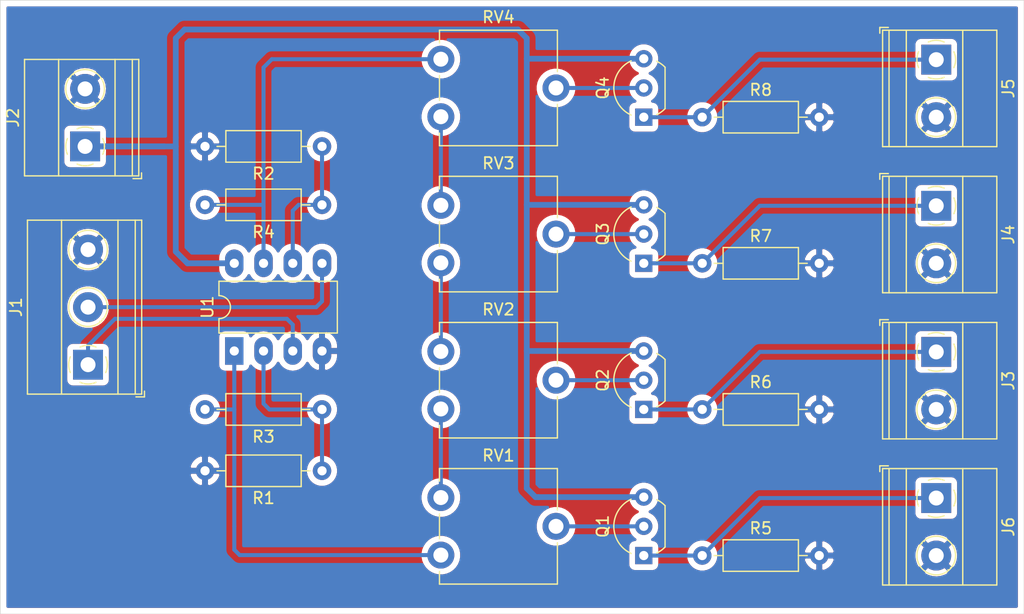
<source format=kicad_pcb>
(kicad_pcb (version 20171130) (host pcbnew "(5.1.5)-3")

  (general
    (thickness 1.6)
    (drawings 4)
    (tracks 82)
    (zones 0)
    (modules 23)
    (nets 20)
  )

  (page A4)
  (layers
    (0 F.Cu signal)
    (31 B.Cu signal)
    (32 B.Adhes user)
    (33 F.Adhes user)
    (34 B.Paste user)
    (35 F.Paste user)
    (36 B.SilkS user)
    (37 F.SilkS user)
    (38 B.Mask user)
    (39 F.Mask user)
    (40 Dwgs.User user)
    (41 Cmts.User user)
    (42 Eco1.User user)
    (43 Eco2.User user)
    (44 Edge.Cuts user)
    (45 Margin user)
    (46 B.CrtYd user)
    (47 F.CrtYd user)
    (48 B.Fab user)
    (49 F.Fab user)
  )

  (setup
    (last_trace_width 0.25)
    (trace_clearance 0.2)
    (zone_clearance 0.508)
    (zone_45_only no)
    (trace_min 0.2)
    (via_size 0.8)
    (via_drill 0.4)
    (via_min_size 0.4)
    (via_min_drill 0.3)
    (uvia_size 0.3)
    (uvia_drill 0.1)
    (uvias_allowed no)
    (uvia_min_size 0.2)
    (uvia_min_drill 0.1)
    (edge_width 0.05)
    (segment_width 0.2)
    (pcb_text_width 0.3)
    (pcb_text_size 1.5 1.5)
    (mod_edge_width 0.12)
    (mod_text_size 1 1)
    (mod_text_width 0.15)
    (pad_size 1.524 1.524)
    (pad_drill 0.762)
    (pad_to_mask_clearance 0.051)
    (solder_mask_min_width 0.25)
    (aux_axis_origin 0 0)
    (visible_elements FFFDFF7F)
    (pcbplotparams
      (layerselection 0x010fc_ffffffff)
      (usegerberextensions false)
      (usegerberattributes false)
      (usegerberadvancedattributes false)
      (creategerberjobfile false)
      (excludeedgelayer true)
      (linewidth 0.100000)
      (plotframeref false)
      (viasonmask false)
      (mode 1)
      (useauxorigin false)
      (hpglpennumber 1)
      (hpglpenspeed 20)
      (hpglpendiameter 15.000000)
      (psnegative false)
      (psa4output false)
      (plotreference true)
      (plotvalue true)
      (plotinvisibletext false)
      (padsonsilk false)
      (subtractmaskfromsilk false)
      (outputformat 1)
      (mirror false)
      (drillshape 1)
      (scaleselection 1)
      (outputdirectory ""))
  )

  (net 0 "")
  (net 1 GND)
  (net 2 "Net-(J1-Pad2)")
  (net 3 "Net-(J1-Pad1)")
  (net 4 +12V)
  (net 5 "Net-(J3-Pad1)")
  (net 6 "Net-(J4-Pad1)")
  (net 7 "Net-(J5-Pad1)")
  (net 8 "Net-(J6-Pad1)")
  (net 9 "Net-(Q1-Pad2)")
  (net 10 "Net-(Q2-Pad2)")
  (net 11 "Net-(Q3-Pad2)")
  (net 12 "Net-(Q4-Pad2)")
  (net 13 "Net-(R1-Pad1)")
  (net 14 "Net-(R2-Pad1)")
  (net 15 "Net-(R3-Pad2)")
  (net 16 "Net-(R4-Pad2)")
  (net 17 "Net-(RV1-Pad3)")
  (net 18 "Net-(RV2-Pad3)")
  (net 19 "Net-(RV3-Pad3)")

  (net_class Default "This is the default net class."
    (clearance 0.2)
    (trace_width 0.25)
    (via_dia 0.8)
    (via_drill 0.4)
    (uvia_dia 0.3)
    (uvia_drill 0.1)
  )

  (net_class Power ""
    (clearance 0.2)
    (trace_width 0.5)
    (via_dia 0.8)
    (via_drill 0.4)
    (uvia_dia 0.3)
    (uvia_drill 0.1)
    (add_net +12V)
    (add_net GND)
  )

  (net_class Signals ""
    (clearance 0.2)
    (trace_width 0.35)
    (via_dia 0.8)
    (via_drill 0.4)
    (uvia_dia 0.3)
    (uvia_drill 0.1)
    (add_net "Net-(J1-Pad1)")
    (add_net "Net-(J1-Pad2)")
    (add_net "Net-(J3-Pad1)")
    (add_net "Net-(J4-Pad1)")
    (add_net "Net-(J5-Pad1)")
    (add_net "Net-(J6-Pad1)")
    (add_net "Net-(Q1-Pad2)")
    (add_net "Net-(Q2-Pad2)")
    (add_net "Net-(Q3-Pad2)")
    (add_net "Net-(Q4-Pad2)")
    (add_net "Net-(R1-Pad1)")
    (add_net "Net-(R2-Pad1)")
    (add_net "Net-(R3-Pad2)")
    (add_net "Net-(R4-Pad2)")
    (add_net "Net-(RV1-Pad3)")
    (add_net "Net-(RV2-Pad3)")
    (add_net "Net-(RV3-Pad3)")
  )

  (module Package_DIP:DIP-8_W7.62mm_LongPads (layer F.Cu) (tedit 5A02E8C5) (tstamp 607731F4)
    (at 88.9 86.36 90)
    (descr "8-lead though-hole mounted DIP package, row spacing 7.62 mm (300 mils), LongPads")
    (tags "THT DIP DIL PDIP 2.54mm 7.62mm 300mil LongPads")
    (path /6076DCAA)
    (fp_text reference U1 (at 3.81 -2.33 90) (layer F.SilkS)
      (effects (font (size 1 1) (thickness 0.15)))
    )
    (fp_text value LM358 (at 3.81 9.95 90) (layer F.Fab)
      (effects (font (size 1 1) (thickness 0.15)))
    )
    (fp_text user %R (at 3.81 3.81 90) (layer F.Fab)
      (effects (font (size 1 1) (thickness 0.15)))
    )
    (fp_line (start 9.1 -1.55) (end -1.45 -1.55) (layer F.CrtYd) (width 0.05))
    (fp_line (start 9.1 9.15) (end 9.1 -1.55) (layer F.CrtYd) (width 0.05))
    (fp_line (start -1.45 9.15) (end 9.1 9.15) (layer F.CrtYd) (width 0.05))
    (fp_line (start -1.45 -1.55) (end -1.45 9.15) (layer F.CrtYd) (width 0.05))
    (fp_line (start 6.06 -1.33) (end 4.81 -1.33) (layer F.SilkS) (width 0.12))
    (fp_line (start 6.06 8.95) (end 6.06 -1.33) (layer F.SilkS) (width 0.12))
    (fp_line (start 1.56 8.95) (end 6.06 8.95) (layer F.SilkS) (width 0.12))
    (fp_line (start 1.56 -1.33) (end 1.56 8.95) (layer F.SilkS) (width 0.12))
    (fp_line (start 2.81 -1.33) (end 1.56 -1.33) (layer F.SilkS) (width 0.12))
    (fp_line (start 0.635 -0.27) (end 1.635 -1.27) (layer F.Fab) (width 0.1))
    (fp_line (start 0.635 8.89) (end 0.635 -0.27) (layer F.Fab) (width 0.1))
    (fp_line (start 6.985 8.89) (end 0.635 8.89) (layer F.Fab) (width 0.1))
    (fp_line (start 6.985 -1.27) (end 6.985 8.89) (layer F.Fab) (width 0.1))
    (fp_line (start 1.635 -1.27) (end 6.985 -1.27) (layer F.Fab) (width 0.1))
    (fp_arc (start 3.81 -1.33) (end 2.81 -1.33) (angle -180) (layer F.SilkS) (width 0.12))
    (pad 8 thru_hole oval (at 7.62 0 90) (size 2.4 1.6) (drill 0.8) (layers *.Cu *.Mask)
      (net 4 +12V))
    (pad 4 thru_hole oval (at 0 7.62 90) (size 2.4 1.6) (drill 0.8) (layers *.Cu *.Mask)
      (net 1 GND))
    (pad 7 thru_hole oval (at 7.62 2.54 90) (size 2.4 1.6) (drill 0.8) (layers *.Cu *.Mask)
      (net 16 "Net-(R4-Pad2)"))
    (pad 3 thru_hole oval (at 0 5.08 90) (size 2.4 1.6) (drill 0.8) (layers *.Cu *.Mask)
      (net 3 "Net-(J1-Pad1)"))
    (pad 6 thru_hole oval (at 7.62 5.08 90) (size 2.4 1.6) (drill 0.8) (layers *.Cu *.Mask)
      (net 14 "Net-(R2-Pad1)"))
    (pad 2 thru_hole oval (at 0 2.54 90) (size 2.4 1.6) (drill 0.8) (layers *.Cu *.Mask)
      (net 13 "Net-(R1-Pad1)"))
    (pad 5 thru_hole oval (at 7.62 7.62 90) (size 2.4 1.6) (drill 0.8) (layers *.Cu *.Mask)
      (net 2 "Net-(J1-Pad2)"))
    (pad 1 thru_hole rect (at 0 0 90) (size 2.4 1.6) (drill 0.8) (layers *.Cu *.Mask)
      (net 15 "Net-(R3-Pad2)"))
    (model ${KISYS3DMOD}/Package_DIP.3dshapes/DIP-8_W7.62mm.wrl
      (at (xyz 0 0 0))
      (scale (xyz 1 1 1))
      (rotate (xyz 0 0 0))
    )
  )

  (module Potentiometer_THT:Potentiometer_ACP_CA9-V10_Vertical (layer F.Cu) (tedit 5A3D4994) (tstamp 60772E3F)
    (at 106.84 66)
    (descr "Potentiometer, vertical, ACP CA9-V10, http://www.acptechnologies.com/wp-content/uploads/2017/05/02-ACP-CA9-CE9.pdf")
    (tags "Potentiometer vertical ACP CA9-V10")
    (path /607751AD)
    (fp_text reference RV4 (at 5 -8.65) (layer F.SilkS)
      (effects (font (size 1 1) (thickness 0.15)))
    )
    (fp_text value 20k (at 5 3.65) (layer F.Fab)
      (effects (font (size 1 1) (thickness 0.15)))
    )
    (fp_text user %R (at 1 -2.5 90) (layer F.Fab)
      (effects (font (size 1 1) (thickness 0.15)))
    )
    (fp_line (start 11.45 -7.65) (end -1.45 -7.65) (layer F.CrtYd) (width 0.05))
    (fp_line (start 11.45 2.7) (end 11.45 -7.65) (layer F.CrtYd) (width 0.05))
    (fp_line (start -1.45 2.7) (end 11.45 2.7) (layer F.CrtYd) (width 0.05))
    (fp_line (start -1.45 -7.65) (end -1.45 2.7) (layer F.CrtYd) (width 0.05))
    (fp_line (start 10.12 -1.075) (end 10.12 2.52) (layer F.SilkS) (width 0.12))
    (fp_line (start 10.12 -7.521) (end 10.12 -3.925) (layer F.SilkS) (width 0.12))
    (fp_line (start -0.12 1.425) (end -0.12 2.52) (layer F.SilkS) (width 0.12))
    (fp_line (start -0.12 -3.574) (end -0.12 -1.425) (layer F.SilkS) (width 0.12))
    (fp_line (start -0.12 -7.521) (end -0.12 -6.426) (layer F.SilkS) (width 0.12))
    (fp_line (start -0.12 2.52) (end 10.12 2.52) (layer F.SilkS) (width 0.12))
    (fp_line (start -0.12 -7.521) (end 10.12 -7.521) (layer F.SilkS) (width 0.12))
    (fp_line (start 10 -7.4) (end 0 -7.4) (layer F.Fab) (width 0.1))
    (fp_line (start 10 2.4) (end 10 -7.4) (layer F.Fab) (width 0.1))
    (fp_line (start 0 2.4) (end 10 2.4) (layer F.Fab) (width 0.1))
    (fp_line (start 0 -7.4) (end 0 2.4) (layer F.Fab) (width 0.1))
    (fp_circle (center 5 -2.5) (end 6.05 -2.5) (layer F.Fab) (width 0.1))
    (pad 1 thru_hole circle (at 0 0) (size 2.34 2.34) (drill 1.3) (layers *.Cu *.Mask)
      (net 19 "Net-(RV3-Pad3)"))
    (pad 2 thru_hole circle (at 10 -2.5) (size 2.34 2.34) (drill 1.3) (layers *.Cu *.Mask)
      (net 12 "Net-(Q4-Pad2)"))
    (pad 3 thru_hole circle (at 0 -5) (size 2.34 2.34) (drill 1.3) (layers *.Cu *.Mask)
      (net 16 "Net-(R4-Pad2)"))
    (model ${KISYS3DMOD}/Potentiometer_THT.3dshapes/Potentiometer_ACP_CA9-V10_Vertical.wrl
      (at (xyz 0 0 0))
      (scale (xyz 1 1 1))
      (rotate (xyz 0 0 0))
    )
  )

  (module Potentiometer_THT:Potentiometer_ACP_CA9-V10_Vertical (layer F.Cu) (tedit 5A3D4994) (tstamp 60772E27)
    (at 106.84 78.7)
    (descr "Potentiometer, vertical, ACP CA9-V10, http://www.acptechnologies.com/wp-content/uploads/2017/05/02-ACP-CA9-CE9.pdf")
    (tags "Potentiometer vertical ACP CA9-V10")
    (path /6076C473)
    (fp_text reference RV3 (at 5 -8.65) (layer F.SilkS)
      (effects (font (size 1 1) (thickness 0.15)))
    )
    (fp_text value 20k (at 5 3.65) (layer F.Fab)
      (effects (font (size 1 1) (thickness 0.15)))
    )
    (fp_text user %R (at 1 -2.5 90) (layer F.Fab)
      (effects (font (size 1 1) (thickness 0.15)))
    )
    (fp_line (start 11.45 -7.65) (end -1.45 -7.65) (layer F.CrtYd) (width 0.05))
    (fp_line (start 11.45 2.7) (end 11.45 -7.65) (layer F.CrtYd) (width 0.05))
    (fp_line (start -1.45 2.7) (end 11.45 2.7) (layer F.CrtYd) (width 0.05))
    (fp_line (start -1.45 -7.65) (end -1.45 2.7) (layer F.CrtYd) (width 0.05))
    (fp_line (start 10.12 -1.075) (end 10.12 2.52) (layer F.SilkS) (width 0.12))
    (fp_line (start 10.12 -7.521) (end 10.12 -3.925) (layer F.SilkS) (width 0.12))
    (fp_line (start -0.12 1.425) (end -0.12 2.52) (layer F.SilkS) (width 0.12))
    (fp_line (start -0.12 -3.574) (end -0.12 -1.425) (layer F.SilkS) (width 0.12))
    (fp_line (start -0.12 -7.521) (end -0.12 -6.426) (layer F.SilkS) (width 0.12))
    (fp_line (start -0.12 2.52) (end 10.12 2.52) (layer F.SilkS) (width 0.12))
    (fp_line (start -0.12 -7.521) (end 10.12 -7.521) (layer F.SilkS) (width 0.12))
    (fp_line (start 10 -7.4) (end 0 -7.4) (layer F.Fab) (width 0.1))
    (fp_line (start 10 2.4) (end 10 -7.4) (layer F.Fab) (width 0.1))
    (fp_line (start 0 2.4) (end 10 2.4) (layer F.Fab) (width 0.1))
    (fp_line (start 0 -7.4) (end 0 2.4) (layer F.Fab) (width 0.1))
    (fp_circle (center 5 -2.5) (end 6.05 -2.5) (layer F.Fab) (width 0.1))
    (pad 1 thru_hole circle (at 0 0) (size 2.34 2.34) (drill 1.3) (layers *.Cu *.Mask)
      (net 18 "Net-(RV2-Pad3)"))
    (pad 2 thru_hole circle (at 10 -2.5) (size 2.34 2.34) (drill 1.3) (layers *.Cu *.Mask)
      (net 11 "Net-(Q3-Pad2)"))
    (pad 3 thru_hole circle (at 0 -5) (size 2.34 2.34) (drill 1.3) (layers *.Cu *.Mask)
      (net 19 "Net-(RV3-Pad3)"))
    (model ${KISYS3DMOD}/Potentiometer_THT.3dshapes/Potentiometer_ACP_CA9-V10_Vertical.wrl
      (at (xyz 0 0 0))
      (scale (xyz 1 1 1))
      (rotate (xyz 0 0 0))
    )
  )

  (module Potentiometer_THT:Potentiometer_ACP_CA9-V10_Vertical (layer F.Cu) (tedit 5A3D4994) (tstamp 60772E0F)
    (at 106.84 91.4)
    (descr "Potentiometer, vertical, ACP CA9-V10, http://www.acptechnologies.com/wp-content/uploads/2017/05/02-ACP-CA9-CE9.pdf")
    (tags "Potentiometer vertical ACP CA9-V10")
    (path /60773970)
    (fp_text reference RV2 (at 5 -8.65) (layer F.SilkS)
      (effects (font (size 1 1) (thickness 0.15)))
    )
    (fp_text value 20k (at 5 3.65) (layer F.Fab)
      (effects (font (size 1 1) (thickness 0.15)))
    )
    (fp_text user %R (at 1 -2.5 90) (layer F.Fab)
      (effects (font (size 1 1) (thickness 0.15)))
    )
    (fp_line (start 11.45 -7.65) (end -1.45 -7.65) (layer F.CrtYd) (width 0.05))
    (fp_line (start 11.45 2.7) (end 11.45 -7.65) (layer F.CrtYd) (width 0.05))
    (fp_line (start -1.45 2.7) (end 11.45 2.7) (layer F.CrtYd) (width 0.05))
    (fp_line (start -1.45 -7.65) (end -1.45 2.7) (layer F.CrtYd) (width 0.05))
    (fp_line (start 10.12 -1.075) (end 10.12 2.52) (layer F.SilkS) (width 0.12))
    (fp_line (start 10.12 -7.521) (end 10.12 -3.925) (layer F.SilkS) (width 0.12))
    (fp_line (start -0.12 1.425) (end -0.12 2.52) (layer F.SilkS) (width 0.12))
    (fp_line (start -0.12 -3.574) (end -0.12 -1.425) (layer F.SilkS) (width 0.12))
    (fp_line (start -0.12 -7.521) (end -0.12 -6.426) (layer F.SilkS) (width 0.12))
    (fp_line (start -0.12 2.52) (end 10.12 2.52) (layer F.SilkS) (width 0.12))
    (fp_line (start -0.12 -7.521) (end 10.12 -7.521) (layer F.SilkS) (width 0.12))
    (fp_line (start 10 -7.4) (end 0 -7.4) (layer F.Fab) (width 0.1))
    (fp_line (start 10 2.4) (end 10 -7.4) (layer F.Fab) (width 0.1))
    (fp_line (start 0 2.4) (end 10 2.4) (layer F.Fab) (width 0.1))
    (fp_line (start 0 -7.4) (end 0 2.4) (layer F.Fab) (width 0.1))
    (fp_circle (center 5 -2.5) (end 6.05 -2.5) (layer F.Fab) (width 0.1))
    (pad 1 thru_hole circle (at 0 0) (size 2.34 2.34) (drill 1.3) (layers *.Cu *.Mask)
      (net 17 "Net-(RV1-Pad3)"))
    (pad 2 thru_hole circle (at 10 -2.5) (size 2.34 2.34) (drill 1.3) (layers *.Cu *.Mask)
      (net 10 "Net-(Q2-Pad2)"))
    (pad 3 thru_hole circle (at 0 -5) (size 2.34 2.34) (drill 1.3) (layers *.Cu *.Mask)
      (net 18 "Net-(RV2-Pad3)"))
    (model ${KISYS3DMOD}/Potentiometer_THT.3dshapes/Potentiometer_ACP_CA9-V10_Vertical.wrl
      (at (xyz 0 0 0))
      (scale (xyz 1 1 1))
      (rotate (xyz 0 0 0))
    )
  )

  (module Potentiometer_THT:Potentiometer_ACP_CA9-V10_Vertical (layer F.Cu) (tedit 5A3D4994) (tstamp 60772DF7)
    (at 106.84 104.1)
    (descr "Potentiometer, vertical, ACP CA9-V10, http://www.acptechnologies.com/wp-content/uploads/2017/05/02-ACP-CA9-CE9.pdf")
    (tags "Potentiometer vertical ACP CA9-V10")
    (path /6076B9D7)
    (fp_text reference RV1 (at 5 -8.65) (layer F.SilkS)
      (effects (font (size 1 1) (thickness 0.15)))
    )
    (fp_text value 20k (at 5 3.65) (layer F.Fab)
      (effects (font (size 1 1) (thickness 0.15)))
    )
    (fp_text user %R (at 1 -2.5 90) (layer F.Fab)
      (effects (font (size 1 1) (thickness 0.15)))
    )
    (fp_line (start 11.45 -7.65) (end -1.45 -7.65) (layer F.CrtYd) (width 0.05))
    (fp_line (start 11.45 2.7) (end 11.45 -7.65) (layer F.CrtYd) (width 0.05))
    (fp_line (start -1.45 2.7) (end 11.45 2.7) (layer F.CrtYd) (width 0.05))
    (fp_line (start -1.45 -7.65) (end -1.45 2.7) (layer F.CrtYd) (width 0.05))
    (fp_line (start 10.12 -1.075) (end 10.12 2.52) (layer F.SilkS) (width 0.12))
    (fp_line (start 10.12 -7.521) (end 10.12 -3.925) (layer F.SilkS) (width 0.12))
    (fp_line (start -0.12 1.425) (end -0.12 2.52) (layer F.SilkS) (width 0.12))
    (fp_line (start -0.12 -3.574) (end -0.12 -1.425) (layer F.SilkS) (width 0.12))
    (fp_line (start -0.12 -7.521) (end -0.12 -6.426) (layer F.SilkS) (width 0.12))
    (fp_line (start -0.12 2.52) (end 10.12 2.52) (layer F.SilkS) (width 0.12))
    (fp_line (start -0.12 -7.521) (end 10.12 -7.521) (layer F.SilkS) (width 0.12))
    (fp_line (start 10 -7.4) (end 0 -7.4) (layer F.Fab) (width 0.1))
    (fp_line (start 10 2.4) (end 10 -7.4) (layer F.Fab) (width 0.1))
    (fp_line (start 0 2.4) (end 10 2.4) (layer F.Fab) (width 0.1))
    (fp_line (start 0 -7.4) (end 0 2.4) (layer F.Fab) (width 0.1))
    (fp_circle (center 5 -2.5) (end 6.05 -2.5) (layer F.Fab) (width 0.1))
    (pad 1 thru_hole circle (at 0 0) (size 2.34 2.34) (drill 1.3) (layers *.Cu *.Mask)
      (net 15 "Net-(R3-Pad2)"))
    (pad 2 thru_hole circle (at 10 -2.5) (size 2.34 2.34) (drill 1.3) (layers *.Cu *.Mask)
      (net 9 "Net-(Q1-Pad2)"))
    (pad 3 thru_hole circle (at 0 -5) (size 2.34 2.34) (drill 1.3) (layers *.Cu *.Mask)
      (net 17 "Net-(RV1-Pad3)"))
    (model ${KISYS3DMOD}/Potentiometer_THT.3dshapes/Potentiometer_ACP_CA9-V10_Vertical.wrl
      (at (xyz 0 0 0))
      (scale (xyz 1 1 1))
      (rotate (xyz 0 0 0))
    )
  )

  (module Resistor_THT:R_Axial_DIN0207_L6.3mm_D2.5mm_P10.16mm_Horizontal (layer F.Cu) (tedit 5AE5139B) (tstamp 60772DDF)
    (at 129.54 66.04)
    (descr "Resistor, Axial_DIN0207 series, Axial, Horizontal, pin pitch=10.16mm, 0.25W = 1/4W, length*diameter=6.3*2.5mm^2, http://cdn-reichelt.de/documents/datenblatt/B400/1_4W%23YAG.pdf")
    (tags "Resistor Axial_DIN0207 series Axial Horizontal pin pitch 10.16mm 0.25W = 1/4W length 6.3mm diameter 2.5mm")
    (path /60774EB1)
    (fp_text reference R8 (at 5.08 -2.37) (layer F.SilkS)
      (effects (font (size 1 1) (thickness 0.15)))
    )
    (fp_text value 680 (at 5.08 2.37) (layer F.Fab)
      (effects (font (size 1 1) (thickness 0.15)))
    )
    (fp_text user %R (at 5.08 0) (layer F.Fab)
      (effects (font (size 1 1) (thickness 0.15)))
    )
    (fp_line (start 11.21 -1.5) (end -1.05 -1.5) (layer F.CrtYd) (width 0.05))
    (fp_line (start 11.21 1.5) (end 11.21 -1.5) (layer F.CrtYd) (width 0.05))
    (fp_line (start -1.05 1.5) (end 11.21 1.5) (layer F.CrtYd) (width 0.05))
    (fp_line (start -1.05 -1.5) (end -1.05 1.5) (layer F.CrtYd) (width 0.05))
    (fp_line (start 9.12 0) (end 8.35 0) (layer F.SilkS) (width 0.12))
    (fp_line (start 1.04 0) (end 1.81 0) (layer F.SilkS) (width 0.12))
    (fp_line (start 8.35 -1.37) (end 1.81 -1.37) (layer F.SilkS) (width 0.12))
    (fp_line (start 8.35 1.37) (end 8.35 -1.37) (layer F.SilkS) (width 0.12))
    (fp_line (start 1.81 1.37) (end 8.35 1.37) (layer F.SilkS) (width 0.12))
    (fp_line (start 1.81 -1.37) (end 1.81 1.37) (layer F.SilkS) (width 0.12))
    (fp_line (start 10.16 0) (end 8.23 0) (layer F.Fab) (width 0.1))
    (fp_line (start 0 0) (end 1.93 0) (layer F.Fab) (width 0.1))
    (fp_line (start 8.23 -1.25) (end 1.93 -1.25) (layer F.Fab) (width 0.1))
    (fp_line (start 8.23 1.25) (end 8.23 -1.25) (layer F.Fab) (width 0.1))
    (fp_line (start 1.93 1.25) (end 8.23 1.25) (layer F.Fab) (width 0.1))
    (fp_line (start 1.93 -1.25) (end 1.93 1.25) (layer F.Fab) (width 0.1))
    (pad 2 thru_hole oval (at 10.16 0) (size 1.6 1.6) (drill 0.8) (layers *.Cu *.Mask)
      (net 1 GND))
    (pad 1 thru_hole circle (at 0 0) (size 1.6 1.6) (drill 0.8) (layers *.Cu *.Mask)
      (net 7 "Net-(J5-Pad1)"))
    (model ${KISYS3DMOD}/Resistor_THT.3dshapes/R_Axial_DIN0207_L6.3mm_D2.5mm_P10.16mm_Horizontal.wrl
      (at (xyz 0 0 0))
      (scale (xyz 1 1 1))
      (rotate (xyz 0 0 0))
    )
  )

  (module Resistor_THT:R_Axial_DIN0207_L6.3mm_D2.5mm_P10.16mm_Horizontal (layer F.Cu) (tedit 5AE5139B) (tstamp 60772DC8)
    (at 129.54 78.74)
    (descr "Resistor, Axial_DIN0207 series, Axial, Horizontal, pin pitch=10.16mm, 0.25W = 1/4W, length*diameter=6.3*2.5mm^2, http://cdn-reichelt.de/documents/datenblatt/B400/1_4W%23YAG.pdf")
    (tags "Resistor Axial_DIN0207 series Axial Horizontal pin pitch 10.16mm 0.25W = 1/4W length 6.3mm diameter 2.5mm")
    (path /607740F4)
    (fp_text reference R7 (at 5.08 -2.37) (layer F.SilkS)
      (effects (font (size 1 1) (thickness 0.15)))
    )
    (fp_text value 680 (at 5.08 2.37) (layer F.Fab)
      (effects (font (size 1 1) (thickness 0.15)))
    )
    (fp_text user %R (at 5.08 0) (layer F.Fab)
      (effects (font (size 1 1) (thickness 0.15)))
    )
    (fp_line (start 11.21 -1.5) (end -1.05 -1.5) (layer F.CrtYd) (width 0.05))
    (fp_line (start 11.21 1.5) (end 11.21 -1.5) (layer F.CrtYd) (width 0.05))
    (fp_line (start -1.05 1.5) (end 11.21 1.5) (layer F.CrtYd) (width 0.05))
    (fp_line (start -1.05 -1.5) (end -1.05 1.5) (layer F.CrtYd) (width 0.05))
    (fp_line (start 9.12 0) (end 8.35 0) (layer F.SilkS) (width 0.12))
    (fp_line (start 1.04 0) (end 1.81 0) (layer F.SilkS) (width 0.12))
    (fp_line (start 8.35 -1.37) (end 1.81 -1.37) (layer F.SilkS) (width 0.12))
    (fp_line (start 8.35 1.37) (end 8.35 -1.37) (layer F.SilkS) (width 0.12))
    (fp_line (start 1.81 1.37) (end 8.35 1.37) (layer F.SilkS) (width 0.12))
    (fp_line (start 1.81 -1.37) (end 1.81 1.37) (layer F.SilkS) (width 0.12))
    (fp_line (start 10.16 0) (end 8.23 0) (layer F.Fab) (width 0.1))
    (fp_line (start 0 0) (end 1.93 0) (layer F.Fab) (width 0.1))
    (fp_line (start 8.23 -1.25) (end 1.93 -1.25) (layer F.Fab) (width 0.1))
    (fp_line (start 8.23 1.25) (end 8.23 -1.25) (layer F.Fab) (width 0.1))
    (fp_line (start 1.93 1.25) (end 8.23 1.25) (layer F.Fab) (width 0.1))
    (fp_line (start 1.93 -1.25) (end 1.93 1.25) (layer F.Fab) (width 0.1))
    (pad 2 thru_hole oval (at 10.16 0) (size 1.6 1.6) (drill 0.8) (layers *.Cu *.Mask)
      (net 1 GND))
    (pad 1 thru_hole circle (at 0 0) (size 1.6 1.6) (drill 0.8) (layers *.Cu *.Mask)
      (net 6 "Net-(J4-Pad1)"))
    (model ${KISYS3DMOD}/Resistor_THT.3dshapes/R_Axial_DIN0207_L6.3mm_D2.5mm_P10.16mm_Horizontal.wrl
      (at (xyz 0 0 0))
      (scale (xyz 1 1 1))
      (rotate (xyz 0 0 0))
    )
  )

  (module Resistor_THT:R_Axial_DIN0207_L6.3mm_D2.5mm_P10.16mm_Horizontal (layer F.Cu) (tedit 5AE5139B) (tstamp 60772DB1)
    (at 129.54 91.44)
    (descr "Resistor, Axial_DIN0207 series, Axial, Horizontal, pin pitch=10.16mm, 0.25W = 1/4W, length*diameter=6.3*2.5mm^2, http://cdn-reichelt.de/documents/datenblatt/B400/1_4W%23YAG.pdf")
    (tags "Resistor Axial_DIN0207 series Axial Horizontal pin pitch 10.16mm 0.25W = 1/4W length 6.3mm diameter 2.5mm")
    (path /6077348A)
    (fp_text reference R6 (at 5.08 -2.37) (layer F.SilkS)
      (effects (font (size 1 1) (thickness 0.15)))
    )
    (fp_text value 680 (at 5.08 2.37) (layer F.Fab)
      (effects (font (size 1 1) (thickness 0.15)))
    )
    (fp_text user %R (at 5.08 0) (layer F.Fab)
      (effects (font (size 1 1) (thickness 0.15)))
    )
    (fp_line (start 11.21 -1.5) (end -1.05 -1.5) (layer F.CrtYd) (width 0.05))
    (fp_line (start 11.21 1.5) (end 11.21 -1.5) (layer F.CrtYd) (width 0.05))
    (fp_line (start -1.05 1.5) (end 11.21 1.5) (layer F.CrtYd) (width 0.05))
    (fp_line (start -1.05 -1.5) (end -1.05 1.5) (layer F.CrtYd) (width 0.05))
    (fp_line (start 9.12 0) (end 8.35 0) (layer F.SilkS) (width 0.12))
    (fp_line (start 1.04 0) (end 1.81 0) (layer F.SilkS) (width 0.12))
    (fp_line (start 8.35 -1.37) (end 1.81 -1.37) (layer F.SilkS) (width 0.12))
    (fp_line (start 8.35 1.37) (end 8.35 -1.37) (layer F.SilkS) (width 0.12))
    (fp_line (start 1.81 1.37) (end 8.35 1.37) (layer F.SilkS) (width 0.12))
    (fp_line (start 1.81 -1.37) (end 1.81 1.37) (layer F.SilkS) (width 0.12))
    (fp_line (start 10.16 0) (end 8.23 0) (layer F.Fab) (width 0.1))
    (fp_line (start 0 0) (end 1.93 0) (layer F.Fab) (width 0.1))
    (fp_line (start 8.23 -1.25) (end 1.93 -1.25) (layer F.Fab) (width 0.1))
    (fp_line (start 8.23 1.25) (end 8.23 -1.25) (layer F.Fab) (width 0.1))
    (fp_line (start 1.93 1.25) (end 8.23 1.25) (layer F.Fab) (width 0.1))
    (fp_line (start 1.93 -1.25) (end 1.93 1.25) (layer F.Fab) (width 0.1))
    (pad 2 thru_hole oval (at 10.16 0) (size 1.6 1.6) (drill 0.8) (layers *.Cu *.Mask)
      (net 1 GND))
    (pad 1 thru_hole circle (at 0 0) (size 1.6 1.6) (drill 0.8) (layers *.Cu *.Mask)
      (net 5 "Net-(J3-Pad1)"))
    (model ${KISYS3DMOD}/Resistor_THT.3dshapes/R_Axial_DIN0207_L6.3mm_D2.5mm_P10.16mm_Horizontal.wrl
      (at (xyz 0 0 0))
      (scale (xyz 1 1 1))
      (rotate (xyz 0 0 0))
    )
  )

  (module Resistor_THT:R_Axial_DIN0207_L6.3mm_D2.5mm_P10.16mm_Horizontal (layer F.Cu) (tedit 5AE5139B) (tstamp 60772D9A)
    (at 129.54 104.14)
    (descr "Resistor, Axial_DIN0207 series, Axial, Horizontal, pin pitch=10.16mm, 0.25W = 1/4W, length*diameter=6.3*2.5mm^2, http://cdn-reichelt.de/documents/datenblatt/B400/1_4W%23YAG.pdf")
    (tags "Resistor Axial_DIN0207 series Axial Horizontal pin pitch 10.16mm 0.25W = 1/4W length 6.3mm diameter 2.5mm")
    (path /6076CC85)
    (fp_text reference R5 (at 5.08 -2.37) (layer F.SilkS)
      (effects (font (size 1 1) (thickness 0.15)))
    )
    (fp_text value 680 (at 5.08 2.37) (layer F.Fab)
      (effects (font (size 1 1) (thickness 0.15)))
    )
    (fp_text user %R (at 5.08 0) (layer F.Fab)
      (effects (font (size 1 1) (thickness 0.15)))
    )
    (fp_line (start 11.21 -1.5) (end -1.05 -1.5) (layer F.CrtYd) (width 0.05))
    (fp_line (start 11.21 1.5) (end 11.21 -1.5) (layer F.CrtYd) (width 0.05))
    (fp_line (start -1.05 1.5) (end 11.21 1.5) (layer F.CrtYd) (width 0.05))
    (fp_line (start -1.05 -1.5) (end -1.05 1.5) (layer F.CrtYd) (width 0.05))
    (fp_line (start 9.12 0) (end 8.35 0) (layer F.SilkS) (width 0.12))
    (fp_line (start 1.04 0) (end 1.81 0) (layer F.SilkS) (width 0.12))
    (fp_line (start 8.35 -1.37) (end 1.81 -1.37) (layer F.SilkS) (width 0.12))
    (fp_line (start 8.35 1.37) (end 8.35 -1.37) (layer F.SilkS) (width 0.12))
    (fp_line (start 1.81 1.37) (end 8.35 1.37) (layer F.SilkS) (width 0.12))
    (fp_line (start 1.81 -1.37) (end 1.81 1.37) (layer F.SilkS) (width 0.12))
    (fp_line (start 10.16 0) (end 8.23 0) (layer F.Fab) (width 0.1))
    (fp_line (start 0 0) (end 1.93 0) (layer F.Fab) (width 0.1))
    (fp_line (start 8.23 -1.25) (end 1.93 -1.25) (layer F.Fab) (width 0.1))
    (fp_line (start 8.23 1.25) (end 8.23 -1.25) (layer F.Fab) (width 0.1))
    (fp_line (start 1.93 1.25) (end 8.23 1.25) (layer F.Fab) (width 0.1))
    (fp_line (start 1.93 -1.25) (end 1.93 1.25) (layer F.Fab) (width 0.1))
    (pad 2 thru_hole oval (at 10.16 0) (size 1.6 1.6) (drill 0.8) (layers *.Cu *.Mask)
      (net 1 GND))
    (pad 1 thru_hole circle (at 0 0) (size 1.6 1.6) (drill 0.8) (layers *.Cu *.Mask)
      (net 8 "Net-(J6-Pad1)"))
    (model ${KISYS3DMOD}/Resistor_THT.3dshapes/R_Axial_DIN0207_L6.3mm_D2.5mm_P10.16mm_Horizontal.wrl
      (at (xyz 0 0 0))
      (scale (xyz 1 1 1))
      (rotate (xyz 0 0 0))
    )
  )

  (module Resistor_THT:R_Axial_DIN0207_L6.3mm_D2.5mm_P10.16mm_Horizontal (layer F.Cu) (tedit 5AE5139B) (tstamp 60772D83)
    (at 96.52 73.66 180)
    (descr "Resistor, Axial_DIN0207 series, Axial, Horizontal, pin pitch=10.16mm, 0.25W = 1/4W, length*diameter=6.3*2.5mm^2, http://cdn-reichelt.de/documents/datenblatt/B400/1_4W%23YAG.pdf")
    (tags "Resistor Axial_DIN0207 series Axial Horizontal pin pitch 10.16mm 0.25W = 1/4W length 6.3mm diameter 2.5mm")
    (path /6076B04D)
    (fp_text reference R4 (at 5.08 -2.37) (layer F.SilkS)
      (effects (font (size 1 1) (thickness 0.15)))
    )
    (fp_text value 20k (at 5.08 2.37) (layer F.Fab)
      (effects (font (size 1 1) (thickness 0.15)))
    )
    (fp_text user %R (at 5.08 0) (layer F.Fab)
      (effects (font (size 1 1) (thickness 0.15)))
    )
    (fp_line (start 11.21 -1.5) (end -1.05 -1.5) (layer F.CrtYd) (width 0.05))
    (fp_line (start 11.21 1.5) (end 11.21 -1.5) (layer F.CrtYd) (width 0.05))
    (fp_line (start -1.05 1.5) (end 11.21 1.5) (layer F.CrtYd) (width 0.05))
    (fp_line (start -1.05 -1.5) (end -1.05 1.5) (layer F.CrtYd) (width 0.05))
    (fp_line (start 9.12 0) (end 8.35 0) (layer F.SilkS) (width 0.12))
    (fp_line (start 1.04 0) (end 1.81 0) (layer F.SilkS) (width 0.12))
    (fp_line (start 8.35 -1.37) (end 1.81 -1.37) (layer F.SilkS) (width 0.12))
    (fp_line (start 8.35 1.37) (end 8.35 -1.37) (layer F.SilkS) (width 0.12))
    (fp_line (start 1.81 1.37) (end 8.35 1.37) (layer F.SilkS) (width 0.12))
    (fp_line (start 1.81 -1.37) (end 1.81 1.37) (layer F.SilkS) (width 0.12))
    (fp_line (start 10.16 0) (end 8.23 0) (layer F.Fab) (width 0.1))
    (fp_line (start 0 0) (end 1.93 0) (layer F.Fab) (width 0.1))
    (fp_line (start 8.23 -1.25) (end 1.93 -1.25) (layer F.Fab) (width 0.1))
    (fp_line (start 8.23 1.25) (end 8.23 -1.25) (layer F.Fab) (width 0.1))
    (fp_line (start 1.93 1.25) (end 8.23 1.25) (layer F.Fab) (width 0.1))
    (fp_line (start 1.93 -1.25) (end 1.93 1.25) (layer F.Fab) (width 0.1))
    (pad 2 thru_hole oval (at 10.16 0 180) (size 1.6 1.6) (drill 0.8) (layers *.Cu *.Mask)
      (net 16 "Net-(R4-Pad2)"))
    (pad 1 thru_hole circle (at 0 0 180) (size 1.6 1.6) (drill 0.8) (layers *.Cu *.Mask)
      (net 14 "Net-(R2-Pad1)"))
    (model ${KISYS3DMOD}/Resistor_THT.3dshapes/R_Axial_DIN0207_L6.3mm_D2.5mm_P10.16mm_Horizontal.wrl
      (at (xyz 0 0 0))
      (scale (xyz 1 1 1))
      (rotate (xyz 0 0 0))
    )
  )

  (module Resistor_THT:R_Axial_DIN0207_L6.3mm_D2.5mm_P10.16mm_Horizontal (layer F.Cu) (tedit 5AE5139B) (tstamp 60772D6C)
    (at 96.52 91.44 180)
    (descr "Resistor, Axial_DIN0207 series, Axial, Horizontal, pin pitch=10.16mm, 0.25W = 1/4W, length*diameter=6.3*2.5mm^2, http://cdn-reichelt.de/documents/datenblatt/B400/1_4W%23YAG.pdf")
    (tags "Resistor Axial_DIN0207 series Axial Horizontal pin pitch 10.16mm 0.25W = 1/4W length 6.3mm diameter 2.5mm")
    (path /6076AC08)
    (fp_text reference R3 (at 5.08 -2.37) (layer F.SilkS)
      (effects (font (size 1 1) (thickness 0.15)))
    )
    (fp_text value 20k (at 5.08 2.37) (layer F.Fab)
      (effects (font (size 1 1) (thickness 0.15)))
    )
    (fp_text user %R (at 5.08 0) (layer F.Fab)
      (effects (font (size 1 1) (thickness 0.15)))
    )
    (fp_line (start 11.21 -1.5) (end -1.05 -1.5) (layer F.CrtYd) (width 0.05))
    (fp_line (start 11.21 1.5) (end 11.21 -1.5) (layer F.CrtYd) (width 0.05))
    (fp_line (start -1.05 1.5) (end 11.21 1.5) (layer F.CrtYd) (width 0.05))
    (fp_line (start -1.05 -1.5) (end -1.05 1.5) (layer F.CrtYd) (width 0.05))
    (fp_line (start 9.12 0) (end 8.35 0) (layer F.SilkS) (width 0.12))
    (fp_line (start 1.04 0) (end 1.81 0) (layer F.SilkS) (width 0.12))
    (fp_line (start 8.35 -1.37) (end 1.81 -1.37) (layer F.SilkS) (width 0.12))
    (fp_line (start 8.35 1.37) (end 8.35 -1.37) (layer F.SilkS) (width 0.12))
    (fp_line (start 1.81 1.37) (end 8.35 1.37) (layer F.SilkS) (width 0.12))
    (fp_line (start 1.81 -1.37) (end 1.81 1.37) (layer F.SilkS) (width 0.12))
    (fp_line (start 10.16 0) (end 8.23 0) (layer F.Fab) (width 0.1))
    (fp_line (start 0 0) (end 1.93 0) (layer F.Fab) (width 0.1))
    (fp_line (start 8.23 -1.25) (end 1.93 -1.25) (layer F.Fab) (width 0.1))
    (fp_line (start 8.23 1.25) (end 8.23 -1.25) (layer F.Fab) (width 0.1))
    (fp_line (start 1.93 1.25) (end 8.23 1.25) (layer F.Fab) (width 0.1))
    (fp_line (start 1.93 -1.25) (end 1.93 1.25) (layer F.Fab) (width 0.1))
    (pad 2 thru_hole oval (at 10.16 0 180) (size 1.6 1.6) (drill 0.8) (layers *.Cu *.Mask)
      (net 15 "Net-(R3-Pad2)"))
    (pad 1 thru_hole circle (at 0 0 180) (size 1.6 1.6) (drill 0.8) (layers *.Cu *.Mask)
      (net 13 "Net-(R1-Pad1)"))
    (model ${KISYS3DMOD}/Resistor_THT.3dshapes/R_Axial_DIN0207_L6.3mm_D2.5mm_P10.16mm_Horizontal.wrl
      (at (xyz 0 0 0))
      (scale (xyz 1 1 1))
      (rotate (xyz 0 0 0))
    )
  )

  (module Resistor_THT:R_Axial_DIN0207_L6.3mm_D2.5mm_P10.16mm_Horizontal (layer F.Cu) (tedit 5AE5139B) (tstamp 60772D55)
    (at 96.52 68.58 180)
    (descr "Resistor, Axial_DIN0207 series, Axial, Horizontal, pin pitch=10.16mm, 0.25W = 1/4W, length*diameter=6.3*2.5mm^2, http://cdn-reichelt.de/documents/datenblatt/B400/1_4W%23YAG.pdf")
    (tags "Resistor Axial_DIN0207 series Axial Horizontal pin pitch 10.16mm 0.25W = 1/4W length 6.3mm diameter 2.5mm")
    (path /6076A9B0)
    (fp_text reference R2 (at 5.08 -2.37) (layer F.SilkS)
      (effects (font (size 1 1) (thickness 0.15)))
    )
    (fp_text value 10k (at 5.08 2.37) (layer F.Fab)
      (effects (font (size 1 1) (thickness 0.15)))
    )
    (fp_text user %R (at 5.08 0) (layer F.Fab)
      (effects (font (size 1 1) (thickness 0.15)))
    )
    (fp_line (start 11.21 -1.5) (end -1.05 -1.5) (layer F.CrtYd) (width 0.05))
    (fp_line (start 11.21 1.5) (end 11.21 -1.5) (layer F.CrtYd) (width 0.05))
    (fp_line (start -1.05 1.5) (end 11.21 1.5) (layer F.CrtYd) (width 0.05))
    (fp_line (start -1.05 -1.5) (end -1.05 1.5) (layer F.CrtYd) (width 0.05))
    (fp_line (start 9.12 0) (end 8.35 0) (layer F.SilkS) (width 0.12))
    (fp_line (start 1.04 0) (end 1.81 0) (layer F.SilkS) (width 0.12))
    (fp_line (start 8.35 -1.37) (end 1.81 -1.37) (layer F.SilkS) (width 0.12))
    (fp_line (start 8.35 1.37) (end 8.35 -1.37) (layer F.SilkS) (width 0.12))
    (fp_line (start 1.81 1.37) (end 8.35 1.37) (layer F.SilkS) (width 0.12))
    (fp_line (start 1.81 -1.37) (end 1.81 1.37) (layer F.SilkS) (width 0.12))
    (fp_line (start 10.16 0) (end 8.23 0) (layer F.Fab) (width 0.1))
    (fp_line (start 0 0) (end 1.93 0) (layer F.Fab) (width 0.1))
    (fp_line (start 8.23 -1.25) (end 1.93 -1.25) (layer F.Fab) (width 0.1))
    (fp_line (start 8.23 1.25) (end 8.23 -1.25) (layer F.Fab) (width 0.1))
    (fp_line (start 1.93 1.25) (end 8.23 1.25) (layer F.Fab) (width 0.1))
    (fp_line (start 1.93 -1.25) (end 1.93 1.25) (layer F.Fab) (width 0.1))
    (pad 2 thru_hole oval (at 10.16 0 180) (size 1.6 1.6) (drill 0.8) (layers *.Cu *.Mask)
      (net 1 GND))
    (pad 1 thru_hole circle (at 0 0 180) (size 1.6 1.6) (drill 0.8) (layers *.Cu *.Mask)
      (net 14 "Net-(R2-Pad1)"))
    (model ${KISYS3DMOD}/Resistor_THT.3dshapes/R_Axial_DIN0207_L6.3mm_D2.5mm_P10.16mm_Horizontal.wrl
      (at (xyz 0 0 0))
      (scale (xyz 1 1 1))
      (rotate (xyz 0 0 0))
    )
  )

  (module Resistor_THT:R_Axial_DIN0207_L6.3mm_D2.5mm_P10.16mm_Horizontal (layer F.Cu) (tedit 5AE5139B) (tstamp 60772D3E)
    (at 96.52 96.774 180)
    (descr "Resistor, Axial_DIN0207 series, Axial, Horizontal, pin pitch=10.16mm, 0.25W = 1/4W, length*diameter=6.3*2.5mm^2, http://cdn-reichelt.de/documents/datenblatt/B400/1_4W%23YAG.pdf")
    (tags "Resistor Axial_DIN0207 series Axial Horizontal pin pitch 10.16mm 0.25W = 1/4W length 6.3mm diameter 2.5mm")
    (path /6076A3E1)
    (fp_text reference R1 (at 5.08 -2.37) (layer F.SilkS)
      (effects (font (size 1 1) (thickness 0.15)))
    )
    (fp_text value 10k (at 5.08 2.37) (layer F.Fab)
      (effects (font (size 1 1) (thickness 0.15)))
    )
    (fp_text user %R (at 5.08 0) (layer F.Fab)
      (effects (font (size 1 1) (thickness 0.15)))
    )
    (fp_line (start 11.21 -1.5) (end -1.05 -1.5) (layer F.CrtYd) (width 0.05))
    (fp_line (start 11.21 1.5) (end 11.21 -1.5) (layer F.CrtYd) (width 0.05))
    (fp_line (start -1.05 1.5) (end 11.21 1.5) (layer F.CrtYd) (width 0.05))
    (fp_line (start -1.05 -1.5) (end -1.05 1.5) (layer F.CrtYd) (width 0.05))
    (fp_line (start 9.12 0) (end 8.35 0) (layer F.SilkS) (width 0.12))
    (fp_line (start 1.04 0) (end 1.81 0) (layer F.SilkS) (width 0.12))
    (fp_line (start 8.35 -1.37) (end 1.81 -1.37) (layer F.SilkS) (width 0.12))
    (fp_line (start 8.35 1.37) (end 8.35 -1.37) (layer F.SilkS) (width 0.12))
    (fp_line (start 1.81 1.37) (end 8.35 1.37) (layer F.SilkS) (width 0.12))
    (fp_line (start 1.81 -1.37) (end 1.81 1.37) (layer F.SilkS) (width 0.12))
    (fp_line (start 10.16 0) (end 8.23 0) (layer F.Fab) (width 0.1))
    (fp_line (start 0 0) (end 1.93 0) (layer F.Fab) (width 0.1))
    (fp_line (start 8.23 -1.25) (end 1.93 -1.25) (layer F.Fab) (width 0.1))
    (fp_line (start 8.23 1.25) (end 8.23 -1.25) (layer F.Fab) (width 0.1))
    (fp_line (start 1.93 1.25) (end 8.23 1.25) (layer F.Fab) (width 0.1))
    (fp_line (start 1.93 -1.25) (end 1.93 1.25) (layer F.Fab) (width 0.1))
    (pad 2 thru_hole oval (at 10.16 0 180) (size 1.6 1.6) (drill 0.8) (layers *.Cu *.Mask)
      (net 1 GND))
    (pad 1 thru_hole circle (at 0 0 180) (size 1.6 1.6) (drill 0.8) (layers *.Cu *.Mask)
      (net 13 "Net-(R1-Pad1)"))
    (model ${KISYS3DMOD}/Resistor_THT.3dshapes/R_Axial_DIN0207_L6.3mm_D2.5mm_P10.16mm_Horizontal.wrl
      (at (xyz 0 0 0))
      (scale (xyz 1 1 1))
      (rotate (xyz 0 0 0))
    )
  )

  (module Package_TO_SOT_THT:TO-92_Inline_Wide (layer F.Cu) (tedit 5A02FF81) (tstamp 60772D27)
    (at 124.46 66.04 90)
    (descr "TO-92 leads in-line, wide, drill 0.75mm (see NXP sot054_po.pdf)")
    (tags "to-92 sc-43 sc-43a sot54 PA33 transistor")
    (path /6077456B)
    (fp_text reference Q4 (at 2.54 -3.56 90) (layer F.SilkS)
      (effects (font (size 1 1) (thickness 0.15)))
    )
    (fp_text value 2N3904 (at 2.54 2.79 90) (layer F.Fab)
      (effects (font (size 1 1) (thickness 0.15)))
    )
    (fp_arc (start 2.54 0) (end 4.34 1.85) (angle -20) (layer F.SilkS) (width 0.12))
    (fp_arc (start 2.54 0) (end 2.54 -2.48) (angle -135) (layer F.Fab) (width 0.1))
    (fp_arc (start 2.54 0) (end 2.54 -2.48) (angle 135) (layer F.Fab) (width 0.1))
    (fp_arc (start 2.54 0) (end 2.54 -2.6) (angle 65) (layer F.SilkS) (width 0.12))
    (fp_arc (start 2.54 0) (end 2.54 -2.6) (angle -65) (layer F.SilkS) (width 0.12))
    (fp_arc (start 2.54 0) (end 0.74 1.85) (angle 20) (layer F.SilkS) (width 0.12))
    (fp_line (start 6.09 2.01) (end -1.01 2.01) (layer F.CrtYd) (width 0.05))
    (fp_line (start 6.09 2.01) (end 6.09 -2.73) (layer F.CrtYd) (width 0.05))
    (fp_line (start -1.01 -2.73) (end -1.01 2.01) (layer F.CrtYd) (width 0.05))
    (fp_line (start -1.01 -2.73) (end 6.09 -2.73) (layer F.CrtYd) (width 0.05))
    (fp_line (start 0.8 1.75) (end 4.3 1.75) (layer F.Fab) (width 0.1))
    (fp_line (start 0.74 1.85) (end 4.34 1.85) (layer F.SilkS) (width 0.12))
    (fp_text user %R (at 2.54 -3.56 90) (layer F.Fab)
      (effects (font (size 1 1) (thickness 0.15)))
    )
    (pad 1 thru_hole rect (at 0 0 180) (size 1.5 1.5) (drill 0.8) (layers *.Cu *.Mask)
      (net 7 "Net-(J5-Pad1)"))
    (pad 3 thru_hole circle (at 5.08 0 180) (size 1.5 1.5) (drill 0.8) (layers *.Cu *.Mask)
      (net 4 +12V))
    (pad 2 thru_hole circle (at 2.54 0 180) (size 1.5 1.5) (drill 0.8) (layers *.Cu *.Mask)
      (net 12 "Net-(Q4-Pad2)"))
    (model ${KISYS3DMOD}/Package_TO_SOT_THT.3dshapes/TO-92_Inline_Wide.wrl
      (at (xyz 0 0 0))
      (scale (xyz 1 1 1))
      (rotate (xyz 0 0 0))
    )
  )

  (module Package_TO_SOT_THT:TO-92_Inline_Wide (layer F.Cu) (tedit 5A02FF81) (tstamp 60772D13)
    (at 124.46 78.74 90)
    (descr "TO-92 leads in-line, wide, drill 0.75mm (see NXP sot054_po.pdf)")
    (tags "to-92 sc-43 sc-43a sot54 PA33 transistor")
    (path /60773AAE)
    (fp_text reference Q3 (at 2.54 -3.56 90) (layer F.SilkS)
      (effects (font (size 1 1) (thickness 0.15)))
    )
    (fp_text value 2N3904 (at 2.54 2.79 90) (layer F.Fab)
      (effects (font (size 1 1) (thickness 0.15)))
    )
    (fp_arc (start 2.54 0) (end 4.34 1.85) (angle -20) (layer F.SilkS) (width 0.12))
    (fp_arc (start 2.54 0) (end 2.54 -2.48) (angle -135) (layer F.Fab) (width 0.1))
    (fp_arc (start 2.54 0) (end 2.54 -2.48) (angle 135) (layer F.Fab) (width 0.1))
    (fp_arc (start 2.54 0) (end 2.54 -2.6) (angle 65) (layer F.SilkS) (width 0.12))
    (fp_arc (start 2.54 0) (end 2.54 -2.6) (angle -65) (layer F.SilkS) (width 0.12))
    (fp_arc (start 2.54 0) (end 0.74 1.85) (angle 20) (layer F.SilkS) (width 0.12))
    (fp_line (start 6.09 2.01) (end -1.01 2.01) (layer F.CrtYd) (width 0.05))
    (fp_line (start 6.09 2.01) (end 6.09 -2.73) (layer F.CrtYd) (width 0.05))
    (fp_line (start -1.01 -2.73) (end -1.01 2.01) (layer F.CrtYd) (width 0.05))
    (fp_line (start -1.01 -2.73) (end 6.09 -2.73) (layer F.CrtYd) (width 0.05))
    (fp_line (start 0.8 1.75) (end 4.3 1.75) (layer F.Fab) (width 0.1))
    (fp_line (start 0.74 1.85) (end 4.34 1.85) (layer F.SilkS) (width 0.12))
    (fp_text user %R (at 2.54 -3.56 90) (layer F.Fab)
      (effects (font (size 1 1) (thickness 0.15)))
    )
    (pad 1 thru_hole rect (at 0 0 180) (size 1.5 1.5) (drill 0.8) (layers *.Cu *.Mask)
      (net 6 "Net-(J4-Pad1)"))
    (pad 3 thru_hole circle (at 5.08 0 180) (size 1.5 1.5) (drill 0.8) (layers *.Cu *.Mask)
      (net 4 +12V))
    (pad 2 thru_hole circle (at 2.54 0 180) (size 1.5 1.5) (drill 0.8) (layers *.Cu *.Mask)
      (net 11 "Net-(Q3-Pad2)"))
    (model ${KISYS3DMOD}/Package_TO_SOT_THT.3dshapes/TO-92_Inline_Wide.wrl
      (at (xyz 0 0 0))
      (scale (xyz 1 1 1))
      (rotate (xyz 0 0 0))
    )
  )

  (module Package_TO_SOT_THT:TO-92_Inline_Wide (layer F.Cu) (tedit 5A02FF81) (tstamp 60772CFF)
    (at 124.46 91.44 90)
    (descr "TO-92 leads in-line, wide, drill 0.75mm (see NXP sot054_po.pdf)")
    (tags "to-92 sc-43 sc-43a sot54 PA33 transistor")
    (path /6077304A)
    (fp_text reference Q2 (at 2.54 -3.56 90) (layer F.SilkS)
      (effects (font (size 1 1) (thickness 0.15)))
    )
    (fp_text value 2N3904 (at 2.54 2.79 90) (layer F.Fab)
      (effects (font (size 1 1) (thickness 0.15)))
    )
    (fp_arc (start 2.54 0) (end 4.34 1.85) (angle -20) (layer F.SilkS) (width 0.12))
    (fp_arc (start 2.54 0) (end 2.54 -2.48) (angle -135) (layer F.Fab) (width 0.1))
    (fp_arc (start 2.54 0) (end 2.54 -2.48) (angle 135) (layer F.Fab) (width 0.1))
    (fp_arc (start 2.54 0) (end 2.54 -2.6) (angle 65) (layer F.SilkS) (width 0.12))
    (fp_arc (start 2.54 0) (end 2.54 -2.6) (angle -65) (layer F.SilkS) (width 0.12))
    (fp_arc (start 2.54 0) (end 0.74 1.85) (angle 20) (layer F.SilkS) (width 0.12))
    (fp_line (start 6.09 2.01) (end -1.01 2.01) (layer F.CrtYd) (width 0.05))
    (fp_line (start 6.09 2.01) (end 6.09 -2.73) (layer F.CrtYd) (width 0.05))
    (fp_line (start -1.01 -2.73) (end -1.01 2.01) (layer F.CrtYd) (width 0.05))
    (fp_line (start -1.01 -2.73) (end 6.09 -2.73) (layer F.CrtYd) (width 0.05))
    (fp_line (start 0.8 1.75) (end 4.3 1.75) (layer F.Fab) (width 0.1))
    (fp_line (start 0.74 1.85) (end 4.34 1.85) (layer F.SilkS) (width 0.12))
    (fp_text user %R (at 2.54 -3.56 90) (layer F.Fab)
      (effects (font (size 1 1) (thickness 0.15)))
    )
    (pad 1 thru_hole rect (at 0 0 180) (size 1.5 1.5) (drill 0.8) (layers *.Cu *.Mask)
      (net 5 "Net-(J3-Pad1)"))
    (pad 3 thru_hole circle (at 5.08 0 180) (size 1.5 1.5) (drill 0.8) (layers *.Cu *.Mask)
      (net 4 +12V))
    (pad 2 thru_hole circle (at 2.54 0 180) (size 1.5 1.5) (drill 0.8) (layers *.Cu *.Mask)
      (net 10 "Net-(Q2-Pad2)"))
    (model ${KISYS3DMOD}/Package_TO_SOT_THT.3dshapes/TO-92_Inline_Wide.wrl
      (at (xyz 0 0 0))
      (scale (xyz 1 1 1))
      (rotate (xyz 0 0 0))
    )
  )

  (module Package_TO_SOT_THT:TO-92_Inline_Wide (layer F.Cu) (tedit 5A02FF81) (tstamp 60772CEB)
    (at 124.46 104.14 90)
    (descr "TO-92 leads in-line, wide, drill 0.75mm (see NXP sot054_po.pdf)")
    (tags "to-92 sc-43 sc-43a sot54 PA33 transistor")
    (path /607724D2)
    (fp_text reference Q1 (at 2.54 -3.56 90) (layer F.SilkS)
      (effects (font (size 1 1) (thickness 0.15)))
    )
    (fp_text value 2N3904 (at 2.54 2.79 90) (layer F.Fab)
      (effects (font (size 1 1) (thickness 0.15)))
    )
    (fp_arc (start 2.54 0) (end 4.34 1.85) (angle -20) (layer F.SilkS) (width 0.12))
    (fp_arc (start 2.54 0) (end 2.54 -2.48) (angle -135) (layer F.Fab) (width 0.1))
    (fp_arc (start 2.54 0) (end 2.54 -2.48) (angle 135) (layer F.Fab) (width 0.1))
    (fp_arc (start 2.54 0) (end 2.54 -2.6) (angle 65) (layer F.SilkS) (width 0.12))
    (fp_arc (start 2.54 0) (end 2.54 -2.6) (angle -65) (layer F.SilkS) (width 0.12))
    (fp_arc (start 2.54 0) (end 0.74 1.85) (angle 20) (layer F.SilkS) (width 0.12))
    (fp_line (start 6.09 2.01) (end -1.01 2.01) (layer F.CrtYd) (width 0.05))
    (fp_line (start 6.09 2.01) (end 6.09 -2.73) (layer F.CrtYd) (width 0.05))
    (fp_line (start -1.01 -2.73) (end -1.01 2.01) (layer F.CrtYd) (width 0.05))
    (fp_line (start -1.01 -2.73) (end 6.09 -2.73) (layer F.CrtYd) (width 0.05))
    (fp_line (start 0.8 1.75) (end 4.3 1.75) (layer F.Fab) (width 0.1))
    (fp_line (start 0.74 1.85) (end 4.34 1.85) (layer F.SilkS) (width 0.12))
    (fp_text user %R (at 2.54 -3.56 90) (layer F.Fab)
      (effects (font (size 1 1) (thickness 0.15)))
    )
    (pad 1 thru_hole rect (at 0 0 180) (size 1.5 1.5) (drill 0.8) (layers *.Cu *.Mask)
      (net 8 "Net-(J6-Pad1)"))
    (pad 3 thru_hole circle (at 5.08 0 180) (size 1.5 1.5) (drill 0.8) (layers *.Cu *.Mask)
      (net 4 +12V))
    (pad 2 thru_hole circle (at 2.54 0 180) (size 1.5 1.5) (drill 0.8) (layers *.Cu *.Mask)
      (net 9 "Net-(Q1-Pad2)"))
    (model ${KISYS3DMOD}/Package_TO_SOT_THT.3dshapes/TO-92_Inline_Wide.wrl
      (at (xyz 0 0 0))
      (scale (xyz 1 1 1))
      (rotate (xyz 0 0 0))
    )
  )

  (module TerminalBlock_Phoenix:TerminalBlock_Phoenix_MKDS-1,5-2_1x02_P5.00mm_Horizontal (layer F.Cu) (tedit 5B294EE5) (tstamp 60772CD7)
    (at 149.86 99.14 270)
    (descr "Terminal Block Phoenix MKDS-1,5-2, 2 pins, pitch 5mm, size 10x9.8mm^2, drill diamater 1.3mm, pad diameter 2.6mm, see http://www.farnell.com/datasheets/100425.pdf, script-generated using https://github.com/pointhi/kicad-footprint-generator/scripts/TerminalBlock_Phoenix")
    (tags "THT Terminal Block Phoenix MKDS-1,5-2 pitch 5mm size 10x9.8mm^2 drill 1.3mm pad 2.6mm")
    (path /60780478)
    (fp_text reference J6 (at 2.5 -6.26 90) (layer F.SilkS)
      (effects (font (size 1 1) (thickness 0.15)))
    )
    (fp_text value LAMP1 (at 2.5 5.66 90) (layer F.Fab)
      (effects (font (size 1 1) (thickness 0.15)))
    )
    (fp_text user %R (at 2.5 3.2 90) (layer F.Fab)
      (effects (font (size 1 1) (thickness 0.15)))
    )
    (fp_line (start 8 -5.71) (end -3 -5.71) (layer F.CrtYd) (width 0.05))
    (fp_line (start 8 5.1) (end 8 -5.71) (layer F.CrtYd) (width 0.05))
    (fp_line (start -3 5.1) (end 8 5.1) (layer F.CrtYd) (width 0.05))
    (fp_line (start -3 -5.71) (end -3 5.1) (layer F.CrtYd) (width 0.05))
    (fp_line (start -2.8 4.9) (end -2.3 4.9) (layer F.SilkS) (width 0.12))
    (fp_line (start -2.8 4.16) (end -2.8 4.9) (layer F.SilkS) (width 0.12))
    (fp_line (start 3.773 1.023) (end 3.726 1.069) (layer F.SilkS) (width 0.12))
    (fp_line (start 6.07 -1.275) (end 6.035 -1.239) (layer F.SilkS) (width 0.12))
    (fp_line (start 3.966 1.239) (end 3.931 1.274) (layer F.SilkS) (width 0.12))
    (fp_line (start 6.275 -1.069) (end 6.228 -1.023) (layer F.SilkS) (width 0.12))
    (fp_line (start 5.955 -1.138) (end 3.863 0.955) (layer F.Fab) (width 0.1))
    (fp_line (start 6.138 -0.955) (end 4.046 1.138) (layer F.Fab) (width 0.1))
    (fp_line (start 0.955 -1.138) (end -1.138 0.955) (layer F.Fab) (width 0.1))
    (fp_line (start 1.138 -0.955) (end -0.955 1.138) (layer F.Fab) (width 0.1))
    (fp_line (start 7.56 -5.261) (end 7.56 4.66) (layer F.SilkS) (width 0.12))
    (fp_line (start -2.56 -5.261) (end -2.56 4.66) (layer F.SilkS) (width 0.12))
    (fp_line (start -2.56 4.66) (end 7.56 4.66) (layer F.SilkS) (width 0.12))
    (fp_line (start -2.56 -5.261) (end 7.56 -5.261) (layer F.SilkS) (width 0.12))
    (fp_line (start -2.56 -2.301) (end 7.56 -2.301) (layer F.SilkS) (width 0.12))
    (fp_line (start -2.5 -2.3) (end 7.5 -2.3) (layer F.Fab) (width 0.1))
    (fp_line (start -2.56 2.6) (end 7.56 2.6) (layer F.SilkS) (width 0.12))
    (fp_line (start -2.5 2.6) (end 7.5 2.6) (layer F.Fab) (width 0.1))
    (fp_line (start -2.56 4.1) (end 7.56 4.1) (layer F.SilkS) (width 0.12))
    (fp_line (start -2.5 4.1) (end 7.5 4.1) (layer F.Fab) (width 0.1))
    (fp_line (start -2.5 4.1) (end -2.5 -5.2) (layer F.Fab) (width 0.1))
    (fp_line (start -2 4.6) (end -2.5 4.1) (layer F.Fab) (width 0.1))
    (fp_line (start 7.5 4.6) (end -2 4.6) (layer F.Fab) (width 0.1))
    (fp_line (start 7.5 -5.2) (end 7.5 4.6) (layer F.Fab) (width 0.1))
    (fp_line (start -2.5 -5.2) (end 7.5 -5.2) (layer F.Fab) (width 0.1))
    (fp_circle (center 5 0) (end 6.68 0) (layer F.SilkS) (width 0.12))
    (fp_circle (center 5 0) (end 6.5 0) (layer F.Fab) (width 0.1))
    (fp_circle (center 0 0) (end 1.5 0) (layer F.Fab) (width 0.1))
    (fp_arc (start 0 0) (end -0.684 1.535) (angle -25) (layer F.SilkS) (width 0.12))
    (fp_arc (start 0 0) (end -1.535 -0.684) (angle -48) (layer F.SilkS) (width 0.12))
    (fp_arc (start 0 0) (end 0.684 -1.535) (angle -48) (layer F.SilkS) (width 0.12))
    (fp_arc (start 0 0) (end 1.535 0.684) (angle -48) (layer F.SilkS) (width 0.12))
    (fp_arc (start 0 0) (end 0 1.68) (angle -24) (layer F.SilkS) (width 0.12))
    (pad 2 thru_hole circle (at 5 0 270) (size 2.6 2.6) (drill 1.3) (layers *.Cu *.Mask)
      (net 1 GND))
    (pad 1 thru_hole rect (at 0 0 270) (size 2.6 2.6) (drill 1.3) (layers *.Cu *.Mask)
      (net 8 "Net-(J6-Pad1)"))
    (model ${KISYS3DMOD}/TerminalBlock_Phoenix.3dshapes/TerminalBlock_Phoenix_MKDS-1,5-2_1x02_P5.00mm_Horizontal.wrl
      (at (xyz 0 0 0))
      (scale (xyz 1 1 1))
      (rotate (xyz 0 0 0))
    )
  )

  (module TerminalBlock_Phoenix:TerminalBlock_Phoenix_MKDS-1,5-2_1x02_P5.00mm_Horizontal (layer F.Cu) (tedit 5B294EE5) (tstamp 60772CAB)
    (at 149.86 61.04 270)
    (descr "Terminal Block Phoenix MKDS-1,5-2, 2 pins, pitch 5mm, size 10x9.8mm^2, drill diamater 1.3mm, pad diameter 2.6mm, see http://www.farnell.com/datasheets/100425.pdf, script-generated using https://github.com/pointhi/kicad-footprint-generator/scripts/TerminalBlock_Phoenix")
    (tags "THT Terminal Block Phoenix MKDS-1,5-2 pitch 5mm size 10x9.8mm^2 drill 1.3mm pad 2.6mm")
    (path /60787CA0)
    (fp_text reference J5 (at 2.5 -6.26 90) (layer F.SilkS)
      (effects (font (size 1 1) (thickness 0.15)))
    )
    (fp_text value LAMP4 (at 2.5 5.66 90) (layer F.Fab)
      (effects (font (size 1 1) (thickness 0.15)))
    )
    (fp_text user %R (at 2.5 3.2 90) (layer F.Fab)
      (effects (font (size 1 1) (thickness 0.15)))
    )
    (fp_line (start 8 -5.71) (end -3 -5.71) (layer F.CrtYd) (width 0.05))
    (fp_line (start 8 5.1) (end 8 -5.71) (layer F.CrtYd) (width 0.05))
    (fp_line (start -3 5.1) (end 8 5.1) (layer F.CrtYd) (width 0.05))
    (fp_line (start -3 -5.71) (end -3 5.1) (layer F.CrtYd) (width 0.05))
    (fp_line (start -2.8 4.9) (end -2.3 4.9) (layer F.SilkS) (width 0.12))
    (fp_line (start -2.8 4.16) (end -2.8 4.9) (layer F.SilkS) (width 0.12))
    (fp_line (start 3.773 1.023) (end 3.726 1.069) (layer F.SilkS) (width 0.12))
    (fp_line (start 6.07 -1.275) (end 6.035 -1.239) (layer F.SilkS) (width 0.12))
    (fp_line (start 3.966 1.239) (end 3.931 1.274) (layer F.SilkS) (width 0.12))
    (fp_line (start 6.275 -1.069) (end 6.228 -1.023) (layer F.SilkS) (width 0.12))
    (fp_line (start 5.955 -1.138) (end 3.863 0.955) (layer F.Fab) (width 0.1))
    (fp_line (start 6.138 -0.955) (end 4.046 1.138) (layer F.Fab) (width 0.1))
    (fp_line (start 0.955 -1.138) (end -1.138 0.955) (layer F.Fab) (width 0.1))
    (fp_line (start 1.138 -0.955) (end -0.955 1.138) (layer F.Fab) (width 0.1))
    (fp_line (start 7.56 -5.261) (end 7.56 4.66) (layer F.SilkS) (width 0.12))
    (fp_line (start -2.56 -5.261) (end -2.56 4.66) (layer F.SilkS) (width 0.12))
    (fp_line (start -2.56 4.66) (end 7.56 4.66) (layer F.SilkS) (width 0.12))
    (fp_line (start -2.56 -5.261) (end 7.56 -5.261) (layer F.SilkS) (width 0.12))
    (fp_line (start -2.56 -2.301) (end 7.56 -2.301) (layer F.SilkS) (width 0.12))
    (fp_line (start -2.5 -2.3) (end 7.5 -2.3) (layer F.Fab) (width 0.1))
    (fp_line (start -2.56 2.6) (end 7.56 2.6) (layer F.SilkS) (width 0.12))
    (fp_line (start -2.5 2.6) (end 7.5 2.6) (layer F.Fab) (width 0.1))
    (fp_line (start -2.56 4.1) (end 7.56 4.1) (layer F.SilkS) (width 0.12))
    (fp_line (start -2.5 4.1) (end 7.5 4.1) (layer F.Fab) (width 0.1))
    (fp_line (start -2.5 4.1) (end -2.5 -5.2) (layer F.Fab) (width 0.1))
    (fp_line (start -2 4.6) (end -2.5 4.1) (layer F.Fab) (width 0.1))
    (fp_line (start 7.5 4.6) (end -2 4.6) (layer F.Fab) (width 0.1))
    (fp_line (start 7.5 -5.2) (end 7.5 4.6) (layer F.Fab) (width 0.1))
    (fp_line (start -2.5 -5.2) (end 7.5 -5.2) (layer F.Fab) (width 0.1))
    (fp_circle (center 5 0) (end 6.68 0) (layer F.SilkS) (width 0.12))
    (fp_circle (center 5 0) (end 6.5 0) (layer F.Fab) (width 0.1))
    (fp_circle (center 0 0) (end 1.5 0) (layer F.Fab) (width 0.1))
    (fp_arc (start 0 0) (end -0.684 1.535) (angle -25) (layer F.SilkS) (width 0.12))
    (fp_arc (start 0 0) (end -1.535 -0.684) (angle -48) (layer F.SilkS) (width 0.12))
    (fp_arc (start 0 0) (end 0.684 -1.535) (angle -48) (layer F.SilkS) (width 0.12))
    (fp_arc (start 0 0) (end 1.535 0.684) (angle -48) (layer F.SilkS) (width 0.12))
    (fp_arc (start 0 0) (end 0 1.68) (angle -24) (layer F.SilkS) (width 0.12))
    (pad 2 thru_hole circle (at 5 0 270) (size 2.6 2.6) (drill 1.3) (layers *.Cu *.Mask)
      (net 1 GND))
    (pad 1 thru_hole rect (at 0 0 270) (size 2.6 2.6) (drill 1.3) (layers *.Cu *.Mask)
      (net 7 "Net-(J5-Pad1)"))
    (model ${KISYS3DMOD}/TerminalBlock_Phoenix.3dshapes/TerminalBlock_Phoenix_MKDS-1,5-2_1x02_P5.00mm_Horizontal.wrl
      (at (xyz 0 0 0))
      (scale (xyz 1 1 1))
      (rotate (xyz 0 0 0))
    )
  )

  (module TerminalBlock_Phoenix:TerminalBlock_Phoenix_MKDS-1,5-2_1x02_P5.00mm_Horizontal (layer F.Cu) (tedit 5B294EE5) (tstamp 60772C7F)
    (at 149.86 73.74 270)
    (descr "Terminal Block Phoenix MKDS-1,5-2, 2 pins, pitch 5mm, size 10x9.8mm^2, drill diamater 1.3mm, pad diameter 2.6mm, see http://www.farnell.com/datasheets/100425.pdf, script-generated using https://github.com/pointhi/kicad-footprint-generator/scripts/TerminalBlock_Phoenix")
    (tags "THT Terminal Block Phoenix MKDS-1,5-2 pitch 5mm size 10x9.8mm^2 drill 1.3mm pad 2.6mm")
    (path /6078736D)
    (fp_text reference J4 (at 2.5 -6.26 90) (layer F.SilkS)
      (effects (font (size 1 1) (thickness 0.15)))
    )
    (fp_text value LAMP3 (at 2.5 5.66 90) (layer F.Fab)
      (effects (font (size 1 1) (thickness 0.15)))
    )
    (fp_text user %R (at 2.5 3.2 90) (layer F.Fab)
      (effects (font (size 1 1) (thickness 0.15)))
    )
    (fp_line (start 8 -5.71) (end -3 -5.71) (layer F.CrtYd) (width 0.05))
    (fp_line (start 8 5.1) (end 8 -5.71) (layer F.CrtYd) (width 0.05))
    (fp_line (start -3 5.1) (end 8 5.1) (layer F.CrtYd) (width 0.05))
    (fp_line (start -3 -5.71) (end -3 5.1) (layer F.CrtYd) (width 0.05))
    (fp_line (start -2.8 4.9) (end -2.3 4.9) (layer F.SilkS) (width 0.12))
    (fp_line (start -2.8 4.16) (end -2.8 4.9) (layer F.SilkS) (width 0.12))
    (fp_line (start 3.773 1.023) (end 3.726 1.069) (layer F.SilkS) (width 0.12))
    (fp_line (start 6.07 -1.275) (end 6.035 -1.239) (layer F.SilkS) (width 0.12))
    (fp_line (start 3.966 1.239) (end 3.931 1.274) (layer F.SilkS) (width 0.12))
    (fp_line (start 6.275 -1.069) (end 6.228 -1.023) (layer F.SilkS) (width 0.12))
    (fp_line (start 5.955 -1.138) (end 3.863 0.955) (layer F.Fab) (width 0.1))
    (fp_line (start 6.138 -0.955) (end 4.046 1.138) (layer F.Fab) (width 0.1))
    (fp_line (start 0.955 -1.138) (end -1.138 0.955) (layer F.Fab) (width 0.1))
    (fp_line (start 1.138 -0.955) (end -0.955 1.138) (layer F.Fab) (width 0.1))
    (fp_line (start 7.56 -5.261) (end 7.56 4.66) (layer F.SilkS) (width 0.12))
    (fp_line (start -2.56 -5.261) (end -2.56 4.66) (layer F.SilkS) (width 0.12))
    (fp_line (start -2.56 4.66) (end 7.56 4.66) (layer F.SilkS) (width 0.12))
    (fp_line (start -2.56 -5.261) (end 7.56 -5.261) (layer F.SilkS) (width 0.12))
    (fp_line (start -2.56 -2.301) (end 7.56 -2.301) (layer F.SilkS) (width 0.12))
    (fp_line (start -2.5 -2.3) (end 7.5 -2.3) (layer F.Fab) (width 0.1))
    (fp_line (start -2.56 2.6) (end 7.56 2.6) (layer F.SilkS) (width 0.12))
    (fp_line (start -2.5 2.6) (end 7.5 2.6) (layer F.Fab) (width 0.1))
    (fp_line (start -2.56 4.1) (end 7.56 4.1) (layer F.SilkS) (width 0.12))
    (fp_line (start -2.5 4.1) (end 7.5 4.1) (layer F.Fab) (width 0.1))
    (fp_line (start -2.5 4.1) (end -2.5 -5.2) (layer F.Fab) (width 0.1))
    (fp_line (start -2 4.6) (end -2.5 4.1) (layer F.Fab) (width 0.1))
    (fp_line (start 7.5 4.6) (end -2 4.6) (layer F.Fab) (width 0.1))
    (fp_line (start 7.5 -5.2) (end 7.5 4.6) (layer F.Fab) (width 0.1))
    (fp_line (start -2.5 -5.2) (end 7.5 -5.2) (layer F.Fab) (width 0.1))
    (fp_circle (center 5 0) (end 6.68 0) (layer F.SilkS) (width 0.12))
    (fp_circle (center 5 0) (end 6.5 0) (layer F.Fab) (width 0.1))
    (fp_circle (center 0 0) (end 1.5 0) (layer F.Fab) (width 0.1))
    (fp_arc (start 0 0) (end -0.684 1.535) (angle -25) (layer F.SilkS) (width 0.12))
    (fp_arc (start 0 0) (end -1.535 -0.684) (angle -48) (layer F.SilkS) (width 0.12))
    (fp_arc (start 0 0) (end 0.684 -1.535) (angle -48) (layer F.SilkS) (width 0.12))
    (fp_arc (start 0 0) (end 1.535 0.684) (angle -48) (layer F.SilkS) (width 0.12))
    (fp_arc (start 0 0) (end 0 1.68) (angle -24) (layer F.SilkS) (width 0.12))
    (pad 2 thru_hole circle (at 5 0 270) (size 2.6 2.6) (drill 1.3) (layers *.Cu *.Mask)
      (net 1 GND))
    (pad 1 thru_hole rect (at 0 0 270) (size 2.6 2.6) (drill 1.3) (layers *.Cu *.Mask)
      (net 6 "Net-(J4-Pad1)"))
    (model ${KISYS3DMOD}/TerminalBlock_Phoenix.3dshapes/TerminalBlock_Phoenix_MKDS-1,5-2_1x02_P5.00mm_Horizontal.wrl
      (at (xyz 0 0 0))
      (scale (xyz 1 1 1))
      (rotate (xyz 0 0 0))
    )
  )

  (module TerminalBlock_Phoenix:TerminalBlock_Phoenix_MKDS-1,5-2_1x02_P5.00mm_Horizontal (layer F.Cu) (tedit 5B294EE5) (tstamp 60772C53)
    (at 149.86 86.44 270)
    (descr "Terminal Block Phoenix MKDS-1,5-2, 2 pins, pitch 5mm, size 10x9.8mm^2, drill diamater 1.3mm, pad diameter 2.6mm, see http://www.farnell.com/datasheets/100425.pdf, script-generated using https://github.com/pointhi/kicad-footprint-generator/scripts/TerminalBlock_Phoenix")
    (tags "THT Terminal Block Phoenix MKDS-1,5-2 pitch 5mm size 10x9.8mm^2 drill 1.3mm pad 2.6mm")
    (path /60786EEE)
    (fp_text reference J3 (at 2.5 -6.26 90) (layer F.SilkS)
      (effects (font (size 1 1) (thickness 0.15)))
    )
    (fp_text value LAMP2 (at 2.5 5.66 90) (layer F.Fab)
      (effects (font (size 1 1) (thickness 0.15)))
    )
    (fp_text user %R (at 2.5 3.2 90) (layer F.Fab)
      (effects (font (size 1 1) (thickness 0.15)))
    )
    (fp_line (start 8 -5.71) (end -3 -5.71) (layer F.CrtYd) (width 0.05))
    (fp_line (start 8 5.1) (end 8 -5.71) (layer F.CrtYd) (width 0.05))
    (fp_line (start -3 5.1) (end 8 5.1) (layer F.CrtYd) (width 0.05))
    (fp_line (start -3 -5.71) (end -3 5.1) (layer F.CrtYd) (width 0.05))
    (fp_line (start -2.8 4.9) (end -2.3 4.9) (layer F.SilkS) (width 0.12))
    (fp_line (start -2.8 4.16) (end -2.8 4.9) (layer F.SilkS) (width 0.12))
    (fp_line (start 3.773 1.023) (end 3.726 1.069) (layer F.SilkS) (width 0.12))
    (fp_line (start 6.07 -1.275) (end 6.035 -1.239) (layer F.SilkS) (width 0.12))
    (fp_line (start 3.966 1.239) (end 3.931 1.274) (layer F.SilkS) (width 0.12))
    (fp_line (start 6.275 -1.069) (end 6.228 -1.023) (layer F.SilkS) (width 0.12))
    (fp_line (start 5.955 -1.138) (end 3.863 0.955) (layer F.Fab) (width 0.1))
    (fp_line (start 6.138 -0.955) (end 4.046 1.138) (layer F.Fab) (width 0.1))
    (fp_line (start 0.955 -1.138) (end -1.138 0.955) (layer F.Fab) (width 0.1))
    (fp_line (start 1.138 -0.955) (end -0.955 1.138) (layer F.Fab) (width 0.1))
    (fp_line (start 7.56 -5.261) (end 7.56 4.66) (layer F.SilkS) (width 0.12))
    (fp_line (start -2.56 -5.261) (end -2.56 4.66) (layer F.SilkS) (width 0.12))
    (fp_line (start -2.56 4.66) (end 7.56 4.66) (layer F.SilkS) (width 0.12))
    (fp_line (start -2.56 -5.261) (end 7.56 -5.261) (layer F.SilkS) (width 0.12))
    (fp_line (start -2.56 -2.301) (end 7.56 -2.301) (layer F.SilkS) (width 0.12))
    (fp_line (start -2.5 -2.3) (end 7.5 -2.3) (layer F.Fab) (width 0.1))
    (fp_line (start -2.56 2.6) (end 7.56 2.6) (layer F.SilkS) (width 0.12))
    (fp_line (start -2.5 2.6) (end 7.5 2.6) (layer F.Fab) (width 0.1))
    (fp_line (start -2.56 4.1) (end 7.56 4.1) (layer F.SilkS) (width 0.12))
    (fp_line (start -2.5 4.1) (end 7.5 4.1) (layer F.Fab) (width 0.1))
    (fp_line (start -2.5 4.1) (end -2.5 -5.2) (layer F.Fab) (width 0.1))
    (fp_line (start -2 4.6) (end -2.5 4.1) (layer F.Fab) (width 0.1))
    (fp_line (start 7.5 4.6) (end -2 4.6) (layer F.Fab) (width 0.1))
    (fp_line (start 7.5 -5.2) (end 7.5 4.6) (layer F.Fab) (width 0.1))
    (fp_line (start -2.5 -5.2) (end 7.5 -5.2) (layer F.Fab) (width 0.1))
    (fp_circle (center 5 0) (end 6.68 0) (layer F.SilkS) (width 0.12))
    (fp_circle (center 5 0) (end 6.5 0) (layer F.Fab) (width 0.1))
    (fp_circle (center 0 0) (end 1.5 0) (layer F.Fab) (width 0.1))
    (fp_arc (start 0 0) (end -0.684 1.535) (angle -25) (layer F.SilkS) (width 0.12))
    (fp_arc (start 0 0) (end -1.535 -0.684) (angle -48) (layer F.SilkS) (width 0.12))
    (fp_arc (start 0 0) (end 0.684 -1.535) (angle -48) (layer F.SilkS) (width 0.12))
    (fp_arc (start 0 0) (end 1.535 0.684) (angle -48) (layer F.SilkS) (width 0.12))
    (fp_arc (start 0 0) (end 0 1.68) (angle -24) (layer F.SilkS) (width 0.12))
    (pad 2 thru_hole circle (at 5 0 270) (size 2.6 2.6) (drill 1.3) (layers *.Cu *.Mask)
      (net 1 GND))
    (pad 1 thru_hole rect (at 0 0 270) (size 2.6 2.6) (drill 1.3) (layers *.Cu *.Mask)
      (net 5 "Net-(J3-Pad1)"))
    (model ${KISYS3DMOD}/TerminalBlock_Phoenix.3dshapes/TerminalBlock_Phoenix_MKDS-1,5-2_1x02_P5.00mm_Horizontal.wrl
      (at (xyz 0 0 0))
      (scale (xyz 1 1 1))
      (rotate (xyz 0 0 0))
    )
  )

  (module TerminalBlock_Phoenix:TerminalBlock_Phoenix_MKDS-1,5-2_1x02_P5.00mm_Horizontal (layer F.Cu) (tedit 5B294EE5) (tstamp 60772C27)
    (at 75.946 68.58 90)
    (descr "Terminal Block Phoenix MKDS-1,5-2, 2 pins, pitch 5mm, size 10x9.8mm^2, drill diamater 1.3mm, pad diameter 2.6mm, see http://www.farnell.com/datasheets/100425.pdf, script-generated using https://github.com/pointhi/kicad-footprint-generator/scripts/TerminalBlock_Phoenix")
    (tags "THT Terminal Block Phoenix MKDS-1,5-2 pitch 5mm size 10x9.8mm^2 drill 1.3mm pad 2.6mm")
    (path /607C53AD)
    (fp_text reference J2 (at 2.5 -6.26 90) (layer F.SilkS)
      (effects (font (size 1 1) (thickness 0.15)))
    )
    (fp_text value POWER (at 2.5 5.66 90) (layer F.Fab)
      (effects (font (size 1 1) (thickness 0.15)))
    )
    (fp_text user %R (at 2.5 3.2 90) (layer F.Fab)
      (effects (font (size 1 1) (thickness 0.15)))
    )
    (fp_line (start 8 -5.71) (end -3 -5.71) (layer F.CrtYd) (width 0.05))
    (fp_line (start 8 5.1) (end 8 -5.71) (layer F.CrtYd) (width 0.05))
    (fp_line (start -3 5.1) (end 8 5.1) (layer F.CrtYd) (width 0.05))
    (fp_line (start -3 -5.71) (end -3 5.1) (layer F.CrtYd) (width 0.05))
    (fp_line (start -2.8 4.9) (end -2.3 4.9) (layer F.SilkS) (width 0.12))
    (fp_line (start -2.8 4.16) (end -2.8 4.9) (layer F.SilkS) (width 0.12))
    (fp_line (start 3.773 1.023) (end 3.726 1.069) (layer F.SilkS) (width 0.12))
    (fp_line (start 6.07 -1.275) (end 6.035 -1.239) (layer F.SilkS) (width 0.12))
    (fp_line (start 3.966 1.239) (end 3.931 1.274) (layer F.SilkS) (width 0.12))
    (fp_line (start 6.275 -1.069) (end 6.228 -1.023) (layer F.SilkS) (width 0.12))
    (fp_line (start 5.955 -1.138) (end 3.863 0.955) (layer F.Fab) (width 0.1))
    (fp_line (start 6.138 -0.955) (end 4.046 1.138) (layer F.Fab) (width 0.1))
    (fp_line (start 0.955 -1.138) (end -1.138 0.955) (layer F.Fab) (width 0.1))
    (fp_line (start 1.138 -0.955) (end -0.955 1.138) (layer F.Fab) (width 0.1))
    (fp_line (start 7.56 -5.261) (end 7.56 4.66) (layer F.SilkS) (width 0.12))
    (fp_line (start -2.56 -5.261) (end -2.56 4.66) (layer F.SilkS) (width 0.12))
    (fp_line (start -2.56 4.66) (end 7.56 4.66) (layer F.SilkS) (width 0.12))
    (fp_line (start -2.56 -5.261) (end 7.56 -5.261) (layer F.SilkS) (width 0.12))
    (fp_line (start -2.56 -2.301) (end 7.56 -2.301) (layer F.SilkS) (width 0.12))
    (fp_line (start -2.5 -2.3) (end 7.5 -2.3) (layer F.Fab) (width 0.1))
    (fp_line (start -2.56 2.6) (end 7.56 2.6) (layer F.SilkS) (width 0.12))
    (fp_line (start -2.5 2.6) (end 7.5 2.6) (layer F.Fab) (width 0.1))
    (fp_line (start -2.56 4.1) (end 7.56 4.1) (layer F.SilkS) (width 0.12))
    (fp_line (start -2.5 4.1) (end 7.5 4.1) (layer F.Fab) (width 0.1))
    (fp_line (start -2.5 4.1) (end -2.5 -5.2) (layer F.Fab) (width 0.1))
    (fp_line (start -2 4.6) (end -2.5 4.1) (layer F.Fab) (width 0.1))
    (fp_line (start 7.5 4.6) (end -2 4.6) (layer F.Fab) (width 0.1))
    (fp_line (start 7.5 -5.2) (end 7.5 4.6) (layer F.Fab) (width 0.1))
    (fp_line (start -2.5 -5.2) (end 7.5 -5.2) (layer F.Fab) (width 0.1))
    (fp_circle (center 5 0) (end 6.68 0) (layer F.SilkS) (width 0.12))
    (fp_circle (center 5 0) (end 6.5 0) (layer F.Fab) (width 0.1))
    (fp_circle (center 0 0) (end 1.5 0) (layer F.Fab) (width 0.1))
    (fp_arc (start 0 0) (end -0.684 1.535) (angle -25) (layer F.SilkS) (width 0.12))
    (fp_arc (start 0 0) (end -1.535 -0.684) (angle -48) (layer F.SilkS) (width 0.12))
    (fp_arc (start 0 0) (end 0.684 -1.535) (angle -48) (layer F.SilkS) (width 0.12))
    (fp_arc (start 0 0) (end 1.535 0.684) (angle -48) (layer F.SilkS) (width 0.12))
    (fp_arc (start 0 0) (end 0 1.68) (angle -24) (layer F.SilkS) (width 0.12))
    (pad 2 thru_hole circle (at 5 0 90) (size 2.6 2.6) (drill 1.3) (layers *.Cu *.Mask)
      (net 1 GND))
    (pad 1 thru_hole rect (at 0 0 90) (size 2.6 2.6) (drill 1.3) (layers *.Cu *.Mask)
      (net 4 +12V))
    (model ${KISYS3DMOD}/TerminalBlock_Phoenix.3dshapes/TerminalBlock_Phoenix_MKDS-1,5-2_1x02_P5.00mm_Horizontal.wrl
      (at (xyz 0 0 0))
      (scale (xyz 1 1 1))
      (rotate (xyz 0 0 0))
    )
  )

  (module TerminalBlock_Phoenix:TerminalBlock_Phoenix_MKDS-1,5-3_1x03_P5.00mm_Horizontal (layer F.Cu) (tedit 5B294EE5) (tstamp 60772BFB)
    (at 76.2 87.55 90)
    (descr "Terminal Block Phoenix MKDS-1,5-3, 3 pins, pitch 5mm, size 15x9.8mm^2, drill diamater 1.3mm, pad diameter 2.6mm, see http://www.farnell.com/datasheets/100425.pdf, script-generated using https://github.com/pointhi/kicad-footprint-generator/scripts/TerminalBlock_Phoenix")
    (tags "THT Terminal Block Phoenix MKDS-1,5-3 pitch 5mm size 15x9.8mm^2 drill 1.3mm pad 2.6mm")
    (path /607B93FD)
    (fp_text reference J1 (at 5 -6.26 90) (layer F.SilkS)
      (effects (font (size 1 1) (thickness 0.15)))
    )
    (fp_text value IN (at 5 5.66 90) (layer F.Fab)
      (effects (font (size 1 1) (thickness 0.15)))
    )
    (fp_text user %R (at 5 3.2 90) (layer F.Fab)
      (effects (font (size 1 1) (thickness 0.15)))
    )
    (fp_line (start 13 -5.71) (end -3 -5.71) (layer F.CrtYd) (width 0.05))
    (fp_line (start 13 5.1) (end 13 -5.71) (layer F.CrtYd) (width 0.05))
    (fp_line (start -3 5.1) (end 13 5.1) (layer F.CrtYd) (width 0.05))
    (fp_line (start -3 -5.71) (end -3 5.1) (layer F.CrtYd) (width 0.05))
    (fp_line (start -2.8 4.9) (end -2.3 4.9) (layer F.SilkS) (width 0.12))
    (fp_line (start -2.8 4.16) (end -2.8 4.9) (layer F.SilkS) (width 0.12))
    (fp_line (start 8.773 1.023) (end 8.726 1.069) (layer F.SilkS) (width 0.12))
    (fp_line (start 11.07 -1.275) (end 11.035 -1.239) (layer F.SilkS) (width 0.12))
    (fp_line (start 8.966 1.239) (end 8.931 1.274) (layer F.SilkS) (width 0.12))
    (fp_line (start 11.275 -1.069) (end 11.228 -1.023) (layer F.SilkS) (width 0.12))
    (fp_line (start 10.955 -1.138) (end 8.863 0.955) (layer F.Fab) (width 0.1))
    (fp_line (start 11.138 -0.955) (end 9.046 1.138) (layer F.Fab) (width 0.1))
    (fp_line (start 3.773 1.023) (end 3.726 1.069) (layer F.SilkS) (width 0.12))
    (fp_line (start 6.07 -1.275) (end 6.035 -1.239) (layer F.SilkS) (width 0.12))
    (fp_line (start 3.966 1.239) (end 3.931 1.274) (layer F.SilkS) (width 0.12))
    (fp_line (start 6.275 -1.069) (end 6.228 -1.023) (layer F.SilkS) (width 0.12))
    (fp_line (start 5.955 -1.138) (end 3.863 0.955) (layer F.Fab) (width 0.1))
    (fp_line (start 6.138 -0.955) (end 4.046 1.138) (layer F.Fab) (width 0.1))
    (fp_line (start 0.955 -1.138) (end -1.138 0.955) (layer F.Fab) (width 0.1))
    (fp_line (start 1.138 -0.955) (end -0.955 1.138) (layer F.Fab) (width 0.1))
    (fp_line (start 12.56 -5.261) (end 12.56 4.66) (layer F.SilkS) (width 0.12))
    (fp_line (start -2.56 -5.261) (end -2.56 4.66) (layer F.SilkS) (width 0.12))
    (fp_line (start -2.56 4.66) (end 12.56 4.66) (layer F.SilkS) (width 0.12))
    (fp_line (start -2.56 -5.261) (end 12.56 -5.261) (layer F.SilkS) (width 0.12))
    (fp_line (start -2.56 -2.301) (end 12.56 -2.301) (layer F.SilkS) (width 0.12))
    (fp_line (start -2.5 -2.3) (end 12.5 -2.3) (layer F.Fab) (width 0.1))
    (fp_line (start -2.56 2.6) (end 12.56 2.6) (layer F.SilkS) (width 0.12))
    (fp_line (start -2.5 2.6) (end 12.5 2.6) (layer F.Fab) (width 0.1))
    (fp_line (start -2.56 4.1) (end 12.56 4.1) (layer F.SilkS) (width 0.12))
    (fp_line (start -2.5 4.1) (end 12.5 4.1) (layer F.Fab) (width 0.1))
    (fp_line (start -2.5 4.1) (end -2.5 -5.2) (layer F.Fab) (width 0.1))
    (fp_line (start -2 4.6) (end -2.5 4.1) (layer F.Fab) (width 0.1))
    (fp_line (start 12.5 4.6) (end -2 4.6) (layer F.Fab) (width 0.1))
    (fp_line (start 12.5 -5.2) (end 12.5 4.6) (layer F.Fab) (width 0.1))
    (fp_line (start -2.5 -5.2) (end 12.5 -5.2) (layer F.Fab) (width 0.1))
    (fp_circle (center 10 0) (end 11.68 0) (layer F.SilkS) (width 0.12))
    (fp_circle (center 10 0) (end 11.5 0) (layer F.Fab) (width 0.1))
    (fp_circle (center 5 0) (end 6.68 0) (layer F.SilkS) (width 0.12))
    (fp_circle (center 5 0) (end 6.5 0) (layer F.Fab) (width 0.1))
    (fp_circle (center 0 0) (end 1.5 0) (layer F.Fab) (width 0.1))
    (fp_arc (start 0 0) (end -0.684 1.535) (angle -25) (layer F.SilkS) (width 0.12))
    (fp_arc (start 0 0) (end -1.535 -0.684) (angle -48) (layer F.SilkS) (width 0.12))
    (fp_arc (start 0 0) (end 0.684 -1.535) (angle -48) (layer F.SilkS) (width 0.12))
    (fp_arc (start 0 0) (end 1.535 0.684) (angle -48) (layer F.SilkS) (width 0.12))
    (fp_arc (start 0 0) (end 0 1.68) (angle -24) (layer F.SilkS) (width 0.12))
    (pad 3 thru_hole circle (at 10 0 90) (size 2.6 2.6) (drill 1.3) (layers *.Cu *.Mask)
      (net 1 GND))
    (pad 2 thru_hole circle (at 5 0 90) (size 2.6 2.6) (drill 1.3) (layers *.Cu *.Mask)
      (net 2 "Net-(J1-Pad2)"))
    (pad 1 thru_hole rect (at 0 0 90) (size 2.6 2.6) (drill 1.3) (layers *.Cu *.Mask)
      (net 3 "Net-(J1-Pad1)"))
    (model ${KISYS3DMOD}/TerminalBlock_Phoenix.3dshapes/TerminalBlock_Phoenix_MKDS-1,5-3_1x03_P5.00mm_Horizontal.wrl
      (at (xyz 0 0 0))
      (scale (xyz 1 1 1))
      (rotate (xyz 0 0 0))
    )
  )

  (gr_line (start 68.58 109.22) (end 68.58 55.88) (layer Edge.Cuts) (width 0.05) (tstamp 60774991))
  (gr_line (start 157.48 109.22) (end 68.58 109.22) (layer Edge.Cuts) (width 0.05))
  (gr_line (start 157.48 55.88) (end 157.48 109.22) (layer Edge.Cuts) (width 0.05))
  (gr_line (start 68.58 55.88) (end 157.48 55.88) (layer Edge.Cuts) (width 0.05))

  (segment (start 96.52 82.042) (end 96.52 78.74) (width 0.35) (layer B.Cu) (net 2))
  (segment (start 76.2 82.55) (end 96.012 82.55) (width 0.35) (layer B.Cu) (net 2))
  (segment (start 96.012 82.55) (end 96.52 82.042) (width 0.35) (layer B.Cu) (net 2))
  (segment (start 76.2 85.9) (end 78.534 83.566) (width 0.35) (layer B.Cu) (net 3))
  (segment (start 76.2 87.55) (end 76.2 85.9) (width 0.35) (layer B.Cu) (net 3))
  (segment (start 78.534 83.566) (end 93.472 83.566) (width 0.35) (layer B.Cu) (net 3))
  (segment (start 93.98 84.074) (end 93.98 86.36) (width 0.35) (layer B.Cu) (net 3))
  (segment (start 93.472 83.566) (end 93.98 84.074) (width 0.35) (layer B.Cu) (net 3))
  (segment (start 124.46 86.36) (end 114.3 86.36) (width 0.5) (layer B.Cu) (net 4))
  (segment (start 124.46 73.66) (end 114.3 73.66) (width 0.5) (layer B.Cu) (net 4))
  (segment (start 114.3 62.23) (end 114.3 73.66) (width 0.5) (layer B.Cu) (net 4))
  (segment (start 114.3 73.66) (end 114.3 86.36) (width 0.5) (layer B.Cu) (net 4))
  (segment (start 78.994 68.58) (end 75.946 68.58) (width 0.5) (layer B.Cu) (net 4))
  (segment (start 88.9 78.74) (end 84.836 78.74) (width 0.5) (layer B.Cu) (net 4))
  (segment (start 84.836 78.74) (end 83.82 77.724) (width 0.5) (layer B.Cu) (net 4))
  (segment (start 83.82 77.724) (end 83.82 69.596) (width 0.5) (layer B.Cu) (net 4))
  (segment (start 82.804 68.58) (end 78.994 68.58) (width 0.5) (layer B.Cu) (net 4))
  (segment (start 75.946 68.58) (end 82.804 68.58) (width 0.5) (layer B.Cu) (net 4))
  (segment (start 124.46 60.96) (end 114.3 60.96) (width 0.5) (layer B.Cu) (net 4))
  (segment (start 114.3 62.23) (end 114.3 60.96) (width 0.5) (layer B.Cu) (net 4))
  (segment (start 114.3 59.436) (end 114.3 60.96) (width 0.5) (layer B.Cu) (net 4))
  (segment (start 114.3 59.182) (end 114.3 59.436) (width 0.5) (layer B.Cu) (net 4))
  (segment (start 113.538 58.42) (end 114.3 59.182) (width 0.5) (layer B.Cu) (net 4))
  (segment (start 84.582 58.42) (end 113.538 58.42) (width 0.5) (layer B.Cu) (net 4))
  (segment (start 83.82 59.182) (end 84.582 58.42) (width 0.5) (layer B.Cu) (net 4))
  (segment (start 83.82 67.818) (end 83.82 59.182) (width 0.5) (layer B.Cu) (net 4))
  (segment (start 83.82 69.596) (end 83.82 69.342) (width 0.5) (layer B.Cu) (net 4))
  (segment (start 115.062 99.06) (end 115.316 99.06) (width 0.5) (layer B.Cu) (net 4))
  (segment (start 115.316 99.06) (end 124.46 99.06) (width 0.5) (layer B.Cu) (net 4))
  (segment (start 114.3 86.36) (end 114.3 98.298) (width 0.5) (layer B.Cu) (net 4))
  (segment (start 114.3 98.298) (end 115.062 99.06) (width 0.5) (layer B.Cu) (net 4))
  (segment (start 82.804 68.58) (end 83.82 68.58) (width 0.5) (layer B.Cu) (net 4))
  (segment (start 83.82 69.342) (end 83.82 68.58) (width 0.5) (layer B.Cu) (net 4))
  (segment (start 83.82 68.58) (end 83.82 67.818) (width 0.5) (layer B.Cu) (net 4))
  (segment (start 125.56 91.44) (end 129.54 91.44) (width 0.35) (layer B.Cu) (net 5))
  (segment (start 124.46 91.44) (end 125.56 91.44) (width 0.35) (layer B.Cu) (net 5))
  (segment (start 134.54 86.44) (end 129.54 91.44) (width 0.35) (layer B.Cu) (net 5))
  (segment (start 149.86 86.44) (end 134.54 86.44) (width 0.35) (layer B.Cu) (net 5))
  (segment (start 125.56 78.74) (end 129.54 78.74) (width 0.35) (layer B.Cu) (net 6))
  (segment (start 124.46 78.74) (end 125.56 78.74) (width 0.35) (layer B.Cu) (net 6))
  (segment (start 134.54 73.74) (end 129.54 78.74) (width 0.35) (layer B.Cu) (net 6))
  (segment (start 149.86 73.74) (end 134.54 73.74) (width 0.35) (layer B.Cu) (net 6))
  (segment (start 124.46 66.04) (end 129.54 66.04) (width 0.35) (layer B.Cu) (net 7))
  (segment (start 134.54 61.04) (end 129.54 66.04) (width 0.35) (layer B.Cu) (net 7))
  (segment (start 149.86 61.04) (end 134.54 61.04) (width 0.35) (layer B.Cu) (net 7))
  (segment (start 124.46 104.14) (end 129.54 104.14) (width 0.35) (layer B.Cu) (net 8))
  (segment (start 134.54 99.14) (end 129.54 104.14) (width 0.35) (layer B.Cu) (net 8))
  (segment (start 149.86 99.14) (end 134.54 99.14) (width 0.35) (layer B.Cu) (net 8))
  (segment (start 116.84 101.6) (end 124.46 101.6) (width 0.35) (layer B.Cu) (net 9))
  (segment (start 118.494629 88.9) (end 124.46 88.9) (width 0.35) (layer B.Cu) (net 10))
  (segment (start 116.84 88.9) (end 118.494629 88.9) (width 0.35) (layer B.Cu) (net 10))
  (segment (start 118.494629 76.2) (end 124.46 76.2) (width 0.35) (layer B.Cu) (net 11))
  (segment (start 116.84 76.2) (end 118.494629 76.2) (width 0.35) (layer B.Cu) (net 11))
  (segment (start 116.84 63.5) (end 124.46 63.5) (width 0.35) (layer B.Cu) (net 12))
  (segment (start 96.52 95.64263) (end 96.52 91.44) (width 0.35) (layer B.Cu) (net 13))
  (segment (start 96.52 96.774) (end 96.52 95.64263) (width 0.35) (layer B.Cu) (net 13))
  (segment (start 91.44 90.678) (end 91.44 86.36) (width 0.35) (layer B.Cu) (net 13))
  (segment (start 91.44 90.932) (end 91.44 90.678) (width 0.35) (layer B.Cu) (net 13))
  (segment (start 96.52 91.44) (end 91.948 91.44) (width 0.35) (layer B.Cu) (net 13))
  (segment (start 91.948 91.44) (end 91.44 90.932) (width 0.35) (layer B.Cu) (net 13))
  (segment (start 96.52 69.71137) (end 96.52 73.66) (width 0.35) (layer B.Cu) (net 14))
  (segment (start 96.52 68.58) (end 96.52 69.71137) (width 0.35) (layer B.Cu) (net 14))
  (segment (start 93.98 78.74) (end 93.98 74.168) (width 0.35) (layer B.Cu) (net 14))
  (segment (start 94.488 73.66) (end 96.52 73.66) (width 0.35) (layer B.Cu) (net 14))
  (segment (start 93.98 74.168) (end 94.488 73.66) (width 0.35) (layer B.Cu) (net 14))
  (segment (start 87.49137 91.44) (end 88.9 91.44) (width 0.35) (layer B.Cu) (net 15))
  (segment (start 86.36 91.44) (end 87.49137 91.44) (width 0.35) (layer B.Cu) (net 15))
  (segment (start 88.9 91.44) (end 88.9 86.36) (width 0.35) (layer B.Cu) (net 15))
  (segment (start 88.9 103.632) (end 88.9 101.6) (width 0.35) (layer B.Cu) (net 15))
  (segment (start 88.9 101.6) (end 88.9 91.44) (width 0.35) (layer B.Cu) (net 15))
  (segment (start 106.84 104.1) (end 89.368 104.1) (width 0.35) (layer B.Cu) (net 15))
  (segment (start 89.368 104.1) (end 88.9 103.632) (width 0.35) (layer B.Cu) (net 15))
  (segment (start 86.36 73.66) (end 91.44 73.66) (width 0.35) (layer B.Cu) (net 16))
  (segment (start 91.44 78.74) (end 91.44 73.66) (width 0.35) (layer B.Cu) (net 16))
  (segment (start 91.44 61.722) (end 91.44 73.66) (width 0.35) (layer B.Cu) (net 16))
  (segment (start 106.84 61) (end 92.162 61) (width 0.35) (layer B.Cu) (net 16))
  (segment (start 92.162 61) (end 91.44 61.722) (width 0.35) (layer B.Cu) (net 16))
  (segment (start 106.84 93.054629) (end 106.84 99.1) (width 0.35) (layer B.Cu) (net 17))
  (segment (start 106.84 91.4) (end 106.84 93.054629) (width 0.35) (layer B.Cu) (net 17))
  (segment (start 106.84 78.7) (end 106.84 86.4) (width 0.35) (layer B.Cu) (net 18))
  (segment (start 106.84 67.654629) (end 106.84 73.7) (width 0.35) (layer B.Cu) (net 19))
  (segment (start 106.84 66) (end 106.84 67.654629) (width 0.35) (layer B.Cu) (net 19))

  (zone (net 1) (net_name GND) (layer F.Cu) (tstamp 0) (hatch edge 0.508)
    (connect_pads (clearance 0.508))
    (min_thickness 0.254)
    (fill yes (arc_segments 32) (thermal_gap 0.508) (thermal_bridge_width 0.508))
    (polygon
      (pts
        (xy 157.48 109.22) (xy 68.58 109.22) (xy 68.58 55.88) (xy 157.48 55.88)
      )
    )
    (filled_polygon
      (pts
        (xy 156.820001 108.56) (xy 69.24 108.56) (xy 69.24 103.922223) (xy 105.035 103.922223) (xy 105.035 104.277777)
        (xy 105.104365 104.626499) (xy 105.240429 104.954988) (xy 105.437965 105.250621) (xy 105.689379 105.502035) (xy 105.985012 105.699571)
        (xy 106.313501 105.835635) (xy 106.662223 105.905) (xy 107.017777 105.905) (xy 107.366499 105.835635) (xy 107.694988 105.699571)
        (xy 107.990621 105.502035) (xy 108.242035 105.250621) (xy 108.439571 104.954988) (xy 108.575635 104.626499) (xy 108.645 104.277777)
        (xy 108.645 103.922223) (xy 108.575635 103.573501) (xy 108.439571 103.245012) (xy 108.242035 102.949379) (xy 107.990621 102.697965)
        (xy 107.694988 102.500429) (xy 107.366499 102.364365) (xy 107.017777 102.295) (xy 106.662223 102.295) (xy 106.313501 102.364365)
        (xy 105.985012 102.500429) (xy 105.689379 102.697965) (xy 105.437965 102.949379) (xy 105.240429 103.245012) (xy 105.104365 103.573501)
        (xy 105.035 103.922223) (xy 69.24 103.922223) (xy 69.24 101.422223) (xy 115.035 101.422223) (xy 115.035 101.777777)
        (xy 115.104365 102.126499) (xy 115.240429 102.454988) (xy 115.437965 102.750621) (xy 115.689379 103.002035) (xy 115.985012 103.199571)
        (xy 116.313501 103.335635) (xy 116.662223 103.405) (xy 117.017777 103.405) (xy 117.093187 103.39) (xy 123.071928 103.39)
        (xy 123.071928 104.89) (xy 123.084188 105.014482) (xy 123.120498 105.13418) (xy 123.179463 105.244494) (xy 123.258815 105.341185)
        (xy 123.355506 105.420537) (xy 123.46582 105.479502) (xy 123.585518 105.515812) (xy 123.71 105.528072) (xy 125.21 105.528072)
        (xy 125.334482 105.515812) (xy 125.45418 105.479502) (xy 125.564494 105.420537) (xy 125.661185 105.341185) (xy 125.740537 105.244494)
        (xy 125.799502 105.13418) (xy 125.835812 105.014482) (xy 125.848072 104.89) (xy 125.848072 103.998665) (xy 128.105 103.998665)
        (xy 128.105 104.281335) (xy 128.160147 104.558574) (xy 128.26832 104.819727) (xy 128.425363 105.054759) (xy 128.625241 105.254637)
        (xy 128.860273 105.41168) (xy 129.121426 105.519853) (xy 129.398665 105.575) (xy 129.681335 105.575) (xy 129.958574 105.519853)
        (xy 130.219727 105.41168) (xy 130.454759 105.254637) (xy 130.654637 105.054759) (xy 130.81168 104.819727) (xy 130.919853 104.558574)
        (xy 130.933684 104.489039) (xy 138.308096 104.489039) (xy 138.348754 104.623087) (xy 138.468963 104.87742) (xy 138.636481 105.103414)
        (xy 138.844869 105.292385) (xy 139.086119 105.43707) (xy 139.35096 105.531909) (xy 139.573 105.410624) (xy 139.573 104.267)
        (xy 139.827 104.267) (xy 139.827 105.410624) (xy 140.04904 105.531909) (xy 140.168239 105.489224) (xy 148.690381 105.489224)
        (xy 148.822317 105.784312) (xy 149.163045 105.955159) (xy 149.530557 106.05625) (xy 149.910729 106.083701) (xy 150.288951 106.036457)
        (xy 150.65069 105.916333) (xy 150.897683 105.784312) (xy 151.029619 105.489224) (xy 149.86 104.319605) (xy 148.690381 105.489224)
        (xy 140.168239 105.489224) (xy 140.313881 105.43707) (xy 140.555131 105.292385) (xy 140.763519 105.103414) (xy 140.931037 104.87742)
        (xy 141.051246 104.623087) (xy 141.091904 104.489039) (xy 140.969915 104.267) (xy 139.827 104.267) (xy 139.573 104.267)
        (xy 138.430085 104.267) (xy 138.308096 104.489039) (xy 130.933684 104.489039) (xy 130.975 104.281335) (xy 130.975 104.190729)
        (xy 147.916299 104.190729) (xy 147.963543 104.568951) (xy 148.083667 104.93069) (xy 148.215688 105.177683) (xy 148.510776 105.309619)
        (xy 149.680395 104.14) (xy 150.039605 104.14) (xy 151.209224 105.309619) (xy 151.504312 105.177683) (xy 151.675159 104.836955)
        (xy 151.77625 104.469443) (xy 151.803701 104.089271) (xy 151.756457 103.711049) (xy 151.636333 103.34931) (xy 151.504312 103.102317)
        (xy 151.209224 102.970381) (xy 150.039605 104.14) (xy 149.680395 104.14) (xy 148.510776 102.970381) (xy 148.215688 103.102317)
        (xy 148.044841 103.443045) (xy 147.94375 103.810557) (xy 147.916299 104.190729) (xy 130.975 104.190729) (xy 130.975 103.998665)
        (xy 130.933685 103.790961) (xy 138.308096 103.790961) (xy 138.430085 104.013) (xy 139.573 104.013) (xy 139.573 102.869376)
        (xy 139.827 102.869376) (xy 139.827 104.013) (xy 140.969915 104.013) (xy 141.091904 103.790961) (xy 141.051246 103.656913)
        (xy 140.931037 103.40258) (xy 140.763519 103.176586) (xy 140.555131 102.987615) (xy 140.313881 102.84293) (xy 140.16824 102.790776)
        (xy 148.690381 102.790776) (xy 149.86 103.960395) (xy 151.029619 102.790776) (xy 150.897683 102.495688) (xy 150.556955 102.324841)
        (xy 150.189443 102.22375) (xy 149.809271 102.196299) (xy 149.431049 102.243543) (xy 149.06931 102.363667) (xy 148.822317 102.495688)
        (xy 148.690381 102.790776) (xy 140.16824 102.790776) (xy 140.04904 102.748091) (xy 139.827 102.869376) (xy 139.573 102.869376)
        (xy 139.35096 102.748091) (xy 139.086119 102.84293) (xy 138.844869 102.987615) (xy 138.636481 103.176586) (xy 138.468963 103.40258)
        (xy 138.348754 103.656913) (xy 138.308096 103.790961) (xy 130.933685 103.790961) (xy 130.919853 103.721426) (xy 130.81168 103.460273)
        (xy 130.654637 103.225241) (xy 130.454759 103.025363) (xy 130.219727 102.86832) (xy 129.958574 102.760147) (xy 129.681335 102.705)
        (xy 129.398665 102.705) (xy 129.121426 102.760147) (xy 128.860273 102.86832) (xy 128.625241 103.025363) (xy 128.425363 103.225241)
        (xy 128.26832 103.460273) (xy 128.160147 103.721426) (xy 128.105 103.998665) (xy 125.848072 103.998665) (xy 125.848072 103.39)
        (xy 125.835812 103.265518) (xy 125.799502 103.14582) (xy 125.740537 103.035506) (xy 125.661185 102.938815) (xy 125.564494 102.859463)
        (xy 125.45418 102.800498) (xy 125.334482 102.764188) (xy 125.226517 102.753555) (xy 125.342886 102.675799) (xy 125.535799 102.482886)
        (xy 125.687371 102.256043) (xy 125.791775 102.003989) (xy 125.845 101.736411) (xy 125.845 101.463589) (xy 125.791775 101.196011)
        (xy 125.687371 100.943957) (xy 125.535799 100.717114) (xy 125.342886 100.524201) (xy 125.116043 100.372629) (xy 125.013127 100.33)
        (xy 125.116043 100.287371) (xy 125.342886 100.135799) (xy 125.535799 99.942886) (xy 125.687371 99.716043) (xy 125.791775 99.463989)
        (xy 125.845 99.196411) (xy 125.845 98.923589) (xy 125.791775 98.656011) (xy 125.687371 98.403957) (xy 125.535799 98.177114)
        (xy 125.342886 97.984201) (xy 125.127075 97.84) (xy 147.921928 97.84) (xy 147.921928 100.44) (xy 147.934188 100.564482)
        (xy 147.970498 100.68418) (xy 148.029463 100.794494) (xy 148.108815 100.891185) (xy 148.205506 100.970537) (xy 148.31582 101.029502)
        (xy 148.435518 101.065812) (xy 148.56 101.078072) (xy 151.16 101.078072) (xy 151.284482 101.065812) (xy 151.40418 101.029502)
        (xy 151.514494 100.970537) (xy 151.611185 100.891185) (xy 151.690537 100.794494) (xy 151.749502 100.68418) (xy 151.785812 100.564482)
        (xy 151.798072 100.44) (xy 151.798072 97.84) (xy 151.785812 97.715518) (xy 151.749502 97.59582) (xy 151.690537 97.485506)
        (xy 151.611185 97.388815) (xy 151.514494 97.309463) (xy 151.40418 97.250498) (xy 151.284482 97.214188) (xy 151.16 97.201928)
        (xy 148.56 97.201928) (xy 148.435518 97.214188) (xy 148.31582 97.250498) (xy 148.205506 97.309463) (xy 148.108815 97.388815)
        (xy 148.029463 97.485506) (xy 147.970498 97.59582) (xy 147.934188 97.715518) (xy 147.921928 97.84) (xy 125.127075 97.84)
        (xy 125.116043 97.832629) (xy 124.863989 97.728225) (xy 124.596411 97.675) (xy 124.323589 97.675) (xy 124.056011 97.728225)
        (xy 123.803957 97.832629) (xy 123.577114 97.984201) (xy 123.384201 98.177114) (xy 123.232629 98.403957) (xy 123.128225 98.656011)
        (xy 123.075 98.923589) (xy 123.075 99.196411) (xy 123.128225 99.463989) (xy 123.232629 99.716043) (xy 123.384201 99.942886)
        (xy 123.577114 100.135799) (xy 123.803957 100.287371) (xy 123.906873 100.33) (xy 123.803957 100.372629) (xy 123.577114 100.524201)
        (xy 123.384201 100.717114) (xy 123.232629 100.943957) (xy 123.128225 101.196011) (xy 123.075 101.463589) (xy 123.075 101.736411)
        (xy 123.128225 102.003989) (xy 123.232629 102.256043) (xy 123.384201 102.482886) (xy 123.577114 102.675799) (xy 123.693483 102.753555)
        (xy 123.585518 102.764188) (xy 123.46582 102.800498) (xy 123.355506 102.859463) (xy 123.258815 102.938815) (xy 123.179463 103.035506)
        (xy 123.120498 103.14582) (xy 123.084188 103.265518) (xy 123.071928 103.39) (xy 117.093187 103.39) (xy 117.366499 103.335635)
        (xy 117.694988 103.199571) (xy 117.990621 103.002035) (xy 118.242035 102.750621) (xy 118.439571 102.454988) (xy 118.575635 102.126499)
        (xy 118.645 101.777777) (xy 118.645 101.422223) (xy 118.575635 101.073501) (xy 118.439571 100.745012) (xy 118.242035 100.449379)
        (xy 117.990621 100.197965) (xy 117.694988 100.000429) (xy 117.366499 99.864365) (xy 117.017777 99.795) (xy 116.662223 99.795)
        (xy 116.313501 99.864365) (xy 115.985012 100.000429) (xy 115.689379 100.197965) (xy 115.437965 100.449379) (xy 115.240429 100.745012)
        (xy 115.104365 101.073501) (xy 115.035 101.422223) (xy 69.24 101.422223) (xy 69.24 98.922223) (xy 105.035 98.922223)
        (xy 105.035 99.277777) (xy 105.104365 99.626499) (xy 105.240429 99.954988) (xy 105.437965 100.250621) (xy 105.689379 100.502035)
        (xy 105.985012 100.699571) (xy 106.313501 100.835635) (xy 106.662223 100.905) (xy 107.017777 100.905) (xy 107.366499 100.835635)
        (xy 107.694988 100.699571) (xy 107.990621 100.502035) (xy 108.242035 100.250621) (xy 108.439571 99.954988) (xy 108.575635 99.626499)
        (xy 108.645 99.277777) (xy 108.645 98.922223) (xy 108.575635 98.573501) (xy 108.439571 98.245012) (xy 108.242035 97.949379)
        (xy 107.990621 97.697965) (xy 107.694988 97.500429) (xy 107.366499 97.364365) (xy 107.017777 97.295) (xy 106.662223 97.295)
        (xy 106.313501 97.364365) (xy 105.985012 97.500429) (xy 105.689379 97.697965) (xy 105.437965 97.949379) (xy 105.240429 98.245012)
        (xy 105.104365 98.573501) (xy 105.035 98.922223) (xy 69.24 98.922223) (xy 69.24 97.123039) (xy 84.968096 97.123039)
        (xy 85.008754 97.257087) (xy 85.128963 97.51142) (xy 85.296481 97.737414) (xy 85.504869 97.926385) (xy 85.746119 98.07107)
        (xy 86.01096 98.165909) (xy 86.233 98.044624) (xy 86.233 96.901) (xy 86.487 96.901) (xy 86.487 98.044624)
        (xy 86.70904 98.165909) (xy 86.973881 98.07107) (xy 87.215131 97.926385) (xy 87.423519 97.737414) (xy 87.591037 97.51142)
        (xy 87.711246 97.257087) (xy 87.751904 97.123039) (xy 87.629915 96.901) (xy 86.487 96.901) (xy 86.233 96.901)
        (xy 85.090085 96.901) (xy 84.968096 97.123039) (xy 69.24 97.123039) (xy 69.24 96.424961) (xy 84.968096 96.424961)
        (xy 85.090085 96.647) (xy 86.233 96.647) (xy 86.233 95.503376) (xy 86.487 95.503376) (xy 86.487 96.647)
        (xy 87.629915 96.647) (xy 87.63779 96.632665) (xy 95.085 96.632665) (xy 95.085 96.915335) (xy 95.140147 97.192574)
        (xy 95.24832 97.453727) (xy 95.405363 97.688759) (xy 95.605241 97.888637) (xy 95.840273 98.04568) (xy 96.101426 98.153853)
        (xy 96.378665 98.209) (xy 96.661335 98.209) (xy 96.938574 98.153853) (xy 97.199727 98.04568) (xy 97.434759 97.888637)
        (xy 97.634637 97.688759) (xy 97.79168 97.453727) (xy 97.899853 97.192574) (xy 97.955 96.915335) (xy 97.955 96.632665)
        (xy 97.899853 96.355426) (xy 97.79168 96.094273) (xy 97.634637 95.859241) (xy 97.434759 95.659363) (xy 97.199727 95.50232)
        (xy 96.938574 95.394147) (xy 96.661335 95.339) (xy 96.378665 95.339) (xy 96.101426 95.394147) (xy 95.840273 95.50232)
        (xy 95.605241 95.659363) (xy 95.405363 95.859241) (xy 95.24832 96.094273) (xy 95.140147 96.355426) (xy 95.085 96.632665)
        (xy 87.63779 96.632665) (xy 87.751904 96.424961) (xy 87.711246 96.290913) (xy 87.591037 96.03658) (xy 87.423519 95.810586)
        (xy 87.215131 95.621615) (xy 86.973881 95.47693) (xy 86.70904 95.382091) (xy 86.487 95.503376) (xy 86.233 95.503376)
        (xy 86.01096 95.382091) (xy 85.746119 95.47693) (xy 85.504869 95.621615) (xy 85.296481 95.810586) (xy 85.128963 96.03658)
        (xy 85.008754 96.290913) (xy 84.968096 96.424961) (xy 69.24 96.424961) (xy 69.24 91.298665) (xy 84.925 91.298665)
        (xy 84.925 91.581335) (xy 84.980147 91.858574) (xy 85.08832 92.119727) (xy 85.245363 92.354759) (xy 85.445241 92.554637)
        (xy 85.680273 92.71168) (xy 85.941426 92.819853) (xy 86.218665 92.875) (xy 86.501335 92.875) (xy 86.778574 92.819853)
        (xy 87.039727 92.71168) (xy 87.274759 92.554637) (xy 87.474637 92.354759) (xy 87.63168 92.119727) (xy 87.739853 91.858574)
        (xy 87.795 91.581335) (xy 87.795 91.298665) (xy 95.085 91.298665) (xy 95.085 91.581335) (xy 95.140147 91.858574)
        (xy 95.24832 92.119727) (xy 95.405363 92.354759) (xy 95.605241 92.554637) (xy 95.840273 92.71168) (xy 96.101426 92.819853)
        (xy 96.378665 92.875) (xy 96.661335 92.875) (xy 96.938574 92.819853) (xy 97.199727 92.71168) (xy 97.434759 92.554637)
        (xy 97.634637 92.354759) (xy 97.79168 92.119727) (xy 97.899853 91.858574) (xy 97.955 91.581335) (xy 97.955 91.298665)
        (xy 97.939795 91.222223) (xy 105.035 91.222223) (xy 105.035 91.577777) (xy 105.104365 91.926499) (xy 105.240429 92.254988)
        (xy 105.437965 92.550621) (xy 105.689379 92.802035) (xy 105.985012 92.999571) (xy 106.313501 93.135635) (xy 106.662223 93.205)
        (xy 107.017777 93.205) (xy 107.366499 93.135635) (xy 107.694988 92.999571) (xy 107.990621 92.802035) (xy 108.242035 92.550621)
        (xy 108.439571 92.254988) (xy 108.575635 91.926499) (xy 108.645 91.577777) (xy 108.645 91.222223) (xy 108.575635 90.873501)
        (xy 108.439571 90.545012) (xy 108.242035 90.249379) (xy 107.990621 89.997965) (xy 107.694988 89.800429) (xy 107.366499 89.664365)
        (xy 107.017777 89.595) (xy 106.662223 89.595) (xy 106.313501 89.664365) (xy 105.985012 89.800429) (xy 105.689379 89.997965)
        (xy 105.437965 90.249379) (xy 105.240429 90.545012) (xy 105.104365 90.873501) (xy 105.035 91.222223) (xy 97.939795 91.222223)
        (xy 97.899853 91.021426) (xy 97.79168 90.760273) (xy 97.634637 90.525241) (xy 97.434759 90.325363) (xy 97.199727 90.16832)
        (xy 96.938574 90.060147) (xy 96.661335 90.005) (xy 96.378665 90.005) (xy 96.101426 90.060147) (xy 95.840273 90.16832)
        (xy 95.605241 90.325363) (xy 95.405363 90.525241) (xy 95.24832 90.760273) (xy 95.140147 91.021426) (xy 95.085 91.298665)
        (xy 87.795 91.298665) (xy 87.739853 91.021426) (xy 87.63168 90.760273) (xy 87.474637 90.525241) (xy 87.274759 90.325363)
        (xy 87.039727 90.16832) (xy 86.778574 90.060147) (xy 86.501335 90.005) (xy 86.218665 90.005) (xy 85.941426 90.060147)
        (xy 85.680273 90.16832) (xy 85.445241 90.325363) (xy 85.245363 90.525241) (xy 85.08832 90.760273) (xy 84.980147 91.021426)
        (xy 84.925 91.298665) (xy 69.24 91.298665) (xy 69.24 86.25) (xy 74.261928 86.25) (xy 74.261928 88.85)
        (xy 74.274188 88.974482) (xy 74.310498 89.09418) (xy 74.369463 89.204494) (xy 74.448815 89.301185) (xy 74.545506 89.380537)
        (xy 74.65582 89.439502) (xy 74.775518 89.475812) (xy 74.9 89.488072) (xy 77.5 89.488072) (xy 77.624482 89.475812)
        (xy 77.74418 89.439502) (xy 77.854494 89.380537) (xy 77.951185 89.301185) (xy 78.030537 89.204494) (xy 78.089502 89.09418)
        (xy 78.125812 88.974482) (xy 78.138072 88.85) (xy 78.138072 88.722223) (xy 115.035 88.722223) (xy 115.035 89.077777)
        (xy 115.104365 89.426499) (xy 115.240429 89.754988) (xy 115.437965 90.050621) (xy 115.689379 90.302035) (xy 115.985012 90.499571)
        (xy 116.313501 90.635635) (xy 116.662223 90.705) (xy 117.017777 90.705) (xy 117.093187 90.69) (xy 123.071928 90.69)
        (xy 123.071928 92.19) (xy 123.084188 92.314482) (xy 123.120498 92.43418) (xy 123.179463 92.544494) (xy 123.258815 92.641185)
        (xy 123.355506 92.720537) (xy 123.46582 92.779502) (xy 123.585518 92.815812) (xy 123.71 92.828072) (xy 125.21 92.828072)
        (xy 125.334482 92.815812) (xy 125.45418 92.779502) (xy 125.564494 92.720537) (xy 125.661185 92.641185) (xy 125.740537 92.544494)
        (xy 125.799502 92.43418) (xy 125.835812 92.314482) (xy 125.848072 92.19) (xy 125.848072 91.298665) (xy 128.105 91.298665)
        (xy 128.105 91.581335) (xy 128.160147 91.858574) (xy 128.26832 92.119727) (xy 128.425363 92.354759) (xy 128.625241 92.554637)
        (xy 128.860273 92.71168) (xy 129.121426 92.819853) (xy 129.398665 92.875) (xy 129.681335 92.875) (xy 129.958574 92.819853)
        (xy 130.219727 92.71168) (xy 130.454759 92.554637) (xy 130.654637 92.354759) (xy 130.81168 92.119727) (xy 130.919853 91.858574)
        (xy 130.933684 91.789039) (xy 138.308096 91.789039) (xy 138.348754 91.923087) (xy 138.468963 92.17742) (xy 138.636481 92.403414)
        (xy 138.844869 92.592385) (xy 139.086119 92.73707) (xy 139.35096 92.831909) (xy 139.573 92.710624) (xy 139.573 91.567)
        (xy 139.827 91.567) (xy 139.827 92.710624) (xy 140.04904 92.831909) (xy 140.168239 92.789224) (xy 148.690381 92.789224)
        (xy 148.822317 93.084312) (xy 149.163045 93.255159) (xy 149.530557 93.35625) (xy 149.910729 93.383701) (xy 150.288951 93.336457)
        (xy 150.65069 93.216333) (xy 150.897683 93.084312) (xy 151.029619 92.789224) (xy 149.86 91.619605) (xy 148.690381 92.789224)
        (xy 140.168239 92.789224) (xy 140.313881 92.73707) (xy 140.555131 92.592385) (xy 140.763519 92.403414) (xy 140.931037 92.17742)
        (xy 141.051246 91.923087) (xy 141.091904 91.789039) (xy 140.969915 91.567) (xy 139.827 91.567) (xy 139.573 91.567)
        (xy 138.430085 91.567) (xy 138.308096 91.789039) (xy 130.933684 91.789039) (xy 130.975 91.581335) (xy 130.975 91.490729)
        (xy 147.916299 91.490729) (xy 147.963543 91.868951) (xy 148.083667 92.23069) (xy 148.215688 92.477683) (xy 148.510776 92.609619)
        (xy 149.680395 91.44) (xy 150.039605 91.44) (xy 151.209224 92.609619) (xy 151.504312 92.477683) (xy 151.675159 92.136955)
        (xy 151.77625 91.769443) (xy 151.803701 91.389271) (xy 151.756457 91.011049) (xy 151.636333 90.64931) (xy 151.504312 90.402317)
        (xy 151.209224 90.270381) (xy 150.039605 91.44) (xy 149.680395 91.44) (xy 148.510776 90.270381) (xy 148.215688 90.402317)
        (xy 148.044841 90.743045) (xy 147.94375 91.110557) (xy 147.916299 91.490729) (xy 130.975 91.490729) (xy 130.975 91.298665)
        (xy 130.933685 91.090961) (xy 138.308096 91.090961) (xy 138.430085 91.313) (xy 139.573 91.313) (xy 139.573 90.169376)
        (xy 139.827 90.169376) (xy 139.827 91.313) (xy 140.969915 91.313) (xy 141.091904 91.090961) (xy 141.051246 90.956913)
        (xy 140.931037 90.70258) (xy 140.763519 90.476586) (xy 140.555131 90.287615) (xy 140.313881 90.14293) (xy 140.16824 90.090776)
        (xy 148.690381 90.090776) (xy 149.86 91.260395) (xy 151.029619 90.090776) (xy 150.897683 89.795688) (xy 150.556955 89.624841)
        (xy 150.189443 89.52375) (xy 149.809271 89.496299) (xy 149.431049 89.543543) (xy 149.06931 89.663667) (xy 148.822317 89.795688)
        (xy 148.690381 90.090776) (xy 140.16824 90.090776) (xy 140.04904 90.048091) (xy 139.827 90.169376) (xy 139.573 90.169376)
        (xy 139.35096 90.048091) (xy 139.086119 90.14293) (xy 138.844869 90.287615) (xy 138.636481 90.476586) (xy 138.468963 90.70258)
        (xy 138.348754 90.956913) (xy 138.308096 91.090961) (xy 130.933685 91.090961) (xy 130.919853 91.021426) (xy 130.81168 90.760273)
        (xy 130.654637 90.525241) (xy 130.454759 90.325363) (xy 130.219727 90.16832) (xy 129.958574 90.060147) (xy 129.681335 90.005)
        (xy 129.398665 90.005) (xy 129.121426 90.060147) (xy 128.860273 90.16832) (xy 128.625241 90.325363) (xy 128.425363 90.525241)
        (xy 128.26832 90.760273) (xy 128.160147 91.021426) (xy 128.105 91.298665) (xy 125.848072 91.298665) (xy 125.848072 90.69)
        (xy 125.835812 90.565518) (xy 125.799502 90.44582) (xy 125.740537 90.335506) (xy 125.661185 90.238815) (xy 125.564494 90.159463)
        (xy 125.45418 90.100498) (xy 125.334482 90.064188) (xy 125.226517 90.053555) (xy 125.342886 89.975799) (xy 125.535799 89.782886)
        (xy 125.687371 89.556043) (xy 125.791775 89.303989) (xy 125.845 89.036411) (xy 125.845 88.763589) (xy 125.791775 88.496011)
        (xy 125.687371 88.243957) (xy 125.535799 88.017114) (xy 125.342886 87.824201) (xy 125.116043 87.672629) (xy 125.013127 87.63)
        (xy 125.116043 87.587371) (xy 125.342886 87.435799) (xy 125.535799 87.242886) (xy 125.687371 87.016043) (xy 125.791775 86.763989)
        (xy 125.845 86.496411) (xy 125.845 86.223589) (xy 125.791775 85.956011) (xy 125.687371 85.703957) (xy 125.535799 85.477114)
        (xy 125.342886 85.284201) (xy 125.127075 85.14) (xy 147.921928 85.14) (xy 147.921928 87.74) (xy 147.934188 87.864482)
        (xy 147.970498 87.98418) (xy 148.029463 88.094494) (xy 148.108815 88.191185) (xy 148.205506 88.270537) (xy 148.31582 88.329502)
        (xy 148.435518 88.365812) (xy 148.56 88.378072) (xy 151.16 88.378072) (xy 151.284482 88.365812) (xy 151.40418 88.329502)
        (xy 151.514494 88.270537) (xy 151.611185 88.191185) (xy 151.690537 88.094494) (xy 151.749502 87.98418) (xy 151.785812 87.864482)
        (xy 151.798072 87.74) (xy 151.798072 85.14) (xy 151.785812 85.015518) (xy 151.749502 84.89582) (xy 151.690537 84.785506)
        (xy 151.611185 84.688815) (xy 151.514494 84.609463) (xy 151.40418 84.550498) (xy 151.284482 84.514188) (xy 151.16 84.501928)
        (xy 148.56 84.501928) (xy 148.435518 84.514188) (xy 148.31582 84.550498) (xy 148.205506 84.609463) (xy 148.108815 84.688815)
        (xy 148.029463 84.785506) (xy 147.970498 84.89582) (xy 147.934188 85.015518) (xy 147.921928 85.14) (xy 125.127075 85.14)
        (xy 125.116043 85.132629) (xy 124.863989 85.028225) (xy 124.596411 84.975) (xy 124.323589 84.975) (xy 124.056011 85.028225)
        (xy 123.803957 85.132629) (xy 123.577114 85.284201) (xy 123.384201 85.477114) (xy 123.232629 85.703957) (xy 123.128225 85.956011)
        (xy 123.075 86.223589) (xy 123.075 86.496411) (xy 123.128225 86.763989) (xy 123.232629 87.016043) (xy 123.384201 87.242886)
        (xy 123.577114 87.435799) (xy 123.803957 87.587371) (xy 123.906873 87.63) (xy 123.803957 87.672629) (xy 123.577114 87.824201)
        (xy 123.384201 88.017114) (xy 123.232629 88.243957) (xy 123.128225 88.496011) (xy 123.075 88.763589) (xy 123.075 89.036411)
        (xy 123.128225 89.303989) (xy 123.232629 89.556043) (xy 123.384201 89.782886) (xy 123.577114 89.975799) (xy 123.693483 90.053555)
        (xy 123.585518 90.064188) (xy 123.46582 90.100498) (xy 123.355506 90.159463) (xy 123.258815 90.238815) (xy 123.179463 90.335506)
        (xy 123.120498 90.44582) (xy 123.084188 90.565518) (xy 123.071928 90.69) (xy 117.093187 90.69) (xy 117.366499 90.635635)
        (xy 117.694988 90.499571) (xy 117.990621 90.302035) (xy 118.242035 90.050621) (xy 118.439571 89.754988) (xy 118.575635 89.426499)
        (xy 118.645 89.077777) (xy 118.645 88.722223) (xy 118.575635 88.373501) (xy 118.439571 88.045012) (xy 118.242035 87.749379)
        (xy 117.990621 87.497965) (xy 117.694988 87.300429) (xy 117.366499 87.164365) (xy 117.017777 87.095) (xy 116.662223 87.095)
        (xy 116.313501 87.164365) (xy 115.985012 87.300429) (xy 115.689379 87.497965) (xy 115.437965 87.749379) (xy 115.240429 88.045012)
        (xy 115.104365 88.373501) (xy 115.035 88.722223) (xy 78.138072 88.722223) (xy 78.138072 86.25) (xy 78.125812 86.125518)
        (xy 78.089502 86.00582) (xy 78.030537 85.895506) (xy 77.951185 85.798815) (xy 77.854494 85.719463) (xy 77.74418 85.660498)
        (xy 77.624482 85.624188) (xy 77.5 85.611928) (xy 74.9 85.611928) (xy 74.775518 85.624188) (xy 74.65582 85.660498)
        (xy 74.545506 85.719463) (xy 74.448815 85.798815) (xy 74.369463 85.895506) (xy 74.310498 86.00582) (xy 74.274188 86.125518)
        (xy 74.261928 86.25) (xy 69.24 86.25) (xy 69.24 85.16) (xy 87.461928 85.16) (xy 87.461928 87.56)
        (xy 87.474188 87.684482) (xy 87.510498 87.80418) (xy 87.569463 87.914494) (xy 87.648815 88.011185) (xy 87.745506 88.090537)
        (xy 87.85582 88.149502) (xy 87.975518 88.185812) (xy 88.1 88.198072) (xy 89.7 88.198072) (xy 89.824482 88.185812)
        (xy 89.94418 88.149502) (xy 90.054494 88.090537) (xy 90.151185 88.011185) (xy 90.230537 87.914494) (xy 90.289502 87.80418)
        (xy 90.325812 87.684482) (xy 90.327581 87.666517) (xy 90.420393 87.779608) (xy 90.6389 87.958932) (xy 90.888193 88.092182)
        (xy 91.158692 88.174236) (xy 91.44 88.201943) (xy 91.721309 88.174236) (xy 91.991808 88.092182) (xy 92.241101 87.958932)
        (xy 92.459608 87.779608) (xy 92.638932 87.561101) (xy 92.71 87.428142) (xy 92.781068 87.561101) (xy 92.960393 87.779608)
        (xy 93.1789 87.958932) (xy 93.428193 88.092182) (xy 93.698692 88.174236) (xy 93.98 88.201943) (xy 94.261309 88.174236)
        (xy 94.531808 88.092182) (xy 94.781101 87.958932) (xy 94.999608 87.779608) (xy 95.178932 87.561101) (xy 95.247265 87.433259)
        (xy 95.397399 87.662839) (xy 95.595105 87.8645) (xy 95.828354 88.023715) (xy 96.088182 88.134367) (xy 96.170961 88.151904)
        (xy 96.393 88.029915) (xy 96.393 86.487) (xy 96.647 86.487) (xy 96.647 88.029915) (xy 96.869039 88.151904)
        (xy 96.951818 88.134367) (xy 97.211646 88.023715) (xy 97.444895 87.8645) (xy 97.642601 87.662839) (xy 97.797166 87.426483)
        (xy 97.90265 87.164514) (xy 97.955 86.887) (xy 97.955 86.487) (xy 96.647 86.487) (xy 96.393 86.487)
        (xy 96.373 86.487) (xy 96.373 86.233) (xy 96.393 86.233) (xy 96.393 84.690085) (xy 96.647 84.690085)
        (xy 96.647 86.233) (xy 97.955 86.233) (xy 97.955 86.222223) (xy 105.035 86.222223) (xy 105.035 86.577777)
        (xy 105.104365 86.926499) (xy 105.240429 87.254988) (xy 105.437965 87.550621) (xy 105.689379 87.802035) (xy 105.985012 87.999571)
        (xy 106.313501 88.135635) (xy 106.662223 88.205) (xy 107.017777 88.205) (xy 107.366499 88.135635) (xy 107.694988 87.999571)
        (xy 107.990621 87.802035) (xy 108.242035 87.550621) (xy 108.439571 87.254988) (xy 108.575635 86.926499) (xy 108.645 86.577777)
        (xy 108.645 86.222223) (xy 108.575635 85.873501) (xy 108.439571 85.545012) (xy 108.242035 85.249379) (xy 107.990621 84.997965)
        (xy 107.694988 84.800429) (xy 107.366499 84.664365) (xy 107.017777 84.595) (xy 106.662223 84.595) (xy 106.313501 84.664365)
        (xy 105.985012 84.800429) (xy 105.689379 84.997965) (xy 105.437965 85.249379) (xy 105.240429 85.545012) (xy 105.104365 85.873501)
        (xy 105.035 86.222223) (xy 97.955 86.222223) (xy 97.955 85.833) (xy 97.90265 85.555486) (xy 97.797166 85.293517)
        (xy 97.642601 85.057161) (xy 97.444895 84.8555) (xy 97.211646 84.696285) (xy 96.951818 84.585633) (xy 96.869039 84.568096)
        (xy 96.647 84.690085) (xy 96.393 84.690085) (xy 96.170961 84.568096) (xy 96.088182 84.585633) (xy 95.828354 84.696285)
        (xy 95.595105 84.8555) (xy 95.397399 85.057161) (xy 95.247265 85.286741) (xy 95.178932 85.158899) (xy 94.999607 84.940392)
        (xy 94.7811 84.761068) (xy 94.531807 84.627818) (xy 94.261308 84.545764) (xy 93.98 84.518057) (xy 93.698691 84.545764)
        (xy 93.428192 84.627818) (xy 93.178899 84.761068) (xy 92.960392 84.940393) (xy 92.781068 85.1589) (xy 92.71 85.291858)
        (xy 92.638932 85.158899) (xy 92.459607 84.940392) (xy 92.2411 84.761068) (xy 91.991807 84.627818) (xy 91.721308 84.545764)
        (xy 91.44 84.518057) (xy 91.158691 84.545764) (xy 90.888192 84.627818) (xy 90.638899 84.761068) (xy 90.420392 84.940393)
        (xy 90.327581 85.053483) (xy 90.325812 85.035518) (xy 90.289502 84.91582) (xy 90.230537 84.805506) (xy 90.151185 84.708815)
        (xy 90.054494 84.629463) (xy 89.94418 84.570498) (xy 89.824482 84.534188) (xy 89.7 84.521928) (xy 88.1 84.521928)
        (xy 87.975518 84.534188) (xy 87.85582 84.570498) (xy 87.745506 84.629463) (xy 87.648815 84.708815) (xy 87.569463 84.805506)
        (xy 87.510498 84.91582) (xy 87.474188 85.035518) (xy 87.461928 85.16) (xy 69.24 85.16) (xy 69.24 82.359419)
        (xy 74.265 82.359419) (xy 74.265 82.740581) (xy 74.339361 83.114419) (xy 74.485225 83.466566) (xy 74.696987 83.783491)
        (xy 74.966509 84.053013) (xy 75.283434 84.264775) (xy 75.635581 84.410639) (xy 76.009419 84.485) (xy 76.390581 84.485)
        (xy 76.764419 84.410639) (xy 77.116566 84.264775) (xy 77.433491 84.053013) (xy 77.703013 83.783491) (xy 77.914775 83.466566)
        (xy 78.060639 83.114419) (xy 78.135 82.740581) (xy 78.135 82.359419) (xy 78.060639 81.985581) (xy 77.914775 81.633434)
        (xy 77.703013 81.316509) (xy 77.433491 81.046987) (xy 77.116566 80.835225) (xy 76.764419 80.689361) (xy 76.390581 80.615)
        (xy 76.009419 80.615) (xy 75.635581 80.689361) (xy 75.283434 80.835225) (xy 74.966509 81.046987) (xy 74.696987 81.316509)
        (xy 74.485225 81.633434) (xy 74.339361 81.985581) (xy 74.265 82.359419) (xy 69.24 82.359419) (xy 69.24 78.899224)
        (xy 75.030381 78.899224) (xy 75.162317 79.194312) (xy 75.503045 79.365159) (xy 75.870557 79.46625) (xy 76.250729 79.493701)
        (xy 76.628951 79.446457) (xy 76.99069 79.326333) (xy 77.237683 79.194312) (xy 77.369619 78.899224) (xy 76.2 77.729605)
        (xy 75.030381 78.899224) (xy 69.24 78.899224) (xy 69.24 77.600729) (xy 74.256299 77.600729) (xy 74.303543 77.978951)
        (xy 74.423667 78.34069) (xy 74.555688 78.587683) (xy 74.850776 78.719619) (xy 76.020395 77.55) (xy 76.379605 77.55)
        (xy 77.549224 78.719619) (xy 77.844312 78.587683) (xy 78.00385 78.269509) (xy 87.465 78.269509) (xy 87.465 79.210492)
        (xy 87.485764 79.421309) (xy 87.567818 79.691808) (xy 87.701068 79.941101) (xy 87.880393 80.159608) (xy 88.0989 80.338932)
        (xy 88.348193 80.472182) (xy 88.618692 80.554236) (xy 88.9 80.581943) (xy 89.181309 80.554236) (xy 89.451808 80.472182)
        (xy 89.701101 80.338932) (xy 89.919608 80.159608) (xy 90.098932 79.941101) (xy 90.17 79.808142) (xy 90.241068 79.941101)
        (xy 90.420393 80.159608) (xy 90.6389 80.338932) (xy 90.888193 80.472182) (xy 91.158692 80.554236) (xy 91.44 80.581943)
        (xy 91.721309 80.554236) (xy 91.991808 80.472182) (xy 92.241101 80.338932) (xy 92.459608 80.159608) (xy 92.638932 79.941101)
        (xy 92.71 79.808142) (xy 92.781068 79.941101) (xy 92.960393 80.159608) (xy 93.1789 80.338932) (xy 93.428193 80.472182)
        (xy 93.698692 80.554236) (xy 93.98 80.581943) (xy 94.261309 80.554236) (xy 94.531808 80.472182) (xy 94.781101 80.338932)
        (xy 94.999608 80.159608) (xy 95.178932 79.941101) (xy 95.25 79.808142) (xy 95.321068 79.941101) (xy 95.500393 80.159608)
        (xy 95.7189 80.338932) (xy 95.968193 80.472182) (xy 96.238692 80.554236) (xy 96.52 80.581943) (xy 96.801309 80.554236)
        (xy 97.071808 80.472182) (xy 97.321101 80.338932) (xy 97.539608 80.159608) (xy 97.718932 79.941101) (xy 97.852182 79.691808)
        (xy 97.934236 79.421309) (xy 97.955 79.210491) (xy 97.955 78.522223) (xy 105.035 78.522223) (xy 105.035 78.877777)
        (xy 105.104365 79.226499) (xy 105.240429 79.554988) (xy 105.437965 79.850621) (xy 105.689379 80.102035) (xy 105.985012 80.299571)
        (xy 106.313501 80.435635) (xy 106.662223 80.505) (xy 107.017777 80.505) (xy 107.366499 80.435635) (xy 107.694988 80.299571)
        (xy 107.990621 80.102035) (xy 108.242035 79.850621) (xy 108.439571 79.554988) (xy 108.575635 79.226499) (xy 108.645 78.877777)
        (xy 108.645 78.522223) (xy 108.575635 78.173501) (xy 108.439571 77.845012) (xy 108.242035 77.549379) (xy 107.990621 77.297965)
        (xy 107.694988 77.100429) (xy 107.366499 76.964365) (xy 107.017777 76.895) (xy 106.662223 76.895) (xy 106.313501 76.964365)
        (xy 105.985012 77.100429) (xy 105.689379 77.297965) (xy 105.437965 77.549379) (xy 105.240429 77.845012) (xy 105.104365 78.173501)
        (xy 105.035 78.522223) (xy 97.955 78.522223) (xy 97.955 78.269508) (xy 97.934236 78.058691) (xy 97.852182 77.788192)
        (xy 97.718932 77.538899) (xy 97.539607 77.320392) (xy 97.3211 77.141068) (xy 97.071807 77.007818) (xy 96.801308 76.925764)
        (xy 96.52 76.898057) (xy 96.238691 76.925764) (xy 95.968192 77.007818) (xy 95.718899 77.141068) (xy 95.500392 77.320393)
        (xy 95.321068 77.5389) (xy 95.25 77.671858) (xy 95.178932 77.538899) (xy 94.999607 77.320392) (xy 94.7811 77.141068)
        (xy 94.531807 77.007818) (xy 94.261308 76.925764) (xy 93.98 76.898057) (xy 93.698691 76.925764) (xy 93.428192 77.007818)
        (xy 93.178899 77.141068) (xy 92.960392 77.320393) (xy 92.781068 77.5389) (xy 92.71 77.671858) (xy 92.638932 77.538899)
        (xy 92.459607 77.320392) (xy 92.2411 77.141068) (xy 91.991807 77.007818) (xy 91.721308 76.925764) (xy 91.44 76.898057)
        (xy 91.158691 76.925764) (xy 90.888192 77.007818) (xy 90.638899 77.141068) (xy 90.420392 77.320393) (xy 90.241068 77.5389)
        (xy 90.17 77.671858) (xy 90.098932 77.538899) (xy 89.919607 77.320392) (xy 89.7011 77.141068) (xy 89.451807 77.007818)
        (xy 89.181308 76.925764) (xy 88.9 76.898057) (xy 88.618691 76.925764) (xy 88.348192 77.007818) (xy 88.098899 77.141068)
        (xy 87.880392 77.320393) (xy 87.701068 77.5389) (xy 87.567818 77.788193) (xy 87.485764 78.058692) (xy 87.465 78.269509)
        (xy 78.00385 78.269509) (xy 78.015159 78.246955) (xy 78.11625 77.879443) (xy 78.143701 77.499271) (xy 78.096457 77.121049)
        (xy 77.976333 76.75931) (xy 77.844312 76.512317) (xy 77.549224 76.380381) (xy 76.379605 77.55) (xy 76.020395 77.55)
        (xy 74.850776 76.380381) (xy 74.555688 76.512317) (xy 74.384841 76.853045) (xy 74.28375 77.220557) (xy 74.256299 77.600729)
        (xy 69.24 77.600729) (xy 69.24 76.200776) (xy 75.030381 76.200776) (xy 76.2 77.370395) (xy 77.369619 76.200776)
        (xy 77.289787 76.022223) (xy 115.035 76.022223) (xy 115.035 76.377777) (xy 115.104365 76.726499) (xy 115.240429 77.054988)
        (xy 115.437965 77.350621) (xy 115.689379 77.602035) (xy 115.985012 77.799571) (xy 116.313501 77.935635) (xy 116.662223 78.005)
        (xy 117.017777 78.005) (xy 117.093187 77.99) (xy 123.071928 77.99) (xy 123.071928 79.49) (xy 123.084188 79.614482)
        (xy 123.120498 79.73418) (xy 123.179463 79.844494) (xy 123.258815 79.941185) (xy 123.355506 80.020537) (xy 123.46582 80.079502)
        (xy 123.585518 80.115812) (xy 123.71 80.128072) (xy 125.21 80.128072) (xy 125.334482 80.115812) (xy 125.45418 80.079502)
        (xy 125.564494 80.020537) (xy 125.661185 79.941185) (xy 125.740537 79.844494) (xy 125.799502 79.73418) (xy 125.835812 79.614482)
        (xy 125.848072 79.49) (xy 125.848072 78.598665) (xy 128.105 78.598665) (xy 128.105 78.881335) (xy 128.160147 79.158574)
        (xy 128.26832 79.419727) (xy 128.425363 79.654759) (xy 128.625241 79.854637) (xy 128.860273 80.01168) (xy 129.121426 80.119853)
        (xy 129.398665 80.175) (xy 129.681335 80.175) (xy 129.958574 80.119853) (xy 130.219727 80.01168) (xy 130.454759 79.854637)
        (xy 130.654637 79.654759) (xy 130.81168 79.419727) (xy 130.919853 79.158574) (xy 130.933684 79.089039) (xy 138.308096 79.089039)
        (xy 138.348754 79.223087) (xy 138.468963 79.47742) (xy 138.636481 79.703414) (xy 138.844869 79.892385) (xy 139.086119 80.03707)
        (xy 139.35096 80.131909) (xy 139.573 80.010624) (xy 139.573 78.867) (xy 139.827 78.867) (xy 139.827 80.010624)
        (xy 140.04904 80.131909) (xy 140.168239 80.089224) (xy 148.690381 80.089224) (xy 148.822317 80.384312) (xy 149.163045 80.555159)
        (xy 149.530557 80.65625) (xy 149.910729 80.683701) (xy 150.288951 80.636457) (xy 150.65069 80.516333) (xy 150.897683 80.384312)
        (xy 151.029619 80.089224) (xy 149.86 78.919605) (xy 148.690381 80.089224) (xy 140.168239 80.089224) (xy 140.313881 80.03707)
        (xy 140.555131 79.892385) (xy 140.763519 79.703414) (xy 140.931037 79.47742) (xy 141.051246 79.223087) (xy 141.091904 79.089039)
        (xy 140.969915 78.867) (xy 139.827 78.867) (xy 139.573 78.867) (xy 138.430085 78.867) (xy 138.308096 79.089039)
        (xy 130.933684 79.089039) (xy 130.975 78.881335) (xy 130.975 78.790729) (xy 147.916299 78.790729) (xy 147.963543 79.168951)
        (xy 148.083667 79.53069) (xy 148.215688 79.777683) (xy 148.510776 79.909619) (xy 149.680395 78.74) (xy 150.039605 78.74)
        (xy 151.209224 79.909619) (xy 151.504312 79.777683) (xy 151.675159 79.436955) (xy 151.77625 79.069443) (xy 151.803701 78.689271)
        (xy 151.756457 78.311049) (xy 151.636333 77.94931) (xy 151.504312 77.702317) (xy 151.209224 77.570381) (xy 150.039605 78.74)
        (xy 149.680395 78.74) (xy 148.510776 77.570381) (xy 148.215688 77.702317) (xy 148.044841 78.043045) (xy 147.94375 78.410557)
        (xy 147.916299 78.790729) (xy 130.975 78.790729) (xy 130.975 78.598665) (xy 130.933685 78.390961) (xy 138.308096 78.390961)
        (xy 138.430085 78.613) (xy 139.573 78.613) (xy 139.573 77.469376) (xy 139.827 77.469376) (xy 139.827 78.613)
        (xy 140.969915 78.613) (xy 141.091904 78.390961) (xy 141.051246 78.256913) (xy 140.931037 78.00258) (xy 140.763519 77.776586)
        (xy 140.555131 77.587615) (xy 140.313881 77.44293) (xy 140.16824 77.390776) (xy 148.690381 77.390776) (xy 149.86 78.560395)
        (xy 151.029619 77.390776) (xy 150.897683 77.095688) (xy 150.556955 76.924841) (xy 150.189443 76.82375) (xy 149.809271 76.796299)
        (xy 149.431049 76.843543) (xy 149.06931 76.963667) (xy 148.822317 77.095688) (xy 148.690381 77.390776) (xy 140.16824 77.390776)
        (xy 140.04904 77.348091) (xy 139.827 77.469376) (xy 139.573 77.469376) (xy 139.35096 77.348091) (xy 139.086119 77.44293)
        (xy 138.844869 77.587615) (xy 138.636481 77.776586) (xy 138.468963 78.00258) (xy 138.348754 78.256913) (xy 138.308096 78.390961)
        (xy 130.933685 78.390961) (xy 130.919853 78.321426) (xy 130.81168 78.060273) (xy 130.654637 77.825241) (xy 130.454759 77.625363)
        (xy 130.219727 77.46832) (xy 129.958574 77.360147) (xy 129.681335 77.305) (xy 129.398665 77.305) (xy 129.121426 77.360147)
        (xy 128.860273 77.46832) (xy 128.625241 77.625363) (xy 128.425363 77.825241) (xy 128.26832 78.060273) (xy 128.160147 78.321426)
        (xy 128.105 78.598665) (xy 125.848072 78.598665) (xy 125.848072 77.99) (xy 125.835812 77.865518) (xy 125.799502 77.74582)
        (xy 125.740537 77.635506) (xy 125.661185 77.538815) (xy 125.564494 77.459463) (xy 125.45418 77.400498) (xy 125.334482 77.364188)
        (xy 125.226517 77.353555) (xy 125.342886 77.275799) (xy 125.535799 77.082886) (xy 125.687371 76.856043) (xy 125.791775 76.603989)
        (xy 125.845 76.336411) (xy 125.845 76.063589) (xy 125.791775 75.796011) (xy 125.687371 75.543957) (xy 125.535799 75.317114)
        (xy 125.342886 75.124201) (xy 125.116043 74.972629) (xy 125.013127 74.93) (xy 125.116043 74.887371) (xy 125.342886 74.735799)
        (xy 125.535799 74.542886) (xy 125.687371 74.316043) (xy 125.791775 74.063989) (xy 125.845 73.796411) (xy 125.845 73.523589)
        (xy 125.791775 73.256011) (xy 125.687371 73.003957) (xy 125.535799 72.777114) (xy 125.342886 72.584201) (xy 125.127075 72.44)
        (xy 147.921928 72.44) (xy 147.921928 75.04) (xy 147.934188 75.164482) (xy 147.970498 75.28418) (xy 148.029463 75.394494)
        (xy 148.108815 75.491185) (xy 148.205506 75.570537) (xy 148.31582 75.629502) (xy 148.435518 75.665812) (xy 148.56 75.678072)
        (xy 151.16 75.678072) (xy 151.284482 75.665812) (xy 151.40418 75.629502) (xy 151.514494 75.570537) (xy 151.611185 75.491185)
        (xy 151.690537 75.394494) (xy 151.749502 75.28418) (xy 151.785812 75.164482) (xy 151.798072 75.04) (xy 151.798072 72.44)
        (xy 151.785812 72.315518) (xy 151.749502 72.19582) (xy 151.690537 72.085506) (xy 151.611185 71.988815) (xy 151.514494 71.909463)
        (xy 151.40418 71.850498) (xy 151.284482 71.814188) (xy 151.16 71.801928) (xy 148.56 71.801928) (xy 148.435518 71.814188)
        (xy 148.31582 71.850498) (xy 148.205506 71.909463) (xy 148.108815 71.988815) (xy 148.029463 72.085506) (xy 147.970498 72.19582)
        (xy 147.934188 72.315518) (xy 147.921928 72.44) (xy 125.127075 72.44) (xy 125.116043 72.432629) (xy 124.863989 72.328225)
        (xy 124.596411 72.275) (xy 124.323589 72.275) (xy 124.056011 72.328225) (xy 123.803957 72.432629) (xy 123.577114 72.584201)
        (xy 123.384201 72.777114) (xy 123.232629 73.003957) (xy 123.128225 73.256011) (xy 123.075 73.523589) (xy 123.075 73.796411)
        (xy 123.128225 74.063989) (xy 123.232629 74.316043) (xy 123.384201 74.542886) (xy 123.577114 74.735799) (xy 123.803957 74.887371)
        (xy 123.906873 74.93) (xy 123.803957 74.972629) (xy 123.577114 75.124201) (xy 123.384201 75.317114) (xy 123.232629 75.543957)
        (xy 123.128225 75.796011) (xy 123.075 76.063589) (xy 123.075 76.336411) (xy 123.128225 76.603989) (xy 123.232629 76.856043)
        (xy 123.384201 77.082886) (xy 123.577114 77.275799) (xy 123.693483 77.353555) (xy 123.585518 77.364188) (xy 123.46582 77.400498)
        (xy 123.355506 77.459463) (xy 123.258815 77.538815) (xy 123.179463 77.635506) (xy 123.120498 77.74582) (xy 123.084188 77.865518)
        (xy 123.071928 77.99) (xy 117.093187 77.99) (xy 117.366499 77.935635) (xy 117.694988 77.799571) (xy 117.990621 77.602035)
        (xy 118.242035 77.350621) (xy 118.439571 77.054988) (xy 118.575635 76.726499) (xy 118.645 76.377777) (xy 118.645 76.022223)
        (xy 118.575635 75.673501) (xy 118.439571 75.345012) (xy 118.242035 75.049379) (xy 117.990621 74.797965) (xy 117.694988 74.600429)
        (xy 117.366499 74.464365) (xy 117.017777 74.395) (xy 116.662223 74.395) (xy 116.313501 74.464365) (xy 115.985012 74.600429)
        (xy 115.689379 74.797965) (xy 115.437965 75.049379) (xy 115.240429 75.345012) (xy 115.104365 75.673501) (xy 115.035 76.022223)
        (xy 77.289787 76.022223) (xy 77.237683 75.905688) (xy 76.896955 75.734841) (xy 76.529443 75.63375) (xy 76.149271 75.606299)
        (xy 75.771049 75.653543) (xy 75.40931 75.773667) (xy 75.162317 75.905688) (xy 75.030381 76.200776) (xy 69.24 76.200776)
        (xy 69.24 73.518665) (xy 84.925 73.518665) (xy 84.925 73.801335) (xy 84.980147 74.078574) (xy 85.08832 74.339727)
        (xy 85.245363 74.574759) (xy 85.445241 74.774637) (xy 85.680273 74.93168) (xy 85.941426 75.039853) (xy 86.218665 75.095)
        (xy 86.501335 75.095) (xy 86.778574 75.039853) (xy 87.039727 74.93168) (xy 87.274759 74.774637) (xy 87.474637 74.574759)
        (xy 87.63168 74.339727) (xy 87.739853 74.078574) (xy 87.795 73.801335) (xy 87.795 73.518665) (xy 95.085 73.518665)
        (xy 95.085 73.801335) (xy 95.140147 74.078574) (xy 95.24832 74.339727) (xy 95.405363 74.574759) (xy 95.605241 74.774637)
        (xy 95.840273 74.93168) (xy 96.101426 75.039853) (xy 96.378665 75.095) (xy 96.661335 75.095) (xy 96.938574 75.039853)
        (xy 97.199727 74.93168) (xy 97.434759 74.774637) (xy 97.634637 74.574759) (xy 97.79168 74.339727) (xy 97.899853 74.078574)
        (xy 97.955 73.801335) (xy 97.955 73.522223) (xy 105.035 73.522223) (xy 105.035 73.877777) (xy 105.104365 74.226499)
        (xy 105.240429 74.554988) (xy 105.437965 74.850621) (xy 105.689379 75.102035) (xy 105.985012 75.299571) (xy 106.313501 75.435635)
        (xy 106.662223 75.505) (xy 107.017777 75.505) (xy 107.366499 75.435635) (xy 107.694988 75.299571) (xy 107.990621 75.102035)
        (xy 108.242035 74.850621) (xy 108.439571 74.554988) (xy 108.575635 74.226499) (xy 108.645 73.877777) (xy 108.645 73.522223)
        (xy 108.575635 73.173501) (xy 108.439571 72.845012) (xy 108.242035 72.549379) (xy 107.990621 72.297965) (xy 107.694988 72.100429)
        (xy 107.366499 71.964365) (xy 107.017777 71.895) (xy 106.662223 71.895) (xy 106.313501 71.964365) (xy 105.985012 72.100429)
        (xy 105.689379 72.297965) (xy 105.437965 72.549379) (xy 105.240429 72.845012) (xy 105.104365 73.173501) (xy 105.035 73.522223)
        (xy 97.955 73.522223) (xy 97.955 73.518665) (xy 97.899853 73.241426) (xy 97.79168 72.980273) (xy 97.634637 72.745241)
        (xy 97.434759 72.545363) (xy 97.199727 72.38832) (xy 96.938574 72.280147) (xy 96.661335 72.225) (xy 96.378665 72.225)
        (xy 96.101426 72.280147) (xy 95.840273 72.38832) (xy 95.605241 72.545363) (xy 95.405363 72.745241) (xy 95.24832 72.980273)
        (xy 95.140147 73.241426) (xy 95.085 73.518665) (xy 87.795 73.518665) (xy 87.739853 73.241426) (xy 87.63168 72.980273)
        (xy 87.474637 72.745241) (xy 87.274759 72.545363) (xy 87.039727 72.38832) (xy 86.778574 72.280147) (xy 86.501335 72.225)
        (xy 86.218665 72.225) (xy 85.941426 72.280147) (xy 85.680273 72.38832) (xy 85.445241 72.545363) (xy 85.245363 72.745241)
        (xy 85.08832 72.980273) (xy 84.980147 73.241426) (xy 84.925 73.518665) (xy 69.24 73.518665) (xy 69.24 67.28)
        (xy 74.007928 67.28) (xy 74.007928 69.88) (xy 74.020188 70.004482) (xy 74.056498 70.12418) (xy 74.115463 70.234494)
        (xy 74.194815 70.331185) (xy 74.291506 70.410537) (xy 74.40182 70.469502) (xy 74.521518 70.505812) (xy 74.646 70.518072)
        (xy 77.246 70.518072) (xy 77.370482 70.505812) (xy 77.49018 70.469502) (xy 77.600494 70.410537) (xy 77.697185 70.331185)
        (xy 77.776537 70.234494) (xy 77.835502 70.12418) (xy 77.871812 70.004482) (xy 77.884072 69.88) (xy 77.884072 68.929039)
        (xy 84.968096 68.929039) (xy 85.008754 69.063087) (xy 85.128963 69.31742) (xy 85.296481 69.543414) (xy 85.504869 69.732385)
        (xy 85.746119 69.87707) (xy 86.01096 69.971909) (xy 86.233 69.850624) (xy 86.233 68.707) (xy 86.487 68.707)
        (xy 86.487 69.850624) (xy 86.70904 69.971909) (xy 86.973881 69.87707) (xy 87.215131 69.732385) (xy 87.423519 69.543414)
        (xy 87.591037 69.31742) (xy 87.711246 69.063087) (xy 87.751904 68.929039) (xy 87.629915 68.707) (xy 86.487 68.707)
        (xy 86.233 68.707) (xy 85.090085 68.707) (xy 84.968096 68.929039) (xy 77.884072 68.929039) (xy 77.884072 68.230961)
        (xy 84.968096 68.230961) (xy 85.090085 68.453) (xy 86.233 68.453) (xy 86.233 67.309376) (xy 86.487 67.309376)
        (xy 86.487 68.453) (xy 87.629915 68.453) (xy 87.63779 68.438665) (xy 95.085 68.438665) (xy 95.085 68.721335)
        (xy 95.140147 68.998574) (xy 95.24832 69.259727) (xy 95.405363 69.494759) (xy 95.605241 69.694637) (xy 95.840273 69.85168)
        (xy 96.101426 69.959853) (xy 96.378665 70.015) (xy 96.661335 70.015) (xy 96.938574 69.959853) (xy 97.199727 69.85168)
        (xy 97.434759 69.694637) (xy 97.634637 69.494759) (xy 97.79168 69.259727) (xy 97.899853 68.998574) (xy 97.955 68.721335)
        (xy 97.955 68.438665) (xy 97.899853 68.161426) (xy 97.79168 67.900273) (xy 97.634637 67.665241) (xy 97.434759 67.465363)
        (xy 97.199727 67.30832) (xy 96.938574 67.200147) (xy 96.661335 67.145) (xy 96.378665 67.145) (xy 96.101426 67.200147)
        (xy 95.840273 67.30832) (xy 95.605241 67.465363) (xy 95.405363 67.665241) (xy 95.24832 67.900273) (xy 95.140147 68.161426)
        (xy 95.085 68.438665) (xy 87.63779 68.438665) (xy 87.751904 68.230961) (xy 87.711246 68.096913) (xy 87.591037 67.84258)
        (xy 87.423519 67.616586) (xy 87.215131 67.427615) (xy 86.973881 67.28293) (xy 86.70904 67.188091) (xy 86.487 67.309376)
        (xy 86.233 67.309376) (xy 86.01096 67.188091) (xy 85.746119 67.28293) (xy 85.504869 67.427615) (xy 85.296481 67.616586)
        (xy 85.128963 67.84258) (xy 85.008754 68.096913) (xy 84.968096 68.230961) (xy 77.884072 68.230961) (xy 77.884072 67.28)
        (xy 77.871812 67.155518) (xy 77.835502 67.03582) (xy 77.776537 66.925506) (xy 77.697185 66.828815) (xy 77.600494 66.749463)
        (xy 77.49018 66.690498) (xy 77.370482 66.654188) (xy 77.246 66.641928) (xy 74.646 66.641928) (xy 74.521518 66.654188)
        (xy 74.40182 66.690498) (xy 74.291506 66.749463) (xy 74.194815 66.828815) (xy 74.115463 66.925506) (xy 74.056498 67.03582)
        (xy 74.020188 67.155518) (xy 74.007928 67.28) (xy 69.24 67.28) (xy 69.24 65.822223) (xy 105.035 65.822223)
        (xy 105.035 66.177777) (xy 105.104365 66.526499) (xy 105.240429 66.854988) (xy 105.437965 67.150621) (xy 105.689379 67.402035)
        (xy 105.985012 67.599571) (xy 106.313501 67.735635) (xy 106.662223 67.805) (xy 107.017777 67.805) (xy 107.366499 67.735635)
        (xy 107.694988 67.599571) (xy 107.990621 67.402035) (xy 108.242035 67.150621) (xy 108.439571 66.854988) (xy 108.575635 66.526499)
        (xy 108.645 66.177777) (xy 108.645 65.822223) (xy 108.575635 65.473501) (xy 108.439571 65.145012) (xy 108.242035 64.849379)
        (xy 107.990621 64.597965) (xy 107.694988 64.400429) (xy 107.366499 64.264365) (xy 107.017777 64.195) (xy 106.662223 64.195)
        (xy 106.313501 64.264365) (xy 105.985012 64.400429) (xy 105.689379 64.597965) (xy 105.437965 64.849379) (xy 105.240429 65.145012)
        (xy 105.104365 65.473501) (xy 105.035 65.822223) (xy 69.24 65.822223) (xy 69.24 64.929224) (xy 74.776381 64.929224)
        (xy 74.908317 65.224312) (xy 75.249045 65.395159) (xy 75.616557 65.49625) (xy 75.996729 65.523701) (xy 76.374951 65.476457)
        (xy 76.73669 65.356333) (xy 76.983683 65.224312) (xy 77.115619 64.929224) (xy 75.946 63.759605) (xy 74.776381 64.929224)
        (xy 69.24 64.929224) (xy 69.24 63.630729) (xy 74.002299 63.630729) (xy 74.049543 64.008951) (xy 74.169667 64.37069)
        (xy 74.301688 64.617683) (xy 74.596776 64.749619) (xy 75.766395 63.58) (xy 76.125605 63.58) (xy 77.295224 64.749619)
        (xy 77.590312 64.617683) (xy 77.761159 64.276955) (xy 77.86225 63.909443) (xy 77.889701 63.529271) (xy 77.863839 63.322223)
        (xy 115.035 63.322223) (xy 115.035 63.677777) (xy 115.104365 64.026499) (xy 115.240429 64.354988) (xy 115.437965 64.650621)
        (xy 115.689379 64.902035) (xy 115.985012 65.099571) (xy 116.313501 65.235635) (xy 116.662223 65.305) (xy 117.017777 65.305)
        (xy 117.093187 65.29) (xy 123.071928 65.29) (xy 123.071928 66.79) (xy 123.084188 66.914482) (xy 123.120498 67.03418)
        (xy 123.179463 67.144494) (xy 123.258815 67.241185) (xy 123.355506 67.320537) (xy 123.46582 67.379502) (xy 123.585518 67.415812)
        (xy 123.71 67.428072) (xy 125.21 67.428072) (xy 125.334482 67.415812) (xy 125.45418 67.379502) (xy 125.564494 67.320537)
        (xy 125.661185 67.241185) (xy 125.740537 67.144494) (xy 125.799502 67.03418) (xy 125.835812 66.914482) (xy 125.848072 66.79)
        (xy 125.848072 65.898665) (xy 128.105 65.898665) (xy 128.105 66.181335) (xy 128.160147 66.458574) (xy 128.26832 66.719727)
        (xy 128.425363 66.954759) (xy 128.625241 67.154637) (xy 128.860273 67.31168) (xy 129.121426 67.419853) (xy 129.398665 67.475)
        (xy 129.681335 67.475) (xy 129.958574 67.419853) (xy 130.219727 67.31168) (xy 130.454759 67.154637) (xy 130.654637 66.954759)
        (xy 130.81168 66.719727) (xy 130.919853 66.458574) (xy 130.933684 66.389039) (xy 138.308096 66.389039) (xy 138.348754 66.523087)
        (xy 138.468963 66.77742) (xy 138.636481 67.003414) (xy 138.844869 67.192385) (xy 139.086119 67.33707) (xy 139.35096 67.431909)
        (xy 139.573 67.310624) (xy 139.573 66.167) (xy 139.827 66.167) (xy 139.827 67.310624) (xy 140.04904 67.431909)
        (xy 140.168239 67.389224) (xy 148.690381 67.389224) (xy 148.822317 67.684312) (xy 149.163045 67.855159) (xy 149.530557 67.95625)
        (xy 149.910729 67.983701) (xy 150.288951 67.936457) (xy 150.65069 67.816333) (xy 150.897683 67.684312) (xy 151.029619 67.389224)
        (xy 149.86 66.219605) (xy 148.690381 67.389224) (xy 140.168239 67.389224) (xy 140.313881 67.33707) (xy 140.555131 67.192385)
        (xy 140.763519 67.003414) (xy 140.931037 66.77742) (xy 141.051246 66.523087) (xy 141.091904 66.389039) (xy 140.969915 66.167)
        (xy 139.827 66.167) (xy 139.573 66.167) (xy 138.430085 66.167) (xy 138.308096 66.389039) (xy 130.933684 66.389039)
        (xy 130.975 66.181335) (xy 130.975 66.090729) (xy 147.916299 66.090729) (xy 147.963543 66.468951) (xy 148.083667 66.83069)
        (xy 148.215688 67.077683) (xy 148.510776 67.209619) (xy 149.680395 66.04) (xy 150.039605 66.04) (xy 151.209224 67.209619)
        (xy 151.504312 67.077683) (xy 151.675159 66.736955) (xy 151.77625 66.369443) (xy 151.803701 65.989271) (xy 151.756457 65.611049)
        (xy 151.636333 65.24931) (xy 151.504312 65.002317) (xy 151.209224 64.870381) (xy 150.039605 66.04) (xy 149.680395 66.04)
        (xy 148.510776 64.870381) (xy 148.215688 65.002317) (xy 148.044841 65.343045) (xy 147.94375 65.710557) (xy 147.916299 66.090729)
        (xy 130.975 66.090729) (xy 130.975 65.898665) (xy 130.933685 65.690961) (xy 138.308096 65.690961) (xy 138.430085 65.913)
        (xy 139.573 65.913) (xy 139.573 64.769376) (xy 139.827 64.769376) (xy 139.827 65.913) (xy 140.969915 65.913)
        (xy 141.091904 65.690961) (xy 141.051246 65.556913) (xy 140.931037 65.30258) (xy 140.763519 65.076586) (xy 140.555131 64.887615)
        (xy 140.313881 64.74293) (xy 140.16824 64.690776) (xy 148.690381 64.690776) (xy 149.86 65.860395) (xy 151.029619 64.690776)
        (xy 150.897683 64.395688) (xy 150.556955 64.224841) (xy 150.189443 64.12375) (xy 149.809271 64.096299) (xy 149.431049 64.143543)
        (xy 149.06931 64.263667) (xy 148.822317 64.395688) (xy 148.690381 64.690776) (xy 140.16824 64.690776) (xy 140.04904 64.648091)
        (xy 139.827 64.769376) (xy 139.573 64.769376) (xy 139.35096 64.648091) (xy 139.086119 64.74293) (xy 138.844869 64.887615)
        (xy 138.636481 65.076586) (xy 138.468963 65.30258) (xy 138.348754 65.556913) (xy 138.308096 65.690961) (xy 130.933685 65.690961)
        (xy 130.919853 65.621426) (xy 130.81168 65.360273) (xy 130.654637 65.125241) (xy 130.454759 64.925363) (xy 130.219727 64.76832)
        (xy 129.958574 64.660147) (xy 129.681335 64.605) (xy 129.398665 64.605) (xy 129.121426 64.660147) (xy 128.860273 64.76832)
        (xy 128.625241 64.925363) (xy 128.425363 65.125241) (xy 128.26832 65.360273) (xy 128.160147 65.621426) (xy 128.105 65.898665)
        (xy 125.848072 65.898665) (xy 125.848072 65.29) (xy 125.835812 65.165518) (xy 125.799502 65.04582) (xy 125.740537 64.935506)
        (xy 125.661185 64.838815) (xy 125.564494 64.759463) (xy 125.45418 64.700498) (xy 125.334482 64.664188) (xy 125.226517 64.653555)
        (xy 125.342886 64.575799) (xy 125.535799 64.382886) (xy 125.687371 64.156043) (xy 125.791775 63.903989) (xy 125.845 63.636411)
        (xy 125.845 63.363589) (xy 125.791775 63.096011) (xy 125.687371 62.843957) (xy 125.535799 62.617114) (xy 125.342886 62.424201)
        (xy 125.116043 62.272629) (xy 125.013127 62.23) (xy 125.116043 62.187371) (xy 125.342886 62.035799) (xy 125.535799 61.842886)
        (xy 125.687371 61.616043) (xy 125.791775 61.363989) (xy 125.845 61.096411) (xy 125.845 60.823589) (xy 125.791775 60.556011)
        (xy 125.687371 60.303957) (xy 125.535799 60.077114) (xy 125.342886 59.884201) (xy 125.127075 59.74) (xy 147.921928 59.74)
        (xy 147.921928 62.34) (xy 147.934188 62.464482) (xy 147.970498 62.58418) (xy 148.029463 62.694494) (xy 148.108815 62.791185)
        (xy 148.205506 62.870537) (xy 148.31582 62.929502) (xy 148.435518 62.965812) (xy 148.56 62.978072) (xy 151.16 62.978072)
        (xy 151.284482 62.965812) (xy 151.40418 62.929502) (xy 151.514494 62.870537) (xy 151.611185 62.791185) (xy 151.690537 62.694494)
        (xy 151.749502 62.58418) (xy 151.785812 62.464482) (xy 151.798072 62.34) (xy 151.798072 59.74) (xy 151.785812 59.615518)
        (xy 151.749502 59.49582) (xy 151.690537 59.385506) (xy 151.611185 59.288815) (xy 151.514494 59.209463) (xy 151.40418 59.150498)
        (xy 151.284482 59.114188) (xy 151.16 59.101928) (xy 148.56 59.101928) (xy 148.435518 59.114188) (xy 148.31582 59.150498)
        (xy 148.205506 59.209463) (xy 148.108815 59.288815) (xy 148.029463 59.385506) (xy 147.970498 59.49582) (xy 147.934188 59.615518)
        (xy 147.921928 59.74) (xy 125.127075 59.74) (xy 125.116043 59.732629) (xy 124.863989 59.628225) (xy 124.596411 59.575)
        (xy 124.323589 59.575) (xy 124.056011 59.628225) (xy 123.803957 59.732629) (xy 123.577114 59.884201) (xy 123.384201 60.077114)
        (xy 123.232629 60.303957) (xy 123.128225 60.556011) (xy 123.075 60.823589) (xy 123.075 61.096411) (xy 123.128225 61.363989)
        (xy 123.232629 61.616043) (xy 123.384201 61.842886) (xy 123.577114 62.035799) (xy 123.803957 62.187371) (xy 123.906873 62.23)
        (xy 123.803957 62.272629) (xy 123.577114 62.424201) (xy 123.384201 62.617114) (xy 123.232629 62.843957) (xy 123.128225 63.096011)
        (xy 123.075 63.363589) (xy 123.075 63.636411) (xy 123.128225 63.903989) (xy 123.232629 64.156043) (xy 123.384201 64.382886)
        (xy 123.577114 64.575799) (xy 123.693483 64.653555) (xy 123.585518 64.664188) (xy 123.46582 64.700498) (xy 123.355506 64.759463)
        (xy 123.258815 64.838815) (xy 123.179463 64.935506) (xy 123.120498 65.04582) (xy 123.084188 65.165518) (xy 123.071928 65.29)
        (xy 117.093187 65.29) (xy 117.366499 65.235635) (xy 117.694988 65.099571) (xy 117.990621 64.902035) (xy 118.242035 64.650621)
        (xy 118.439571 64.354988) (xy 118.575635 64.026499) (xy 118.645 63.677777) (xy 118.645 63.322223) (xy 118.575635 62.973501)
        (xy 118.439571 62.645012) (xy 118.242035 62.349379) (xy 117.990621 62.097965) (xy 117.694988 61.900429) (xy 117.366499 61.764365)
        (xy 117.017777 61.695) (xy 116.662223 61.695) (xy 116.313501 61.764365) (xy 115.985012 61.900429) (xy 115.689379 62.097965)
        (xy 115.437965 62.349379) (xy 115.240429 62.645012) (xy 115.104365 62.973501) (xy 115.035 63.322223) (xy 77.863839 63.322223)
        (xy 77.842457 63.151049) (xy 77.722333 62.78931) (xy 77.590312 62.542317) (xy 77.295224 62.410381) (xy 76.125605 63.58)
        (xy 75.766395 63.58) (xy 74.596776 62.410381) (xy 74.301688 62.542317) (xy 74.130841 62.883045) (xy 74.02975 63.250557)
        (xy 74.002299 63.630729) (xy 69.24 63.630729) (xy 69.24 62.230776) (xy 74.776381 62.230776) (xy 75.946 63.400395)
        (xy 77.115619 62.230776) (xy 76.983683 61.935688) (xy 76.642955 61.764841) (xy 76.275443 61.66375) (xy 75.895271 61.636299)
        (xy 75.517049 61.683543) (xy 75.15531 61.803667) (xy 74.908317 61.935688) (xy 74.776381 62.230776) (xy 69.24 62.230776)
        (xy 69.24 60.822223) (xy 105.035 60.822223) (xy 105.035 61.177777) (xy 105.104365 61.526499) (xy 105.240429 61.854988)
        (xy 105.437965 62.150621) (xy 105.689379 62.402035) (xy 105.985012 62.599571) (xy 106.313501 62.735635) (xy 106.662223 62.805)
        (xy 107.017777 62.805) (xy 107.366499 62.735635) (xy 107.694988 62.599571) (xy 107.990621 62.402035) (xy 108.242035 62.150621)
        (xy 108.439571 61.854988) (xy 108.575635 61.526499) (xy 108.645 61.177777) (xy 108.645 60.822223) (xy 108.575635 60.473501)
        (xy 108.439571 60.145012) (xy 108.242035 59.849379) (xy 107.990621 59.597965) (xy 107.694988 59.400429) (xy 107.366499 59.264365)
        (xy 107.017777 59.195) (xy 106.662223 59.195) (xy 106.313501 59.264365) (xy 105.985012 59.400429) (xy 105.689379 59.597965)
        (xy 105.437965 59.849379) (xy 105.240429 60.145012) (xy 105.104365 60.473501) (xy 105.035 60.822223) (xy 69.24 60.822223)
        (xy 69.24 56.54) (xy 156.82 56.54)
      )
    )
  )
  (zone (net 1) (net_name GND) (layer B.Cu) (tstamp 0) (hatch edge 0.508)
    (connect_pads (clearance 0.508))
    (min_thickness 0.254)
    (fill yes (arc_segments 32) (thermal_gap 0.508) (thermal_bridge_width 0.508))
    (polygon
      (pts
        (xy 157.48 109.22) (xy 68.58 109.22) (xy 68.58 55.88) (xy 157.48 55.88)
      )
    )
    (filled_polygon
      (pts
        (xy 156.820001 108.56) (xy 69.24 108.56) (xy 69.24 97.123039) (xy 84.968096 97.123039) (xy 85.008754 97.257087)
        (xy 85.128963 97.51142) (xy 85.296481 97.737414) (xy 85.504869 97.926385) (xy 85.746119 98.07107) (xy 86.01096 98.165909)
        (xy 86.233 98.044624) (xy 86.233 96.901) (xy 86.487 96.901) (xy 86.487 98.044624) (xy 86.70904 98.165909)
        (xy 86.973881 98.07107) (xy 87.215131 97.926385) (xy 87.423519 97.737414) (xy 87.591037 97.51142) (xy 87.711246 97.257087)
        (xy 87.751904 97.123039) (xy 87.629915 96.901) (xy 86.487 96.901) (xy 86.233 96.901) (xy 85.090085 96.901)
        (xy 84.968096 97.123039) (xy 69.24 97.123039) (xy 69.24 96.424961) (xy 84.968096 96.424961) (xy 85.090085 96.647)
        (xy 86.233 96.647) (xy 86.233 95.503376) (xy 86.487 95.503376) (xy 86.487 96.647) (xy 87.629915 96.647)
        (xy 87.751904 96.424961) (xy 87.711246 96.290913) (xy 87.591037 96.03658) (xy 87.423519 95.810586) (xy 87.215131 95.621615)
        (xy 86.973881 95.47693) (xy 86.70904 95.382091) (xy 86.487 95.503376) (xy 86.233 95.503376) (xy 86.01096 95.382091)
        (xy 85.746119 95.47693) (xy 85.504869 95.621615) (xy 85.296481 95.810586) (xy 85.128963 96.03658) (xy 85.008754 96.290913)
        (xy 84.968096 96.424961) (xy 69.24 96.424961) (xy 69.24 78.899224) (xy 75.030381 78.899224) (xy 75.162317 79.194312)
        (xy 75.503045 79.365159) (xy 75.870557 79.46625) (xy 76.250729 79.493701) (xy 76.628951 79.446457) (xy 76.99069 79.326333)
        (xy 77.237683 79.194312) (xy 77.369619 78.899224) (xy 76.2 77.729605) (xy 75.030381 78.899224) (xy 69.24 78.899224)
        (xy 69.24 77.600729) (xy 74.256299 77.600729) (xy 74.303543 77.978951) (xy 74.423667 78.34069) (xy 74.555688 78.587683)
        (xy 74.850776 78.719619) (xy 76.020395 77.55) (xy 76.379605 77.55) (xy 77.549224 78.719619) (xy 77.844312 78.587683)
        (xy 78.015159 78.246955) (xy 78.11625 77.879443) (xy 78.143701 77.499271) (xy 78.096457 77.121049) (xy 77.976333 76.75931)
        (xy 77.844312 76.512317) (xy 77.549224 76.380381) (xy 76.379605 77.55) (xy 76.020395 77.55) (xy 74.850776 76.380381)
        (xy 74.555688 76.512317) (xy 74.384841 76.853045) (xy 74.28375 77.220557) (xy 74.256299 77.600729) (xy 69.24 77.600729)
        (xy 69.24 76.200776) (xy 75.030381 76.200776) (xy 76.2 77.370395) (xy 77.369619 76.200776) (xy 77.237683 75.905688)
        (xy 76.896955 75.734841) (xy 76.529443 75.63375) (xy 76.149271 75.606299) (xy 75.771049 75.653543) (xy 75.40931 75.773667)
        (xy 75.162317 75.905688) (xy 75.030381 76.200776) (xy 69.24 76.200776) (xy 69.24 67.28) (xy 74.007928 67.28)
        (xy 74.007928 69.88) (xy 74.020188 70.004482) (xy 74.056498 70.12418) (xy 74.115463 70.234494) (xy 74.194815 70.331185)
        (xy 74.291506 70.410537) (xy 74.40182 70.469502) (xy 74.521518 70.505812) (xy 74.646 70.518072) (xy 77.246 70.518072)
        (xy 77.370482 70.505812) (xy 77.49018 70.469502) (xy 77.600494 70.410537) (xy 77.697185 70.331185) (xy 77.776537 70.234494)
        (xy 77.835502 70.12418) (xy 77.871812 70.004482) (xy 77.884072 69.88) (xy 77.884072 69.465) (xy 82.935 69.465)
        (xy 82.935 69.639476) (xy 82.935001 69.639486) (xy 82.935 77.680531) (xy 82.930719 77.724) (xy 82.935 77.767469)
        (xy 82.935 77.767476) (xy 82.947805 77.897489) (xy 82.998411 78.064312) (xy 83.080589 78.218058) (xy 83.191183 78.352817)
        (xy 83.224956 78.380534) (xy 84.17947 79.335049) (xy 84.207183 79.368817) (xy 84.240951 79.39653) (xy 84.240953 79.396532)
        (xy 84.269216 79.419727) (xy 84.341941 79.479411) (xy 84.495687 79.561589) (xy 84.611903 79.596843) (xy 84.662509 79.612195)
        (xy 84.677306 79.613652) (xy 84.792523 79.625) (xy 84.792531 79.625) (xy 84.836 79.629281) (xy 84.879469 79.625)
        (xy 87.547552 79.625) (xy 87.567818 79.691808) (xy 87.701068 79.941101) (xy 87.880393 80.159608) (xy 88.0989 80.338932)
        (xy 88.348193 80.472182) (xy 88.618692 80.554236) (xy 88.9 80.581943) (xy 89.181309 80.554236) (xy 89.451808 80.472182)
        (xy 89.701101 80.338932) (xy 89.919608 80.159608) (xy 90.098932 79.941101) (xy 90.17 79.808142) (xy 90.241068 79.941101)
        (xy 90.420393 80.159608) (xy 90.6389 80.338932) (xy 90.888193 80.472182) (xy 91.158692 80.554236) (xy 91.44 80.581943)
        (xy 91.721309 80.554236) (xy 91.991808 80.472182) (xy 92.241101 80.338932) (xy 92.459608 80.159608) (xy 92.638932 79.941101)
        (xy 92.71 79.808142) (xy 92.781068 79.941101) (xy 92.960393 80.159608) (xy 93.1789 80.338932) (xy 93.428193 80.472182)
        (xy 93.698692 80.554236) (xy 93.98 80.581943) (xy 94.261309 80.554236) (xy 94.531808 80.472182) (xy 94.781101 80.338932)
        (xy 94.999608 80.159608) (xy 95.178932 79.941101) (xy 95.25 79.808142) (xy 95.321068 79.941101) (xy 95.500393 80.159608)
        (xy 95.710001 80.331628) (xy 95.71 81.706488) (xy 95.676488 81.74) (xy 77.958916 81.74) (xy 77.914775 81.633434)
        (xy 77.703013 81.316509) (xy 77.433491 81.046987) (xy 77.116566 80.835225) (xy 76.764419 80.689361) (xy 76.390581 80.615)
        (xy 76.009419 80.615) (xy 75.635581 80.689361) (xy 75.283434 80.835225) (xy 74.966509 81.046987) (xy 74.696987 81.316509)
        (xy 74.485225 81.633434) (xy 74.339361 81.985581) (xy 74.265 82.359419) (xy 74.265 82.740581) (xy 74.339361 83.114419)
        (xy 74.485225 83.466566) (xy 74.696987 83.783491) (xy 74.966509 84.053013) (xy 75.283434 84.264775) (xy 75.635581 84.410639)
        (xy 76.009419 84.485) (xy 76.390581 84.485) (xy 76.48908 84.465407) (xy 75.655383 85.299105) (xy 75.624473 85.324472)
        (xy 75.599108 85.35538) (xy 75.523251 85.447811) (xy 75.448038 85.588527) (xy 75.440939 85.611928) (xy 74.9 85.611928)
        (xy 74.775518 85.624188) (xy 74.65582 85.660498) (xy 74.545506 85.719463) (xy 74.448815 85.798815) (xy 74.369463 85.895506)
        (xy 74.310498 86.00582) (xy 74.274188 86.125518) (xy 74.261928 86.25) (xy 74.261928 88.85) (xy 74.274188 88.974482)
        (xy 74.310498 89.09418) (xy 74.369463 89.204494) (xy 74.448815 89.301185) (xy 74.545506 89.380537) (xy 74.65582 89.439502)
        (xy 74.775518 89.475812) (xy 74.9 89.488072) (xy 77.5 89.488072) (xy 77.624482 89.475812) (xy 77.74418 89.439502)
        (xy 77.854494 89.380537) (xy 77.951185 89.301185) (xy 78.030537 89.204494) (xy 78.089502 89.09418) (xy 78.125812 88.974482)
        (xy 78.138072 88.85) (xy 78.138072 86.25) (xy 78.125812 86.125518) (xy 78.089502 86.00582) (xy 78.030537 85.895506)
        (xy 77.951185 85.798815) (xy 77.854494 85.719463) (xy 77.74418 85.660498) (xy 77.624482 85.624188) (xy 77.621607 85.623905)
        (xy 78.869513 84.376) (xy 93.136488 84.376) (xy 93.17 84.409512) (xy 93.17 84.768371) (xy 92.960392 84.940393)
        (xy 92.781068 85.1589) (xy 92.71 85.291858) (xy 92.638932 85.158899) (xy 92.459607 84.940392) (xy 92.2411 84.761068)
        (xy 91.991807 84.627818) (xy 91.721308 84.545764) (xy 91.44 84.518057) (xy 91.158691 84.545764) (xy 90.888192 84.627818)
        (xy 90.638899 84.761068) (xy 90.420392 84.940393) (xy 90.327581 85.053483) (xy 90.325812 85.035518) (xy 90.289502 84.91582)
        (xy 90.230537 84.805506) (xy 90.151185 84.708815) (xy 90.054494 84.629463) (xy 89.94418 84.570498) (xy 89.824482 84.534188)
        (xy 89.7 84.521928) (xy 88.1 84.521928) (xy 87.975518 84.534188) (xy 87.85582 84.570498) (xy 87.745506 84.629463)
        (xy 87.648815 84.708815) (xy 87.569463 84.805506) (xy 87.510498 84.91582) (xy 87.474188 85.035518) (xy 87.461928 85.16)
        (xy 87.461928 87.56) (xy 87.474188 87.684482) (xy 87.510498 87.80418) (xy 87.569463 87.914494) (xy 87.648815 88.011185)
        (xy 87.745506 88.090537) (xy 87.85582 88.149502) (xy 87.975518 88.185812) (xy 88.090001 88.197087) (xy 88.09 90.63)
        (xy 87.544635 90.63) (xy 87.474637 90.525241) (xy 87.274759 90.325363) (xy 87.039727 90.16832) (xy 86.778574 90.060147)
        (xy 86.501335 90.005) (xy 86.218665 90.005) (xy 85.941426 90.060147) (xy 85.680273 90.16832) (xy 85.445241 90.325363)
        (xy 85.245363 90.525241) (xy 85.08832 90.760273) (xy 84.980147 91.021426) (xy 84.925 91.298665) (xy 84.925 91.581335)
        (xy 84.980147 91.858574) (xy 85.08832 92.119727) (xy 85.245363 92.354759) (xy 85.445241 92.554637) (xy 85.680273 92.71168)
        (xy 85.941426 92.819853) (xy 86.218665 92.875) (xy 86.501335 92.875) (xy 86.778574 92.819853) (xy 87.039727 92.71168)
        (xy 87.274759 92.554637) (xy 87.474637 92.354759) (xy 87.544635 92.25) (xy 88.090001 92.25) (xy 88.09 101.63979)
        (xy 88.090001 101.6398) (xy 88.09 103.592211) (xy 88.086081 103.632) (xy 88.09 103.671788) (xy 88.09 103.67179)
        (xy 88.10172 103.790787) (xy 88.148037 103.943472) (xy 88.16821 103.981213) (xy 88.223251 104.084189) (xy 88.227422 104.089271)
        (xy 88.324472 104.207528) (xy 88.355388 104.2329) (xy 88.7671 104.644612) (xy 88.792472 104.675528) (xy 88.872119 104.740892)
        (xy 88.91581 104.776749) (xy 88.990646 104.816749) (xy 89.056527 104.851963) (xy 89.209212 104.89828) (xy 89.328209 104.91)
        (xy 89.328212 104.91) (xy 89.368 104.913919) (xy 89.407788 104.91) (xy 105.221794 104.91) (xy 105.240429 104.954988)
        (xy 105.437965 105.250621) (xy 105.689379 105.502035) (xy 105.985012 105.699571) (xy 106.313501 105.835635) (xy 106.662223 105.905)
        (xy 107.017777 105.905) (xy 107.366499 105.835635) (xy 107.694988 105.699571) (xy 107.990621 105.502035) (xy 108.242035 105.250621)
        (xy 108.439571 104.954988) (xy 108.575635 104.626499) (xy 108.645 104.277777) (xy 108.645 103.922223) (xy 108.575635 103.573501)
        (xy 108.439571 103.245012) (xy 108.242035 102.949379) (xy 107.990621 102.697965) (xy 107.694988 102.500429) (xy 107.366499 102.364365)
        (xy 107.017777 102.295) (xy 106.662223 102.295) (xy 106.313501 102.364365) (xy 105.985012 102.500429) (xy 105.689379 102.697965)
        (xy 105.437965 102.949379) (xy 105.240429 103.245012) (xy 105.221794 103.29) (xy 89.71 103.29) (xy 89.71 91.47979)
        (xy 89.713919 91.44) (xy 89.71 91.400209) (xy 89.71 88.197087) (xy 89.824482 88.185812) (xy 89.94418 88.149502)
        (xy 90.054494 88.090537) (xy 90.151185 88.011185) (xy 90.230537 87.914494) (xy 90.289502 87.80418) (xy 90.325812 87.684482)
        (xy 90.327581 87.666517) (xy 90.420393 87.779608) (xy 90.630001 87.951628) (xy 90.63 90.638209) (xy 90.63 90.892212)
        (xy 90.626081 90.932) (xy 90.63 90.971788) (xy 90.63 90.97179) (xy 90.64172 91.090787) (xy 90.688037 91.243472)
        (xy 90.70821 91.281213) (xy 90.763251 91.384189) (xy 90.794703 91.422513) (xy 90.864472 91.507528) (xy 90.895388 91.5329)
        (xy 91.3471 91.984612) (xy 91.372472 92.015528) (xy 91.495811 92.116749) (xy 91.636527 92.191963) (xy 91.789212 92.23828)
        (xy 91.908209 92.25) (xy 91.908211 92.25) (xy 91.947999 92.253919) (xy 91.987787 92.25) (xy 95.335365 92.25)
        (xy 95.405363 92.354759) (xy 95.605241 92.554637) (xy 95.710001 92.624635) (xy 95.71 95.589365) (xy 95.605241 95.659363)
        (xy 95.405363 95.859241) (xy 95.24832 96.094273) (xy 95.140147 96.355426) (xy 95.085 96.632665) (xy 95.085 96.915335)
        (xy 95.140147 97.192574) (xy 95.24832 97.453727) (xy 95.405363 97.688759) (xy 95.605241 97.888637) (xy 95.840273 98.04568)
        (xy 96.101426 98.153853) (xy 96.378665 98.209) (xy 96.661335 98.209) (xy 96.938574 98.153853) (xy 97.199727 98.04568)
        (xy 97.434759 97.888637) (xy 97.634637 97.688759) (xy 97.79168 97.453727) (xy 97.899853 97.192574) (xy 97.955 96.915335)
        (xy 97.955 96.632665) (xy 97.899853 96.355426) (xy 97.79168 96.094273) (xy 97.634637 95.859241) (xy 97.434759 95.659363)
        (xy 97.33 95.589365) (xy 97.33 92.624635) (xy 97.434759 92.554637) (xy 97.634637 92.354759) (xy 97.79168 92.119727)
        (xy 97.899853 91.858574) (xy 97.955 91.581335) (xy 97.955 91.298665) (xy 97.939795 91.222223) (xy 105.035 91.222223)
        (xy 105.035 91.577777) (xy 105.104365 91.926499) (xy 105.240429 92.254988) (xy 105.437965 92.550621) (xy 105.689379 92.802035)
        (xy 105.985012 92.999571) (xy 106.03 93.018206) (xy 106.030001 97.481794) (xy 105.985012 97.500429) (xy 105.689379 97.697965)
        (xy 105.437965 97.949379) (xy 105.240429 98.245012) (xy 105.104365 98.573501) (xy 105.035 98.922223) (xy 105.035 99.277777)
        (xy 105.104365 99.626499) (xy 105.240429 99.954988) (xy 105.437965 100.250621) (xy 105.689379 100.502035) (xy 105.985012 100.699571)
        (xy 106.313501 100.835635) (xy 106.662223 100.905) (xy 107.017777 100.905) (xy 107.366499 100.835635) (xy 107.694988 100.699571)
        (xy 107.990621 100.502035) (xy 108.242035 100.250621) (xy 108.439571 99.954988) (xy 108.575635 99.626499) (xy 108.645 99.277777)
        (xy 108.645 98.922223) (xy 108.575635 98.573501) (xy 108.439571 98.245012) (xy 108.242035 97.949379) (xy 107.990621 97.697965)
        (xy 107.694988 97.500429) (xy 107.65 97.481794) (xy 107.65 93.018206) (xy 107.694988 92.999571) (xy 107.990621 92.802035)
        (xy 108.242035 92.550621) (xy 108.439571 92.254988) (xy 108.575635 91.926499) (xy 108.645 91.577777) (xy 108.645 91.222223)
        (xy 108.575635 90.873501) (xy 108.439571 90.545012) (xy 108.242035 90.249379) (xy 107.990621 89.997965) (xy 107.694988 89.800429)
        (xy 107.366499 89.664365) (xy 107.017777 89.595) (xy 106.662223 89.595) (xy 106.313501 89.664365) (xy 105.985012 89.800429)
        (xy 105.689379 89.997965) (xy 105.437965 90.249379) (xy 105.240429 90.545012) (xy 105.104365 90.873501) (xy 105.035 91.222223)
        (xy 97.939795 91.222223) (xy 97.899853 91.021426) (xy 97.79168 90.760273) (xy 97.634637 90.525241) (xy 97.434759 90.325363)
        (xy 97.199727 90.16832) (xy 96.938574 90.060147) (xy 96.661335 90.005) (xy 96.378665 90.005) (xy 96.101426 90.060147)
        (xy 95.840273 90.16832) (xy 95.605241 90.325363) (xy 95.405363 90.525241) (xy 95.335365 90.63) (xy 92.283512 90.63)
        (xy 92.25 90.596488) (xy 92.25 87.951629) (xy 92.459608 87.779608) (xy 92.638932 87.561101) (xy 92.71 87.428142)
        (xy 92.781068 87.561101) (xy 92.960393 87.779608) (xy 93.1789 87.958932) (xy 93.428193 88.092182) (xy 93.698692 88.174236)
        (xy 93.98 88.201943) (xy 94.261309 88.174236) (xy 94.531808 88.092182) (xy 94.781101 87.958932) (xy 94.999608 87.779608)
        (xy 95.178932 87.561101) (xy 95.247265 87.433259) (xy 95.397399 87.662839) (xy 95.595105 87.8645) (xy 95.828354 88.023715)
        (xy 96.088182 88.134367) (xy 96.170961 88.151904) (xy 96.393 88.029915) (xy 96.393 86.487) (xy 96.647 86.487)
        (xy 96.647 88.029915) (xy 96.869039 88.151904) (xy 96.951818 88.134367) (xy 97.211646 88.023715) (xy 97.444895 87.8645)
        (xy 97.642601 87.662839) (xy 97.797166 87.426483) (xy 97.90265 87.164514) (xy 97.955 86.887) (xy 97.955 86.487)
        (xy 96.647 86.487) (xy 96.393 86.487) (xy 96.373 86.487) (xy 96.373 86.233) (xy 96.393 86.233)
        (xy 96.393 84.690085) (xy 96.647 84.690085) (xy 96.647 86.233) (xy 97.955 86.233) (xy 97.955 85.833)
        (xy 97.90265 85.555486) (xy 97.797166 85.293517) (xy 97.642601 85.057161) (xy 97.444895 84.8555) (xy 97.211646 84.696285)
        (xy 96.951818 84.585633) (xy 96.869039 84.568096) (xy 96.647 84.690085) (xy 96.393 84.690085) (xy 96.170961 84.568096)
        (xy 96.088182 84.585633) (xy 95.828354 84.696285) (xy 95.595105 84.8555) (xy 95.397399 85.057161) (xy 95.247265 85.286741)
        (xy 95.178932 85.158899) (xy 94.999607 84.940392) (xy 94.79 84.768372) (xy 94.79 84.113787) (xy 94.793919 84.073999)
        (xy 94.788422 84.018189) (xy 94.77828 83.915212) (xy 94.731963 83.762527) (xy 94.656749 83.621811) (xy 94.555528 83.498472)
        (xy 94.524614 83.473102) (xy 94.411512 83.36) (xy 95.972212 83.36) (xy 96.012 83.363919) (xy 96.051788 83.36)
        (xy 96.051791 83.36) (xy 96.170788 83.34828) (xy 96.323473 83.301963) (xy 96.464189 83.226749) (xy 96.587528 83.125528)
        (xy 96.6129 83.094612) (xy 97.064614 82.642898) (xy 97.095528 82.617528) (xy 97.196749 82.494189) (xy 97.271963 82.353473)
        (xy 97.31828 82.200788) (xy 97.33 82.081791) (xy 97.33 82.081789) (xy 97.333919 82.042001) (xy 97.33 82.002213)
        (xy 97.33 80.331629) (xy 97.539608 80.159608) (xy 97.718932 79.941101) (xy 97.852182 79.691808) (xy 97.934236 79.421309)
        (xy 97.955 79.210491) (xy 97.955 78.522223) (xy 105.035 78.522223) (xy 105.035 78.877777) (xy 105.104365 79.226499)
        (xy 105.240429 79.554988) (xy 105.437965 79.850621) (xy 105.689379 80.102035) (xy 105.985012 80.299571) (xy 106.03 80.318206)
        (xy 106.030001 84.781794) (xy 105.985012 84.800429) (xy 105.689379 84.997965) (xy 105.437965 85.249379) (xy 105.240429 85.545012)
        (xy 105.104365 85.873501) (xy 105.035 86.222223) (xy 105.035 86.577777) (xy 105.104365 86.926499) (xy 105.240429 87.254988)
        (xy 105.437965 87.550621) (xy 105.689379 87.802035) (xy 105.985012 87.999571) (xy 106.313501 88.135635) (xy 106.662223 88.205)
        (xy 107.017777 88.205) (xy 107.366499 88.135635) (xy 107.694988 87.999571) (xy 107.990621 87.802035) (xy 108.242035 87.550621)
        (xy 108.439571 87.254988) (xy 108.575635 86.926499) (xy 108.645 86.577777) (xy 108.645 86.222223) (xy 108.575635 85.873501)
        (xy 108.439571 85.545012) (xy 108.242035 85.249379) (xy 107.990621 84.997965) (xy 107.694988 84.800429) (xy 107.65 84.781794)
        (xy 107.65 80.318206) (xy 107.694988 80.299571) (xy 107.990621 80.102035) (xy 108.242035 79.850621) (xy 108.439571 79.554988)
        (xy 108.575635 79.226499) (xy 108.645 78.877777) (xy 108.645 78.522223) (xy 108.575635 78.173501) (xy 108.439571 77.845012)
        (xy 108.242035 77.549379) (xy 107.990621 77.297965) (xy 107.694988 77.100429) (xy 107.366499 76.964365) (xy 107.017777 76.895)
        (xy 106.662223 76.895) (xy 106.313501 76.964365) (xy 105.985012 77.100429) (xy 105.689379 77.297965) (xy 105.437965 77.549379)
        (xy 105.240429 77.845012) (xy 105.104365 78.173501) (xy 105.035 78.522223) (xy 97.955 78.522223) (xy 97.955 78.269508)
        (xy 97.934236 78.058691) (xy 97.852182 77.788192) (xy 97.718932 77.538899) (xy 97.539607 77.320392) (xy 97.3211 77.141068)
        (xy 97.071807 77.007818) (xy 96.801308 76.925764) (xy 96.52 76.898057) (xy 96.238691 76.925764) (xy 95.968192 77.007818)
        (xy 95.718899 77.141068) (xy 95.500392 77.320393) (xy 95.321068 77.5389) (xy 95.25 77.671858) (xy 95.178932 77.538899)
        (xy 94.999607 77.320392) (xy 94.79 77.148372) (xy 94.79 74.503512) (xy 94.823512 74.47) (xy 95.335365 74.47)
        (xy 95.405363 74.574759) (xy 95.605241 74.774637) (xy 95.840273 74.93168) (xy 96.101426 75.039853) (xy 96.378665 75.095)
        (xy 96.661335 75.095) (xy 96.938574 75.039853) (xy 97.199727 74.93168) (xy 97.434759 74.774637) (xy 97.634637 74.574759)
        (xy 97.79168 74.339727) (xy 97.899853 74.078574) (xy 97.955 73.801335) (xy 97.955 73.518665) (xy 97.899853 73.241426)
        (xy 97.79168 72.980273) (xy 97.634637 72.745241) (xy 97.434759 72.545363) (xy 97.33 72.475365) (xy 97.33 69.764635)
        (xy 97.434759 69.694637) (xy 97.634637 69.494759) (xy 97.79168 69.259727) (xy 97.899853 68.998574) (xy 97.955 68.721335)
        (xy 97.955 68.438665) (xy 97.899853 68.161426) (xy 97.79168 67.900273) (xy 97.634637 67.665241) (xy 97.434759 67.465363)
        (xy 97.199727 67.30832) (xy 96.938574 67.200147) (xy 96.661335 67.145) (xy 96.378665 67.145) (xy 96.101426 67.200147)
        (xy 95.840273 67.30832) (xy 95.605241 67.465363) (xy 95.405363 67.665241) (xy 95.24832 67.900273) (xy 95.140147 68.161426)
        (xy 95.085 68.438665) (xy 95.085 68.721335) (xy 95.140147 68.998574) (xy 95.24832 69.259727) (xy 95.405363 69.494759)
        (xy 95.605241 69.694637) (xy 95.71 69.764635) (xy 95.710001 72.475365) (xy 95.605241 72.545363) (xy 95.405363 72.745241)
        (xy 95.335365 72.85) (xy 94.527787 72.85) (xy 94.487999 72.846081) (xy 94.448211 72.85) (xy 94.448209 72.85)
        (xy 94.329212 72.86172) (xy 94.176527 72.908037) (xy 94.035811 72.983251) (xy 93.912472 73.084472) (xy 93.8871 73.115388)
        (xy 93.435383 73.567105) (xy 93.404473 73.592472) (xy 93.379108 73.62338) (xy 93.303251 73.715811) (xy 93.228038 73.856527)
        (xy 93.181721 74.009213) (xy 93.166081 74.168) (xy 93.170001 74.207798) (xy 93.17 77.148371) (xy 92.960392 77.320393)
        (xy 92.781068 77.5389) (xy 92.71 77.671858) (xy 92.638932 77.538899) (xy 92.459607 77.320392) (xy 92.25 77.148372)
        (xy 92.25 73.699791) (xy 92.253919 73.66) (xy 92.25 73.620209) (xy 92.25 65.822223) (xy 105.035 65.822223)
        (xy 105.035 66.177777) (xy 105.104365 66.526499) (xy 105.240429 66.854988) (xy 105.437965 67.150621) (xy 105.689379 67.402035)
        (xy 105.985012 67.599571) (xy 106.03 67.618206) (xy 106.030001 72.081794) (xy 105.985012 72.100429) (xy 105.689379 72.297965)
        (xy 105.437965 72.549379) (xy 105.240429 72.845012) (xy 105.104365 73.173501) (xy 105.035 73.522223) (xy 105.035 73.877777)
        (xy 105.104365 74.226499) (xy 105.240429 74.554988) (xy 105.437965 74.850621) (xy 105.689379 75.102035) (xy 105.985012 75.299571)
        (xy 106.313501 75.435635) (xy 106.662223 75.505) (xy 107.017777 75.505) (xy 107.366499 75.435635) (xy 107.694988 75.299571)
        (xy 107.990621 75.102035) (xy 108.242035 74.850621) (xy 108.439571 74.554988) (xy 108.575635 74.226499) (xy 108.645 73.877777)
        (xy 108.645 73.522223) (xy 108.575635 73.173501) (xy 108.439571 72.845012) (xy 108.242035 72.549379) (xy 107.990621 72.297965)
        (xy 107.694988 72.100429) (xy 107.65 72.081794) (xy 107.65 67.618206) (xy 107.694988 67.599571) (xy 107.990621 67.402035)
        (xy 108.242035 67.150621) (xy 108.439571 66.854988) (xy 108.575635 66.526499) (xy 108.645 66.177777) (xy 108.645 65.822223)
        (xy 108.575635 65.473501) (xy 108.439571 65.145012) (xy 108.242035 64.849379) (xy 107.990621 64.597965) (xy 107.694988 64.400429)
        (xy 107.366499 64.264365) (xy 107.017777 64.195) (xy 106.662223 64.195) (xy 106.313501 64.264365) (xy 105.985012 64.400429)
        (xy 105.689379 64.597965) (xy 105.437965 64.849379) (xy 105.240429 65.145012) (xy 105.104365 65.473501) (xy 105.035 65.822223)
        (xy 92.25 65.822223) (xy 92.25 62.057512) (xy 92.497513 61.81) (xy 105.221794 61.81) (xy 105.240429 61.854988)
        (xy 105.437965 62.150621) (xy 105.689379 62.402035) (xy 105.985012 62.599571) (xy 106.313501 62.735635) (xy 106.662223 62.805)
        (xy 107.017777 62.805) (xy 107.366499 62.735635) (xy 107.694988 62.599571) (xy 107.990621 62.402035) (xy 108.242035 62.150621)
        (xy 108.439571 61.854988) (xy 108.575635 61.526499) (xy 108.645 61.177777) (xy 108.645 60.822223) (xy 108.575635 60.473501)
        (xy 108.439571 60.145012) (xy 108.242035 59.849379) (xy 107.990621 59.597965) (xy 107.694988 59.400429) (xy 107.464601 59.305)
        (xy 113.171422 59.305) (xy 113.415 59.548579) (xy 113.415001 60.916514) (xy 113.410718 60.96) (xy 113.415001 61.003486)
        (xy 113.415 62.186523) (xy 113.415 62.186524) (xy 113.415001 73.616513) (xy 113.410718 73.66) (xy 113.415 73.703477)
        (xy 113.415001 86.316513) (xy 113.410718 86.36) (xy 113.415 86.403477) (xy 113.415001 98.254521) (xy 113.410719 98.298)
        (xy 113.427805 98.47149) (xy 113.478412 98.638313) (xy 113.56059 98.792059) (xy 113.643468 98.893046) (xy 113.643471 98.893049)
        (xy 113.671184 98.926817) (xy 113.704951 98.954529) (xy 114.40547 99.655049) (xy 114.433183 99.688817) (xy 114.466951 99.71653)
        (xy 114.466953 99.716532) (xy 114.562566 99.795) (xy 114.567941 99.799411) (xy 114.721687 99.881589) (xy 114.88851 99.932195)
        (xy 115.018523 99.945) (xy 115.018531 99.945) (xy 115.062 99.949281) (xy 115.105469 99.945) (xy 116.11883 99.945)
        (xy 115.985012 100.000429) (xy 115.689379 100.197965) (xy 115.437965 100.449379) (xy 115.240429 100.745012) (xy 115.104365 101.073501)
        (xy 115.035 101.422223) (xy 115.035 101.777777) (xy 115.104365 102.126499) (xy 115.240429 102.454988) (xy 115.437965 102.750621)
        (xy 115.689379 103.002035) (xy 115.985012 103.199571) (xy 116.313501 103.335635) (xy 116.662223 103.405) (xy 117.017777 103.405)
        (xy 117.366499 103.335635) (xy 117.694988 103.199571) (xy 117.990621 103.002035) (xy 118.242035 102.750621) (xy 118.439571 102.454988)
        (xy 118.458206 102.41) (xy 123.3355 102.41) (xy 123.384201 102.482886) (xy 123.577114 102.675799) (xy 123.693483 102.753555)
        (xy 123.585518 102.764188) (xy 123.46582 102.800498) (xy 123.355506 102.859463) (xy 123.258815 102.938815) (xy 123.179463 103.035506)
        (xy 123.120498 103.14582) (xy 123.084188 103.265518) (xy 123.071928 103.39) (xy 123.071928 104.89) (xy 123.084188 105.014482)
        (xy 123.120498 105.13418) (xy 123.179463 105.244494) (xy 123.258815 105.341185) (xy 123.355506 105.420537) (xy 123.46582 105.479502)
        (xy 123.585518 105.515812) (xy 123.71 105.528072) (xy 125.21 105.528072) (xy 125.334482 105.515812) (xy 125.45418 105.479502)
        (xy 125.564494 105.420537) (xy 125.661185 105.341185) (xy 125.740537 105.244494) (xy 125.799502 105.13418) (xy 125.835812 105.014482)
        (xy 125.842163 104.95) (xy 128.355365 104.95) (xy 128.425363 105.054759) (xy 128.625241 105.254637) (xy 128.860273 105.41168)
        (xy 129.121426 105.519853) (xy 129.398665 105.575) (xy 129.681335 105.575) (xy 129.958574 105.519853) (xy 130.219727 105.41168)
        (xy 130.454759 105.254637) (xy 130.654637 105.054759) (xy 130.81168 104.819727) (xy 130.919853 104.558574) (xy 130.933684 104.489039)
        (xy 138.308096 104.489039) (xy 138.348754 104.623087) (xy 138.468963 104.87742) (xy 138.636481 105.103414) (xy 138.844869 105.292385)
        (xy 139.086119 105.43707) (xy 139.35096 105.531909) (xy 139.573 105.410624) (xy 139.573 104.267) (xy 139.827 104.267)
        (xy 139.827 105.410624) (xy 140.04904 105.531909) (xy 140.168239 105.489224) (xy 148.690381 105.489224) (xy 148.822317 105.784312)
        (xy 149.163045 105.955159) (xy 149.530557 106.05625) (xy 149.910729 106.083701) (xy 150.288951 106.036457) (xy 150.65069 105.916333)
        (xy 150.897683 105.784312) (xy 151.029619 105.489224) (xy 149.86 104.319605) (xy 148.690381 105.489224) (xy 140.168239 105.489224)
        (xy 140.313881 105.43707) (xy 140.555131 105.292385) (xy 140.763519 105.103414) (xy 140.931037 104.87742) (xy 141.051246 104.623087)
        (xy 141.091904 104.489039) (xy 140.969915 104.267) (xy 139.827 104.267) (xy 139.573 104.267) (xy 138.430085 104.267)
        (xy 138.308096 104.489039) (xy 130.933684 104.489039) (xy 130.975 104.281335) (xy 130.975 104.190729) (xy 147.916299 104.190729)
        (xy 147.963543 104.568951) (xy 148.083667 104.93069) (xy 148.215688 105.177683) (xy 148.510776 105.309619) (xy 149.680395 104.14)
        (xy 150.039605 104.14) (xy 151.209224 105.309619) (xy 151.504312 105.177683) (xy 151.675159 104.836955) (xy 151.77625 104.469443)
        (xy 151.803701 104.089271) (xy 151.756457 103.711049) (xy 151.636333 103.34931) (xy 151.504312 103.102317) (xy 151.209224 102.970381)
        (xy 150.039605 104.14) (xy 149.680395 104.14) (xy 148.510776 102.970381) (xy 148.215688 103.102317) (xy 148.044841 103.443045)
        (xy 147.94375 103.810557) (xy 147.916299 104.190729) (xy 130.975 104.190729) (xy 130.975 103.998665) (xy 130.95042 103.875093)
        (xy 131.034552 103.790961) (xy 138.308096 103.790961) (xy 138.430085 104.013) (xy 139.573 104.013) (xy 139.573 102.869376)
        (xy 139.827 102.869376) (xy 139.827 104.013) (xy 140.969915 104.013) (xy 141.091904 103.790961) (xy 141.051246 103.656913)
        (xy 140.931037 103.40258) (xy 140.763519 103.176586) (xy 140.555131 102.987615) (xy 140.313881 102.84293) (xy 140.16824 102.790776)
        (xy 148.690381 102.790776) (xy 149.86 103.960395) (xy 151.029619 102.790776) (xy 150.897683 102.495688) (xy 150.556955 102.324841)
        (xy 150.189443 102.22375) (xy 149.809271 102.196299) (xy 149.431049 102.243543) (xy 149.06931 102.363667) (xy 148.822317 102.495688)
        (xy 148.690381 102.790776) (xy 140.16824 102.790776) (xy 140.04904 102.748091) (xy 139.827 102.869376) (xy 139.573 102.869376)
        (xy 139.35096 102.748091) (xy 139.086119 102.84293) (xy 138.844869 102.987615) (xy 138.636481 103.176586) (xy 138.468963 103.40258)
        (xy 138.348754 103.656913) (xy 138.308096 103.790961) (xy 131.034552 103.790961) (xy 134.875513 99.95) (xy 147.921928 99.95)
        (xy 147.921928 100.44) (xy 147.934188 100.564482) (xy 147.970498 100.68418) (xy 148.029463 100.794494) (xy 148.108815 100.891185)
        (xy 148.205506 100.970537) (xy 148.31582 101.029502) (xy 148.435518 101.065812) (xy 148.56 101.078072) (xy 151.16 101.078072)
        (xy 151.284482 101.065812) (xy 151.40418 101.029502) (xy 151.514494 100.970537) (xy 151.611185 100.891185) (xy 151.690537 100.794494)
        (xy 151.749502 100.68418) (xy 151.785812 100.564482) (xy 151.798072 100.44) (xy 151.798072 97.84) (xy 151.785812 97.715518)
        (xy 151.749502 97.59582) (xy 151.690537 97.485506) (xy 151.611185 97.388815) (xy 151.514494 97.309463) (xy 151.40418 97.250498)
        (xy 151.284482 97.214188) (xy 151.16 97.201928) (xy 148.56 97.201928) (xy 148.435518 97.214188) (xy 148.31582 97.250498)
        (xy 148.205506 97.309463) (xy 148.108815 97.388815) (xy 148.029463 97.485506) (xy 147.970498 97.59582) (xy 147.934188 97.715518)
        (xy 147.921928 97.84) (xy 147.921928 98.33) (xy 134.579788 98.33) (xy 134.54 98.326081) (xy 134.500212 98.33)
        (xy 134.500209 98.33) (xy 134.381212 98.34172) (xy 134.228527 98.388037) (xy 134.087811 98.463251) (xy 133.964472 98.564472)
        (xy 133.939105 98.595382) (xy 129.804907 102.72958) (xy 129.681335 102.705) (xy 129.398665 102.705) (xy 129.121426 102.760147)
        (xy 128.860273 102.86832) (xy 128.625241 103.025363) (xy 128.425363 103.225241) (xy 128.355365 103.33) (xy 125.842163 103.33)
        (xy 125.835812 103.265518) (xy 125.799502 103.14582) (xy 125.740537 103.035506) (xy 125.661185 102.938815) (xy 125.564494 102.859463)
        (xy 125.45418 102.800498) (xy 125.334482 102.764188) (xy 125.226517 102.753555) (xy 125.342886 102.675799) (xy 125.535799 102.482886)
        (xy 125.687371 102.256043) (xy 125.791775 102.003989) (xy 125.845 101.736411) (xy 125.845 101.463589) (xy 125.791775 101.196011)
        (xy 125.687371 100.943957) (xy 125.535799 100.717114) (xy 125.342886 100.524201) (xy 125.116043 100.372629) (xy 125.013127 100.33)
        (xy 125.116043 100.287371) (xy 125.342886 100.135799) (xy 125.535799 99.942886) (xy 125.687371 99.716043) (xy 125.791775 99.463989)
        (xy 125.845 99.196411) (xy 125.845 98.923589) (xy 125.791775 98.656011) (xy 125.687371 98.403957) (xy 125.535799 98.177114)
        (xy 125.342886 97.984201) (xy 125.116043 97.832629) (xy 124.863989 97.728225) (xy 124.596411 97.675) (xy 124.323589 97.675)
        (xy 124.056011 97.728225) (xy 123.803957 97.832629) (xy 123.577114 97.984201) (xy 123.386315 98.175) (xy 115.428579 98.175)
        (xy 115.185 97.931422) (xy 115.185 89.62117) (xy 115.240429 89.754988) (xy 115.437965 90.050621) (xy 115.689379 90.302035)
        (xy 115.985012 90.499571) (xy 116.313501 90.635635) (xy 116.662223 90.705) (xy 117.017777 90.705) (xy 117.366499 90.635635)
        (xy 117.694988 90.499571) (xy 117.990621 90.302035) (xy 118.242035 90.050621) (xy 118.439571 89.754988) (xy 118.458206 89.71)
        (xy 123.3355 89.71) (xy 123.384201 89.782886) (xy 123.577114 89.975799) (xy 123.693483 90.053555) (xy 123.585518 90.064188)
        (xy 123.46582 90.100498) (xy 123.355506 90.159463) (xy 123.258815 90.238815) (xy 123.179463 90.335506) (xy 123.120498 90.44582)
        (xy 123.084188 90.565518) (xy 123.071928 90.69) (xy 123.071928 92.19) (xy 123.084188 92.314482) (xy 123.120498 92.43418)
        (xy 123.179463 92.544494) (xy 123.258815 92.641185) (xy 123.355506 92.720537) (xy 123.46582 92.779502) (xy 123.585518 92.815812)
        (xy 123.71 92.828072) (xy 125.21 92.828072) (xy 125.334482 92.815812) (xy 125.45418 92.779502) (xy 125.564494 92.720537)
        (xy 125.661185 92.641185) (xy 125.740537 92.544494) (xy 125.799502 92.43418) (xy 125.835812 92.314482) (xy 125.842163 92.25)
        (xy 128.355365 92.25) (xy 128.425363 92.354759) (xy 128.625241 92.554637) (xy 128.860273 92.71168) (xy 129.121426 92.819853)
        (xy 129.398665 92.875) (xy 129.681335 92.875) (xy 129.958574 92.819853) (xy 130.219727 92.71168) (xy 130.454759 92.554637)
        (xy 130.654637 92.354759) (xy 130.81168 92.119727) (xy 130.919853 91.858574) (xy 130.933684 91.789039) (xy 138.308096 91.789039)
        (xy 138.348754 91.923087) (xy 138.468963 92.17742) (xy 138.636481 92.403414) (xy 138.844869 92.592385) (xy 139.086119 92.73707)
        (xy 139.35096 92.831909) (xy 139.573 92.710624) (xy 139.573 91.567) (xy 139.827 91.567) (xy 139.827 92.710624)
        (xy 140.04904 92.831909) (xy 140.168239 92.789224) (xy 148.690381 92.789224) (xy 148.822317 93.084312) (xy 149.163045 93.255159)
        (xy 149.530557 93.35625) (xy 149.910729 93.383701) (xy 150.288951 93.336457) (xy 150.65069 93.216333) (xy 150.897683 93.084312)
        (xy 151.029619 92.789224) (xy 149.86 91.619605) (xy 148.690381 92.789224) (xy 140.168239 92.789224) (xy 140.313881 92.73707)
        (xy 140.555131 92.592385) (xy 140.763519 92.403414) (xy 140.931037 92.17742) (xy 141.051246 91.923087) (xy 141.091904 91.789039)
        (xy 140.969915 91.567) (xy 139.827 91.567) (xy 139.573 91.567) (xy 138.430085 91.567) (xy 138.308096 91.789039)
        (xy 130.933684 91.789039) (xy 130.975 91.581335) (xy 130.975 91.490729) (xy 147.916299 91.490729) (xy 147.963543 91.868951)
        (xy 148.083667 92.23069) (xy 148.215688 92.477683) (xy 148.510776 92.609619) (xy 149.680395 91.44) (xy 150.039605 91.44)
        (xy 151.209224 92.609619) (xy 151.504312 92.477683) (xy 151.675159 92.136955) (xy 151.77625 91.769443) (xy 151.803701 91.389271)
        (xy 151.756457 91.011049) (xy 151.636333 90.64931) (xy 151.504312 90.402317) (xy 151.209224 90.270381) (xy 150.039605 91.44)
        (xy 149.680395 91.44) (xy 148.510776 90.270381) (xy 148.215688 90.402317) (xy 148.044841 90.743045) (xy 147.94375 91.110557)
        (xy 147.916299 91.490729) (xy 130.975 91.490729) (xy 130.975 91.298665) (xy 130.95042 91.175093) (xy 131.034552 91.090961)
        (xy 138.308096 91.090961) (xy 138.430085 91.313) (xy 139.573 91.313) (xy 139.573 90.169376) (xy 139.827 90.169376)
        (xy 139.827 91.313) (xy 140.969915 91.313) (xy 141.091904 91.090961) (xy 141.051246 90.956913) (xy 140.931037 90.70258)
        (xy 140.763519 90.476586) (xy 140.555131 90.287615) (xy 140.313881 90.14293) (xy 140.16824 90.090776) (xy 148.690381 90.090776)
        (xy 149.86 91.260395) (xy 151.029619 90.090776) (xy 150.897683 89.795688) (xy 150.556955 89.624841) (xy 150.189443 89.52375)
        (xy 149.809271 89.496299) (xy 149.431049 89.543543) (xy 149.06931 89.663667) (xy 148.822317 89.795688) (xy 148.690381 90.090776)
        (xy 140.16824 90.090776) (xy 140.04904 90.048091) (xy 139.827 90.169376) (xy 139.573 90.169376) (xy 139.35096 90.048091)
        (xy 139.086119 90.14293) (xy 138.844869 90.287615) (xy 138.636481 90.476586) (xy 138.468963 90.70258) (xy 138.348754 90.956913)
        (xy 138.308096 91.090961) (xy 131.034552 91.090961) (xy 134.875513 87.25) (xy 147.921928 87.25) (xy 147.921928 87.74)
        (xy 147.934188 87.864482) (xy 147.970498 87.98418) (xy 148.029463 88.094494) (xy 148.108815 88.191185) (xy 148.205506 88.270537)
        (xy 148.31582 88.329502) (xy 148.435518 88.365812) (xy 148.56 88.378072) (xy 151.16 88.378072) (xy 151.284482 88.365812)
        (xy 151.40418 88.329502) (xy 151.514494 88.270537) (xy 151.611185 88.191185) (xy 151.690537 88.094494) (xy 151.749502 87.98418)
        (xy 151.785812 87.864482) (xy 151.798072 87.74) (xy 151.798072 85.14) (xy 151.785812 85.015518) (xy 151.749502 84.89582)
        (xy 151.690537 84.785506) (xy 151.611185 84.688815) (xy 151.514494 84.609463) (xy 151.40418 84.550498) (xy 151.284482 84.514188)
        (xy 151.16 84.501928) (xy 148.56 84.501928) (xy 148.435518 84.514188) (xy 148.31582 84.550498) (xy 148.205506 84.609463)
        (xy 148.108815 84.688815) (xy 148.029463 84.785506) (xy 147.970498 84.89582) (xy 147.934188 85.015518) (xy 147.921928 85.14)
        (xy 147.921928 85.63) (xy 134.579788 85.63) (xy 134.54 85.626081) (xy 134.500212 85.63) (xy 134.500209 85.63)
        (xy 134.381212 85.64172) (xy 134.228527 85.688037) (xy 134.087811 85.763251) (xy 133.964472 85.864472) (xy 133.939105 85.895382)
        (xy 129.804907 90.02958) (xy 129.681335 90.005) (xy 129.398665 90.005) (xy 129.121426 90.060147) (xy 128.860273 90.16832)
        (xy 128.625241 90.325363) (xy 128.425363 90.525241) (xy 128.355365 90.63) (xy 125.842163 90.63) (xy 125.835812 90.565518)
        (xy 125.799502 90.44582) (xy 125.740537 90.335506) (xy 125.661185 90.238815) (xy 125.564494 90.159463) (xy 125.45418 90.100498)
        (xy 125.334482 90.064188) (xy 125.226517 90.053555) (xy 125.342886 89.975799) (xy 125.535799 89.782886) (xy 125.687371 89.556043)
        (xy 125.791775 89.303989) (xy 125.845 89.036411) (xy 125.845 88.763589) (xy 125.791775 88.496011) (xy 125.687371 88.243957)
        (xy 125.535799 88.017114) (xy 125.342886 87.824201) (xy 125.116043 87.672629) (xy 125.013127 87.63) (xy 125.116043 87.587371)
        (xy 125.342886 87.435799) (xy 125.535799 87.242886) (xy 125.687371 87.016043) (xy 125.791775 86.763989) (xy 125.845 86.496411)
        (xy 125.845 86.223589) (xy 125.791775 85.956011) (xy 125.687371 85.703957) (xy 125.535799 85.477114) (xy 125.342886 85.284201)
        (xy 125.116043 85.132629) (xy 124.863989 85.028225) (xy 124.596411 84.975) (xy 124.323589 84.975) (xy 124.056011 85.028225)
        (xy 123.803957 85.132629) (xy 123.577114 85.284201) (xy 123.386315 85.475) (xy 115.185 85.475) (xy 115.185 76.92117)
        (xy 115.240429 77.054988) (xy 115.437965 77.350621) (xy 115.689379 77.602035) (xy 115.985012 77.799571) (xy 116.313501 77.935635)
        (xy 116.662223 78.005) (xy 117.017777 78.005) (xy 117.366499 77.935635) (xy 117.694988 77.799571) (xy 117.990621 77.602035)
        (xy 118.242035 77.350621) (xy 118.439571 77.054988) (xy 118.458206 77.01) (xy 123.3355 77.01) (xy 123.384201 77.082886)
        (xy 123.577114 77.275799) (xy 123.693483 77.353555) (xy 123.585518 77.364188) (xy 123.46582 77.400498) (xy 123.355506 77.459463)
        (xy 123.258815 77.538815) (xy 123.179463 77.635506) (xy 123.120498 77.74582) (xy 123.084188 77.865518) (xy 123.071928 77.99)
        (xy 123.071928 79.49) (xy 123.084188 79.614482) (xy 123.120498 79.73418) (xy 123.179463 79.844494) (xy 123.258815 79.941185)
        (xy 123.355506 80.020537) (xy 123.46582 80.079502) (xy 123.585518 80.115812) (xy 123.71 80.128072) (xy 125.21 80.128072)
        (xy 125.334482 80.115812) (xy 125.45418 80.079502) (xy 125.564494 80.020537) (xy 125.661185 79.941185) (xy 125.740537 79.844494)
        (xy 125.799502 79.73418) (xy 125.835812 79.614482) (xy 125.842163 79.55) (xy 128.355365 79.55) (xy 128.425363 79.654759)
        (xy 128.625241 79.854637) (xy 128.860273 80.01168) (xy 129.121426 80.119853) (xy 129.398665 80.175) (xy 129.681335 80.175)
        (xy 129.958574 80.119853) (xy 130.219727 80.01168) (xy 130.454759 79.854637) (xy 130.654637 79.654759) (xy 130.81168 79.419727)
        (xy 130.919853 79.158574) (xy 130.933684 79.089039) (xy 138.308096 79.089039) (xy 138.348754 79.223087) (xy 138.468963 79.47742)
        (xy 138.636481 79.703414) (xy 138.844869 79.892385) (xy 139.086119 80.03707) (xy 139.35096 80.131909) (xy 139.573 80.010624)
        (xy 139.573 78.867) (xy 139.827 78.867) (xy 139.827 80.010624) (xy 140.04904 80.131909) (xy 140.168239 80.089224)
        (xy 148.690381 80.089224) (xy 148.822317 80.384312) (xy 149.163045 80.555159) (xy 149.530557 80.65625) (xy 149.910729 80.683701)
        (xy 150.288951 80.636457) (xy 150.65069 80.516333) (xy 150.897683 80.384312) (xy 151.029619 80.089224) (xy 149.86 78.919605)
        (xy 148.690381 80.089224) (xy 140.168239 80.089224) (xy 140.313881 80.03707) (xy 140.555131 79.892385) (xy 140.763519 79.703414)
        (xy 140.931037 79.47742) (xy 141.051246 79.223087) (xy 141.091904 79.089039) (xy 140.969915 78.867) (xy 139.827 78.867)
        (xy 139.573 78.867) (xy 138.430085 78.867) (xy 138.308096 79.089039) (xy 130.933684 79.089039) (xy 130.975 78.881335)
        (xy 130.975 78.790729) (xy 147.916299 78.790729) (xy 147.963543 79.168951) (xy 148.083667 79.53069) (xy 148.215688 79.777683)
        (xy 148.510776 79.909619) (xy 149.680395 78.74) (xy 150.039605 78.74) (xy 151.209224 79.909619) (xy 151.504312 79.777683)
        (xy 151.675159 79.436955) (xy 151.77625 79.069443) (xy 151.803701 78.689271) (xy 151.756457 78.311049) (xy 151.636333 77.94931)
        (xy 151.504312 77.702317) (xy 151.209224 77.570381) (xy 150.039605 78.74) (xy 149.680395 78.74) (xy 148.510776 77.570381)
        (xy 148.215688 77.702317) (xy 148.044841 78.043045) (xy 147.94375 78.410557) (xy 147.916299 78.790729) (xy 130.975 78.790729)
        (xy 130.975 78.598665) (xy 130.95042 78.475093) (xy 131.034552 78.390961) (xy 138.308096 78.390961) (xy 138.430085 78.613)
        (xy 139.573 78.613) (xy 139.573 77.469376) (xy 139.827 77.469376) (xy 139.827 78.613) (xy 140.969915 78.613)
        (xy 141.091904 78.390961) (xy 141.051246 78.256913) (xy 140.931037 78.00258) (xy 140.763519 77.776586) (xy 140.555131 77.587615)
        (xy 140.313881 77.44293) (xy 140.16824 77.390776) (xy 148.690381 77.390776) (xy 149.86 78.560395) (xy 151.029619 77.390776)
        (xy 150.897683 77.095688) (xy 150.556955 76.924841) (xy 150.189443 76.82375) (xy 149.809271 76.796299) (xy 149.431049 76.843543)
        (xy 149.06931 76.963667) (xy 148.822317 77.095688) (xy 148.690381 77.390776) (xy 140.16824 77.390776) (xy 140.04904 77.348091)
        (xy 139.827 77.469376) (xy 139.573 77.469376) (xy 139.35096 77.348091) (xy 139.086119 77.44293) (xy 138.844869 77.587615)
        (xy 138.636481 77.776586) (xy 138.468963 78.00258) (xy 138.348754 78.256913) (xy 138.308096 78.390961) (xy 131.034552 78.390961)
        (xy 134.875513 74.55) (xy 147.921928 74.55) (xy 147.921928 75.04) (xy 147.934188 75.164482) (xy 147.970498 75.28418)
        (xy 148.029463 75.394494) (xy 148.108815 75.491185) (xy 148.205506 75.570537) (xy 148.31582 75.629502) (xy 148.435518 75.665812)
        (xy 148.56 75.678072) (xy 151.16 75.678072) (xy 151.284482 75.665812) (xy 151.40418 75.629502) (xy 151.514494 75.570537)
        (xy 151.611185 75.491185) (xy 151.690537 75.394494) (xy 151.749502 75.28418) (xy 151.785812 75.164482) (xy 151.798072 75.04)
        (xy 151.798072 72.44) (xy 151.785812 72.315518) (xy 151.749502 72.19582) (xy 151.690537 72.085506) (xy 151.611185 71.988815)
        (xy 151.514494 71.909463) (xy 151.40418 71.850498) (xy 151.284482 71.814188) (xy 151.16 71.801928) (xy 148.56 71.801928)
        (xy 148.435518 71.814188) (xy 148.31582 71.850498) (xy 148.205506 71.909463) (xy 148.108815 71.988815) (xy 148.029463 72.085506)
        (xy 147.970498 72.19582) (xy 147.934188 72.315518) (xy 147.921928 72.44) (xy 147.921928 72.93) (xy 134.579788 72.93)
        (xy 134.54 72.926081) (xy 134.500212 72.93) (xy 134.500209 72.93) (xy 134.381212 72.94172) (xy 134.228527 72.988037)
        (xy 134.087811 73.063251) (xy 133.964472 73.164472) (xy 133.939105 73.195382) (xy 129.804907 77.32958) (xy 129.681335 77.305)
        (xy 129.398665 77.305) (xy 129.121426 77.360147) (xy 128.860273 77.46832) (xy 128.625241 77.625363) (xy 128.425363 77.825241)
        (xy 128.355365 77.93) (xy 125.842163 77.93) (xy 125.835812 77.865518) (xy 125.799502 77.74582) (xy 125.740537 77.635506)
        (xy 125.661185 77.538815) (xy 125.564494 77.459463) (xy 125.45418 77.400498) (xy 125.334482 77.364188) (xy 125.226517 77.353555)
        (xy 125.342886 77.275799) (xy 125.535799 77.082886) (xy 125.687371 76.856043) (xy 125.791775 76.603989) (xy 125.845 76.336411)
        (xy 125.845 76.063589) (xy 125.791775 75.796011) (xy 125.687371 75.543957) (xy 125.535799 75.317114) (xy 125.342886 75.124201)
        (xy 125.116043 74.972629) (xy 125.013127 74.93) (xy 125.116043 74.887371) (xy 125.342886 74.735799) (xy 125.535799 74.542886)
        (xy 125.687371 74.316043) (xy 125.791775 74.063989) (xy 125.845 73.796411) (xy 125.845 73.523589) (xy 125.791775 73.256011)
        (xy 125.687371 73.003957) (xy 125.535799 72.777114) (xy 125.342886 72.584201) (xy 125.116043 72.432629) (xy 124.863989 72.328225)
        (xy 124.596411 72.275) (xy 124.323589 72.275) (xy 124.056011 72.328225) (xy 123.803957 72.432629) (xy 123.577114 72.584201)
        (xy 123.386315 72.775) (xy 115.185 72.775) (xy 115.185 64.22117) (xy 115.240429 64.354988) (xy 115.437965 64.650621)
        (xy 115.689379 64.902035) (xy 115.985012 65.099571) (xy 116.313501 65.235635) (xy 116.662223 65.305) (xy 117.017777 65.305)
        (xy 117.366499 65.235635) (xy 117.694988 65.099571) (xy 117.990621 64.902035) (xy 118.242035 64.650621) (xy 118.439571 64.354988)
        (xy 118.458206 64.31) (xy 123.3355 64.31) (xy 123.384201 64.382886) (xy 123.577114 64.575799) (xy 123.693483 64.653555)
        (xy 123.585518 64.664188) (xy 123.46582 64.700498) (xy 123.355506 64.759463) (xy 123.258815 64.838815) (xy 123.179463 64.935506)
        (xy 123.120498 65.04582) (xy 123.084188 65.165518) (xy 123.071928 65.29) (xy 123.071928 66.79) (xy 123.084188 66.914482)
        (xy 123.120498 67.03418) (xy 123.179463 67.144494) (xy 123.258815 67.241185) (xy 123.355506 67.320537) (xy 123.46582 67.379502)
        (xy 123.585518 67.415812) (xy 123.71 67.428072) (xy 125.21 67.428072) (xy 125.334482 67.415812) (xy 125.45418 67.379502)
        (xy 125.564494 67.320537) (xy 125.661185 67.241185) (xy 125.740537 67.144494) (xy 125.799502 67.03418) (xy 125.835812 66.914482)
        (xy 125.842163 66.85) (xy 128.355365 66.85) (xy 128.425363 66.954759) (xy 128.625241 67.154637) (xy 128.860273 67.31168)
        (xy 129.121426 67.419853) (xy 129.398665 67.475) (xy 129.681335 67.475) (xy 129.958574 67.419853) (xy 130.219727 67.31168)
        (xy 130.454759 67.154637) (xy 130.654637 66.954759) (xy 130.81168 66.719727) (xy 130.919853 66.458574) (xy 130.933684 66.389039)
        (xy 138.308096 66.389039) (xy 138.348754 66.523087) (xy 138.468963 66.77742) (xy 138.636481 67.003414) (xy 138.844869 67.192385)
        (xy 139.086119 67.33707) (xy 139.35096 67.431909) (xy 139.573 67.310624) (xy 139.573 66.167) (xy 139.827 66.167)
        (xy 139.827 67.310624) (xy 140.04904 67.431909) (xy 140.168239 67.389224) (xy 148.690381 67.389224) (xy 148.822317 67.684312)
        (xy 149.163045 67.855159) (xy 149.530557 67.95625) (xy 149.910729 67.983701) (xy 150.288951 67.936457) (xy 150.65069 67.816333)
        (xy 150.897683 67.684312) (xy 151.029619 67.389224) (xy 149.86 66.219605) (xy 148.690381 67.389224) (xy 140.168239 67.389224)
        (xy 140.313881 67.33707) (xy 140.555131 67.192385) (xy 140.763519 67.003414) (xy 140.931037 66.77742) (xy 141.051246 66.523087)
        (xy 141.091904 66.389039) (xy 140.969915 66.167) (xy 139.827 66.167) (xy 139.573 66.167) (xy 138.430085 66.167)
        (xy 138.308096 66.389039) (xy 130.933684 66.389039) (xy 130.975 66.181335) (xy 130.975 66.090729) (xy 147.916299 66.090729)
        (xy 147.963543 66.468951) (xy 148.083667 66.83069) (xy 148.215688 67.077683) (xy 148.510776 67.209619) (xy 149.680395 66.04)
        (xy 150.039605 66.04) (xy 151.209224 67.209619) (xy 151.504312 67.077683) (xy 151.675159 66.736955) (xy 151.77625 66.369443)
        (xy 151.803701 65.989271) (xy 151.756457 65.611049) (xy 151.636333 65.24931) (xy 151.504312 65.002317) (xy 151.209224 64.870381)
        (xy 150.039605 66.04) (xy 149.680395 66.04) (xy 148.510776 64.870381) (xy 148.215688 65.002317) (xy 148.044841 65.343045)
        (xy 147.94375 65.710557) (xy 147.916299 66.090729) (xy 130.975 66.090729) (xy 130.975 65.898665) (xy 130.95042 65.775093)
        (xy 131.034552 65.690961) (xy 138.308096 65.690961) (xy 138.430085 65.913) (xy 139.573 65.913) (xy 139.573 64.769376)
        (xy 139.827 64.769376) (xy 139.827 65.913) (xy 140.969915 65.913) (xy 141.091904 65.690961) (xy 141.051246 65.556913)
        (xy 140.931037 65.30258) (xy 140.763519 65.076586) (xy 140.555131 64.887615) (xy 140.313881 64.74293) (xy 140.16824 64.690776)
        (xy 148.690381 64.690776) (xy 149.86 65.860395) (xy 151.029619 64.690776) (xy 150.897683 64.395688) (xy 150.556955 64.224841)
        (xy 150.189443 64.12375) (xy 149.809271 64.096299) (xy 149.431049 64.143543) (xy 149.06931 64.263667) (xy 148.822317 64.395688)
        (xy 148.690381 64.690776) (xy 140.16824 64.690776) (xy 140.04904 64.648091) (xy 139.827 64.769376) (xy 139.573 64.769376)
        (xy 139.35096 64.648091) (xy 139.086119 64.74293) (xy 138.844869 64.887615) (xy 138.636481 65.076586) (xy 138.468963 65.30258)
        (xy 138.348754 65.556913) (xy 138.308096 65.690961) (xy 131.034552 65.690961) (xy 134.875513 61.85) (xy 147.921928 61.85)
        (xy 147.921928 62.34) (xy 147.934188 62.464482) (xy 147.970498 62.58418) (xy 148.029463 62.694494) (xy 148.108815 62.791185)
        (xy 148.205506 62.870537) (xy 148.31582 62.929502) (xy 148.435518 62.965812) (xy 148.56 62.978072) (xy 151.16 62.978072)
        (xy 151.284482 62.965812) (xy 151.40418 62.929502) (xy 151.514494 62.870537) (xy 151.611185 62.791185) (xy 151.690537 62.694494)
        (xy 151.749502 62.58418) (xy 151.785812 62.464482) (xy 151.798072 62.34) (xy 151.798072 59.74) (xy 151.785812 59.615518)
        (xy 151.749502 59.49582) (xy 151.690537 59.385506) (xy 151.611185 59.288815) (xy 151.514494 59.209463) (xy 151.40418 59.150498)
        (xy 151.284482 59.114188) (xy 151.16 59.101928) (xy 148.56 59.101928) (xy 148.435518 59.114188) (xy 148.31582 59.150498)
        (xy 148.205506 59.209463) (xy 148.108815 59.288815) (xy 148.029463 59.385506) (xy 147.970498 59.49582) (xy 147.934188 59.615518)
        (xy 147.921928 59.74) (xy 147.921928 60.23) (xy 134.579788 60.23) (xy 134.54 60.226081) (xy 134.500212 60.23)
        (xy 134.500209 60.23) (xy 134.381212 60.24172) (xy 134.228527 60.288037) (xy 134.087811 60.363251) (xy 133.964472 60.464472)
        (xy 133.939105 60.495382) (xy 129.804907 64.62958) (xy 129.681335 64.605) (xy 129.398665 64.605) (xy 129.121426 64.660147)
        (xy 128.860273 64.76832) (xy 128.625241 64.925363) (xy 128.425363 65.125241) (xy 128.355365 65.23) (xy 125.842163 65.23)
        (xy 125.835812 65.165518) (xy 125.799502 65.04582) (xy 125.740537 64.935506) (xy 125.661185 64.838815) (xy 125.564494 64.759463)
        (xy 125.45418 64.700498) (xy 125.334482 64.664188) (xy 125.226517 64.653555) (xy 125.342886 64.575799) (xy 125.535799 64.382886)
        (xy 125.687371 64.156043) (xy 125.791775 63.903989) (xy 125.845 63.636411) (xy 125.845 63.363589) (xy 125.791775 63.096011)
        (xy 125.687371 62.843957) (xy 125.535799 62.617114) (xy 125.342886 62.424201) (xy 125.116043 62.272629) (xy 125.013127 62.23)
        (xy 125.116043 62.187371) (xy 125.342886 62.035799) (xy 125.535799 61.842886) (xy 125.687371 61.616043) (xy 125.791775 61.363989)
        (xy 125.845 61.096411) (xy 125.845 60.823589) (xy 125.791775 60.556011) (xy 125.687371 60.303957) (xy 125.535799 60.077114)
        (xy 125.342886 59.884201) (xy 125.116043 59.732629) (xy 124.863989 59.628225) (xy 124.596411 59.575) (xy 124.323589 59.575)
        (xy 124.056011 59.628225) (xy 123.803957 59.732629) (xy 123.577114 59.884201) (xy 123.386315 60.075) (xy 115.185 60.075)
        (xy 115.185 59.225469) (xy 115.189281 59.182) (xy 115.185 59.138531) (xy 115.185 59.138523) (xy 115.172195 59.00851)
        (xy 115.121589 58.841687) (xy 115.039411 58.687941) (xy 114.979066 58.614411) (xy 114.956532 58.586953) (xy 114.95653 58.586951)
        (xy 114.928817 58.553183) (xy 114.89505 58.525471) (xy 114.194534 57.824956) (xy 114.166817 57.791183) (xy 114.032059 57.680589)
        (xy 113.878313 57.598411) (xy 113.71149 57.547805) (xy 113.581477 57.535) (xy 113.581469 57.535) (xy 113.538 57.530719)
        (xy 113.494531 57.535) (xy 84.625469 57.535) (xy 84.582 57.530719) (xy 84.538531 57.535) (xy 84.538523 57.535)
        (xy 84.40851 57.547805) (xy 84.241687 57.598411) (xy 84.087941 57.680589) (xy 83.986953 57.763468) (xy 83.986951 57.76347)
        (xy 83.953183 57.791183) (xy 83.92547 57.824951) (xy 83.224951 58.525471) (xy 83.191184 58.553183) (xy 83.163471 58.586951)
        (xy 83.163468 58.586954) (xy 83.08059 58.687941) (xy 82.998412 58.841687) (xy 82.947805 59.00851) (xy 82.930719 59.182)
        (xy 82.935001 59.225479) (xy 82.935 67.695) (xy 77.884072 67.695) (xy 77.884072 67.28) (xy 77.871812 67.155518)
        (xy 77.835502 67.03582) (xy 77.776537 66.925506) (xy 77.697185 66.828815) (xy 77.600494 66.749463) (xy 77.49018 66.690498)
        (xy 77.370482 66.654188) (xy 77.246 66.641928) (xy 74.646 66.641928) (xy 74.521518 66.654188) (xy 74.40182 66.690498)
        (xy 74.291506 66.749463) (xy 74.194815 66.828815) (xy 74.115463 66.925506) (xy 74.056498 67.03582) (xy 74.020188 67.155518)
        (xy 74.007928 67.28) (xy 69.24 67.28) (xy 69.24 64.929224) (xy 74.776381 64.929224) (xy 74.908317 65.224312)
        (xy 75.249045 65.395159) (xy 75.616557 65.49625) (xy 75.996729 65.523701) (xy 76.374951 65.476457) (xy 76.73669 65.356333)
        (xy 76.983683 65.224312) (xy 77.115619 64.929224) (xy 75.946 63.759605) (xy 74.776381 64.929224) (xy 69.24 64.929224)
        (xy 69.24 63.630729) (xy 74.002299 63.630729) (xy 74.049543 64.008951) (xy 74.169667 64.37069) (xy 74.301688 64.617683)
        (xy 74.596776 64.749619) (xy 75.766395 63.58) (xy 76.125605 63.58) (xy 77.295224 64.749619) (xy 77.590312 64.617683)
        (xy 77.761159 64.276955) (xy 77.86225 63.909443) (xy 77.889701 63.529271) (xy 77.842457 63.151049) (xy 77.722333 62.78931)
        (xy 77.590312 62.542317) (xy 77.295224 62.410381) (xy 76.125605 63.58) (xy 75.766395 63.58) (xy 74.596776 62.410381)
        (xy 74.301688 62.542317) (xy 74.130841 62.883045) (xy 74.02975 63.250557) (xy 74.002299 63.630729) (xy 69.24 63.630729)
        (xy 69.24 62.230776) (xy 74.776381 62.230776) (xy 75.946 63.400395) (xy 77.115619 62.230776) (xy 76.983683 61.935688)
        (xy 76.642955 61.764841) (xy 76.275443 61.66375) (xy 75.895271 61.636299) (xy 75.517049 61.683543) (xy 75.15531 61.803667)
        (xy 74.908317 61.935688) (xy 74.776381 62.230776) (xy 69.24 62.230776) (xy 69.24 56.54) (xy 156.82 56.54)
      )
    )
    (filled_polygon
      (pts
        (xy 105.985012 59.400429) (xy 105.689379 59.597965) (xy 105.437965 59.849379) (xy 105.240429 60.145012) (xy 105.221794 60.19)
        (xy 92.201787 60.19) (xy 92.161999 60.186081) (xy 92.122211 60.19) (xy 92.122209 60.19) (xy 92.003212 60.20172)
        (xy 91.850527 60.248037) (xy 91.785024 60.283049) (xy 91.70981 60.323251) (xy 91.65421 60.368881) (xy 91.586472 60.424472)
        (xy 91.561105 60.455382) (xy 90.895387 61.121101) (xy 90.864472 61.146472) (xy 90.794703 61.231487) (xy 90.763251 61.269811)
        (xy 90.746948 61.300313) (xy 90.688037 61.410528) (xy 90.64172 61.563213) (xy 90.636568 61.615528) (xy 90.626081 61.722)
        (xy 90.63 61.761788) (xy 90.630001 72.85) (xy 87.544635 72.85) (xy 87.474637 72.745241) (xy 87.274759 72.545363)
        (xy 87.039727 72.38832) (xy 86.778574 72.280147) (xy 86.501335 72.225) (xy 86.218665 72.225) (xy 85.941426 72.280147)
        (xy 85.680273 72.38832) (xy 85.445241 72.545363) (xy 85.245363 72.745241) (xy 85.08832 72.980273) (xy 84.980147 73.241426)
        (xy 84.925 73.518665) (xy 84.925 73.801335) (xy 84.980147 74.078574) (xy 85.08832 74.339727) (xy 85.245363 74.574759)
        (xy 85.445241 74.774637) (xy 85.680273 74.93168) (xy 85.941426 75.039853) (xy 86.218665 75.095) (xy 86.501335 75.095)
        (xy 86.778574 75.039853) (xy 87.039727 74.93168) (xy 87.274759 74.774637) (xy 87.474637 74.574759) (xy 87.544635 74.47)
        (xy 90.630001 74.47) (xy 90.63 77.148371) (xy 90.420392 77.320393) (xy 90.241068 77.5389) (xy 90.17 77.671858)
        (xy 90.098932 77.538899) (xy 89.919607 77.320392) (xy 89.7011 77.141068) (xy 89.451807 77.007818) (xy 89.181308 76.925764)
        (xy 88.9 76.898057) (xy 88.618691 76.925764) (xy 88.348192 77.007818) (xy 88.098899 77.141068) (xy 87.880392 77.320393)
        (xy 87.701068 77.5389) (xy 87.567818 77.788193) (xy 87.547553 77.855) (xy 85.202579 77.855) (xy 84.705 77.357422)
        (xy 84.705 68.929039) (xy 84.968096 68.929039) (xy 85.008754 69.063087) (xy 85.128963 69.31742) (xy 85.296481 69.543414)
        (xy 85.504869 69.732385) (xy 85.746119 69.87707) (xy 86.01096 69.971909) (xy 86.233 69.850624) (xy 86.233 68.707)
        (xy 86.487 68.707) (xy 86.487 69.850624) (xy 86.70904 69.971909) (xy 86.973881 69.87707) (xy 87.215131 69.732385)
        (xy 87.423519 69.543414) (xy 87.591037 69.31742) (xy 87.711246 69.063087) (xy 87.751904 68.929039) (xy 87.629915 68.707)
        (xy 86.487 68.707) (xy 86.233 68.707) (xy 85.090085 68.707) (xy 84.968096 68.929039) (xy 84.705 68.929039)
        (xy 84.705 68.623476) (xy 84.709282 68.58) (xy 84.705 68.536523) (xy 84.705 68.230961) (xy 84.968096 68.230961)
        (xy 85.090085 68.453) (xy 86.233 68.453) (xy 86.233 67.309376) (xy 86.487 67.309376) (xy 86.487 68.453)
        (xy 87.629915 68.453) (xy 87.751904 68.230961) (xy 87.711246 68.096913) (xy 87.591037 67.84258) (xy 87.423519 67.616586)
        (xy 87.215131 67.427615) (xy 86.973881 67.28293) (xy 86.70904 67.188091) (xy 86.487 67.309376) (xy 86.233 67.309376)
        (xy 86.01096 67.188091) (xy 85.746119 67.28293) (xy 85.504869 67.427615) (xy 85.296481 67.616586) (xy 85.128963 67.84258)
        (xy 85.008754 68.096913) (xy 84.968096 68.230961) (xy 84.705 68.230961) (xy 84.705 59.548578) (xy 84.948579 59.305)
        (xy 106.215399 59.305)
      )
    )
  )
)

</source>
